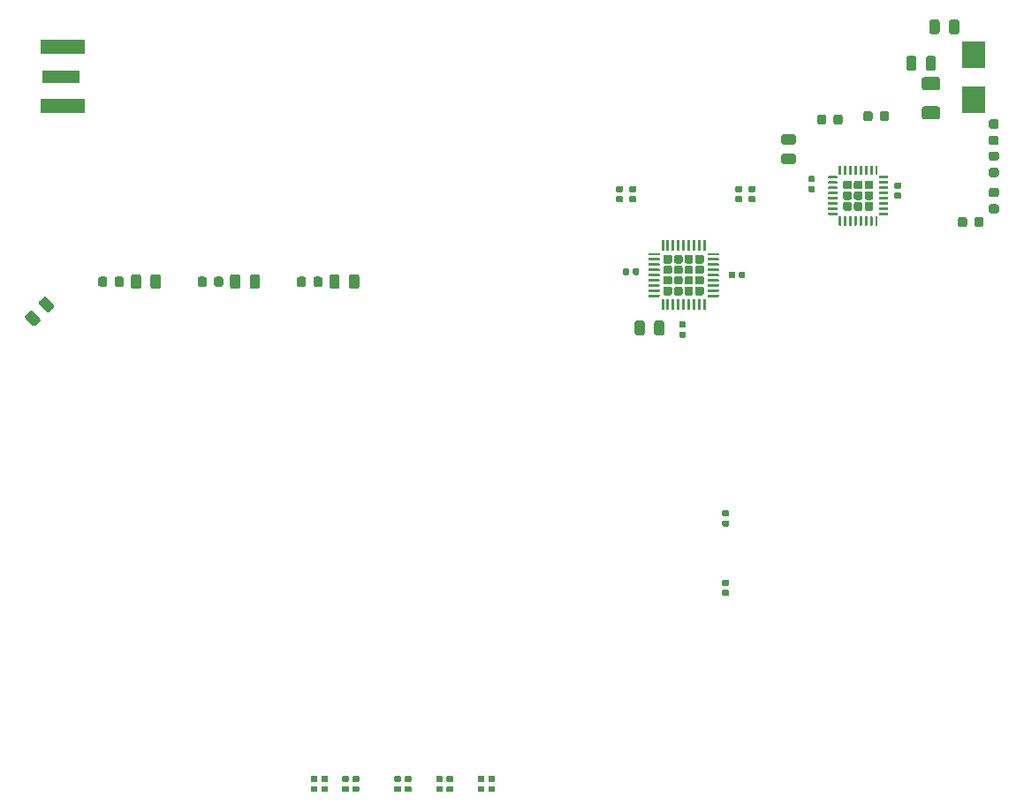
<source format=gbr>
%TF.GenerationSoftware,KiCad,Pcbnew,5.1.5*%
%TF.CreationDate,2020-03-19T15:27:56+01:00*%
%TF.ProjectId,PCIe-Adapter,50434965-2d41-4646-9170-7465722e6b69,rev?*%
%TF.SameCoordinates,Original*%
%TF.FileFunction,Paste,Bot*%
%TF.FilePolarity,Positive*%
%FSLAX46Y46*%
G04 Gerber Fmt 4.6, Leading zero omitted, Abs format (unit mm)*
G04 Created by KiCad (PCBNEW 5.1.5) date 2020-03-19 15:27:56*
%MOMM*%
%LPD*%
G04 APERTURE LIST*
%ADD10C,0.100000*%
%ADD11R,2.300000X2.500000*%
%ADD12R,4.200000X1.350000*%
%ADD13R,3.600000X1.270000*%
G04 APERTURE END LIST*
D10*
G36*
X181479458Y-79080710D02*
G01*
X181493776Y-79082834D01*
X181507817Y-79086351D01*
X181521446Y-79091228D01*
X181534531Y-79097417D01*
X181546947Y-79104858D01*
X181558573Y-79113481D01*
X181569298Y-79123202D01*
X181579019Y-79133927D01*
X181587642Y-79145553D01*
X181595083Y-79157969D01*
X181601272Y-79171054D01*
X181606149Y-79184683D01*
X181609666Y-79198724D01*
X181611790Y-79213042D01*
X181612500Y-79227500D01*
X181612500Y-79522500D01*
X181611790Y-79536958D01*
X181609666Y-79551276D01*
X181606149Y-79565317D01*
X181601272Y-79578946D01*
X181595083Y-79592031D01*
X181587642Y-79604447D01*
X181579019Y-79616073D01*
X181569298Y-79626798D01*
X181558573Y-79636519D01*
X181546947Y-79645142D01*
X181534531Y-79652583D01*
X181521446Y-79658772D01*
X181507817Y-79663649D01*
X181493776Y-79667166D01*
X181479458Y-79669290D01*
X181465000Y-79670000D01*
X181120000Y-79670000D01*
X181105542Y-79669290D01*
X181091224Y-79667166D01*
X181077183Y-79663649D01*
X181063554Y-79658772D01*
X181050469Y-79652583D01*
X181038053Y-79645142D01*
X181026427Y-79636519D01*
X181015702Y-79626798D01*
X181005981Y-79616073D01*
X180997358Y-79604447D01*
X180989917Y-79592031D01*
X180983728Y-79578946D01*
X180978851Y-79565317D01*
X180975334Y-79551276D01*
X180973210Y-79536958D01*
X180972500Y-79522500D01*
X180972500Y-79227500D01*
X180973210Y-79213042D01*
X180975334Y-79198724D01*
X180978851Y-79184683D01*
X180983728Y-79171054D01*
X180989917Y-79157969D01*
X180997358Y-79145553D01*
X181005981Y-79133927D01*
X181015702Y-79123202D01*
X181026427Y-79113481D01*
X181038053Y-79104858D01*
X181050469Y-79097417D01*
X181063554Y-79091228D01*
X181077183Y-79086351D01*
X181091224Y-79082834D01*
X181105542Y-79080710D01*
X181120000Y-79080000D01*
X181465000Y-79080000D01*
X181479458Y-79080710D01*
G37*
G36*
X181479458Y-78110710D02*
G01*
X181493776Y-78112834D01*
X181507817Y-78116351D01*
X181521446Y-78121228D01*
X181534531Y-78127417D01*
X181546947Y-78134858D01*
X181558573Y-78143481D01*
X181569298Y-78153202D01*
X181579019Y-78163927D01*
X181587642Y-78175553D01*
X181595083Y-78187969D01*
X181601272Y-78201054D01*
X181606149Y-78214683D01*
X181609666Y-78228724D01*
X181611790Y-78243042D01*
X181612500Y-78257500D01*
X181612500Y-78552500D01*
X181611790Y-78566958D01*
X181609666Y-78581276D01*
X181606149Y-78595317D01*
X181601272Y-78608946D01*
X181595083Y-78622031D01*
X181587642Y-78634447D01*
X181579019Y-78646073D01*
X181569298Y-78656798D01*
X181558573Y-78666519D01*
X181546947Y-78675142D01*
X181534531Y-78682583D01*
X181521446Y-78688772D01*
X181507817Y-78693649D01*
X181493776Y-78697166D01*
X181479458Y-78699290D01*
X181465000Y-78700000D01*
X181120000Y-78700000D01*
X181105542Y-78699290D01*
X181091224Y-78697166D01*
X181077183Y-78693649D01*
X181063554Y-78688772D01*
X181050469Y-78682583D01*
X181038053Y-78675142D01*
X181026427Y-78666519D01*
X181015702Y-78656798D01*
X181005981Y-78646073D01*
X180997358Y-78634447D01*
X180989917Y-78622031D01*
X180983728Y-78608946D01*
X180978851Y-78595317D01*
X180975334Y-78581276D01*
X180973210Y-78566958D01*
X180972500Y-78552500D01*
X180972500Y-78257500D01*
X180973210Y-78243042D01*
X180975334Y-78228724D01*
X180978851Y-78214683D01*
X180983728Y-78201054D01*
X180989917Y-78187969D01*
X180997358Y-78175553D01*
X181005981Y-78163927D01*
X181015702Y-78153202D01*
X181026427Y-78143481D01*
X181038053Y-78134858D01*
X181050469Y-78127417D01*
X181063554Y-78121228D01*
X181077183Y-78116351D01*
X181091224Y-78112834D01*
X181105542Y-78110710D01*
X181120000Y-78110000D01*
X181465000Y-78110000D01*
X181479458Y-78110710D01*
G37*
G36*
X186199458Y-73340710D02*
G01*
X186213776Y-73342834D01*
X186227817Y-73346351D01*
X186241446Y-73351228D01*
X186254531Y-73357417D01*
X186266947Y-73364858D01*
X186278573Y-73373481D01*
X186289298Y-73383202D01*
X186299019Y-73393927D01*
X186307642Y-73405553D01*
X186315083Y-73417969D01*
X186321272Y-73431054D01*
X186326149Y-73444683D01*
X186329666Y-73458724D01*
X186331790Y-73473042D01*
X186332500Y-73487500D01*
X186332500Y-73832500D01*
X186331790Y-73846958D01*
X186329666Y-73861276D01*
X186326149Y-73875317D01*
X186321272Y-73888946D01*
X186315083Y-73902031D01*
X186307642Y-73914447D01*
X186299019Y-73926073D01*
X186289298Y-73936798D01*
X186278573Y-73946519D01*
X186266947Y-73955142D01*
X186254531Y-73962583D01*
X186241446Y-73968772D01*
X186227817Y-73973649D01*
X186213776Y-73977166D01*
X186199458Y-73979290D01*
X186185000Y-73980000D01*
X185890000Y-73980000D01*
X185875542Y-73979290D01*
X185861224Y-73977166D01*
X185847183Y-73973649D01*
X185833554Y-73968772D01*
X185820469Y-73962583D01*
X185808053Y-73955142D01*
X185796427Y-73946519D01*
X185785702Y-73936798D01*
X185775981Y-73926073D01*
X185767358Y-73914447D01*
X185759917Y-73902031D01*
X185753728Y-73888946D01*
X185748851Y-73875317D01*
X185745334Y-73861276D01*
X185743210Y-73846958D01*
X185742500Y-73832500D01*
X185742500Y-73487500D01*
X185743210Y-73473042D01*
X185745334Y-73458724D01*
X185748851Y-73444683D01*
X185753728Y-73431054D01*
X185759917Y-73417969D01*
X185767358Y-73405553D01*
X185775981Y-73393927D01*
X185785702Y-73383202D01*
X185796427Y-73373481D01*
X185808053Y-73364858D01*
X185820469Y-73357417D01*
X185833554Y-73351228D01*
X185847183Y-73346351D01*
X185861224Y-73342834D01*
X185875542Y-73340710D01*
X185890000Y-73340000D01*
X186185000Y-73340000D01*
X186199458Y-73340710D01*
G37*
G36*
X187169458Y-73340710D02*
G01*
X187183776Y-73342834D01*
X187197817Y-73346351D01*
X187211446Y-73351228D01*
X187224531Y-73357417D01*
X187236947Y-73364858D01*
X187248573Y-73373481D01*
X187259298Y-73383202D01*
X187269019Y-73393927D01*
X187277642Y-73405553D01*
X187285083Y-73417969D01*
X187291272Y-73431054D01*
X187296149Y-73444683D01*
X187299666Y-73458724D01*
X187301790Y-73473042D01*
X187302500Y-73487500D01*
X187302500Y-73832500D01*
X187301790Y-73846958D01*
X187299666Y-73861276D01*
X187296149Y-73875317D01*
X187291272Y-73888946D01*
X187285083Y-73902031D01*
X187277642Y-73914447D01*
X187269019Y-73926073D01*
X187259298Y-73936798D01*
X187248573Y-73946519D01*
X187236947Y-73955142D01*
X187224531Y-73962583D01*
X187211446Y-73968772D01*
X187197817Y-73973649D01*
X187183776Y-73977166D01*
X187169458Y-73979290D01*
X187155000Y-73980000D01*
X186860000Y-73980000D01*
X186845542Y-73979290D01*
X186831224Y-73977166D01*
X186817183Y-73973649D01*
X186803554Y-73968772D01*
X186790469Y-73962583D01*
X186778053Y-73955142D01*
X186766427Y-73946519D01*
X186755702Y-73936798D01*
X186745981Y-73926073D01*
X186737358Y-73914447D01*
X186729917Y-73902031D01*
X186723728Y-73888946D01*
X186718851Y-73875317D01*
X186715334Y-73861276D01*
X186713210Y-73846958D01*
X186712500Y-73832500D01*
X186712500Y-73487500D01*
X186713210Y-73473042D01*
X186715334Y-73458724D01*
X186718851Y-73444683D01*
X186723728Y-73431054D01*
X186729917Y-73417969D01*
X186737358Y-73405553D01*
X186745981Y-73393927D01*
X186755702Y-73383202D01*
X186766427Y-73373481D01*
X186778053Y-73364858D01*
X186790469Y-73357417D01*
X186803554Y-73351228D01*
X186817183Y-73346351D01*
X186831224Y-73342834D01*
X186845542Y-73340710D01*
X186860000Y-73340000D01*
X187155000Y-73340000D01*
X187169458Y-73340710D01*
G37*
G36*
X176039458Y-73023210D02*
G01*
X176053776Y-73025334D01*
X176067817Y-73028851D01*
X176081446Y-73033728D01*
X176094531Y-73039917D01*
X176106947Y-73047358D01*
X176118573Y-73055981D01*
X176129298Y-73065702D01*
X176139019Y-73076427D01*
X176147642Y-73088053D01*
X176155083Y-73100469D01*
X176161272Y-73113554D01*
X176166149Y-73127183D01*
X176169666Y-73141224D01*
X176171790Y-73155542D01*
X176172500Y-73170000D01*
X176172500Y-73515000D01*
X176171790Y-73529458D01*
X176169666Y-73543776D01*
X176166149Y-73557817D01*
X176161272Y-73571446D01*
X176155083Y-73584531D01*
X176147642Y-73596947D01*
X176139019Y-73608573D01*
X176129298Y-73619298D01*
X176118573Y-73629019D01*
X176106947Y-73637642D01*
X176094531Y-73645083D01*
X176081446Y-73651272D01*
X176067817Y-73656149D01*
X176053776Y-73659666D01*
X176039458Y-73661790D01*
X176025000Y-73662500D01*
X175730000Y-73662500D01*
X175715542Y-73661790D01*
X175701224Y-73659666D01*
X175687183Y-73656149D01*
X175673554Y-73651272D01*
X175660469Y-73645083D01*
X175648053Y-73637642D01*
X175636427Y-73629019D01*
X175625702Y-73619298D01*
X175615981Y-73608573D01*
X175607358Y-73596947D01*
X175599917Y-73584531D01*
X175593728Y-73571446D01*
X175588851Y-73557817D01*
X175585334Y-73543776D01*
X175583210Y-73529458D01*
X175582500Y-73515000D01*
X175582500Y-73170000D01*
X175583210Y-73155542D01*
X175585334Y-73141224D01*
X175588851Y-73127183D01*
X175593728Y-73113554D01*
X175599917Y-73100469D01*
X175607358Y-73088053D01*
X175615981Y-73076427D01*
X175625702Y-73065702D01*
X175636427Y-73055981D01*
X175648053Y-73047358D01*
X175660469Y-73039917D01*
X175673554Y-73033728D01*
X175687183Y-73028851D01*
X175701224Y-73025334D01*
X175715542Y-73023210D01*
X175730000Y-73022500D01*
X176025000Y-73022500D01*
X176039458Y-73023210D01*
G37*
G36*
X177009458Y-73023210D02*
G01*
X177023776Y-73025334D01*
X177037817Y-73028851D01*
X177051446Y-73033728D01*
X177064531Y-73039917D01*
X177076947Y-73047358D01*
X177088573Y-73055981D01*
X177099298Y-73065702D01*
X177109019Y-73076427D01*
X177117642Y-73088053D01*
X177125083Y-73100469D01*
X177131272Y-73113554D01*
X177136149Y-73127183D01*
X177139666Y-73141224D01*
X177141790Y-73155542D01*
X177142500Y-73170000D01*
X177142500Y-73515000D01*
X177141790Y-73529458D01*
X177139666Y-73543776D01*
X177136149Y-73557817D01*
X177131272Y-73571446D01*
X177125083Y-73584531D01*
X177117642Y-73596947D01*
X177109019Y-73608573D01*
X177099298Y-73619298D01*
X177088573Y-73629019D01*
X177076947Y-73637642D01*
X177064531Y-73645083D01*
X177051446Y-73651272D01*
X177037817Y-73656149D01*
X177023776Y-73659666D01*
X177009458Y-73661790D01*
X176995000Y-73662500D01*
X176700000Y-73662500D01*
X176685542Y-73661790D01*
X176671224Y-73659666D01*
X176657183Y-73656149D01*
X176643554Y-73651272D01*
X176630469Y-73645083D01*
X176618053Y-73637642D01*
X176606427Y-73629019D01*
X176595702Y-73619298D01*
X176585981Y-73608573D01*
X176577358Y-73596947D01*
X176569917Y-73584531D01*
X176563728Y-73571446D01*
X176558851Y-73557817D01*
X176555334Y-73543776D01*
X176553210Y-73529458D01*
X176552500Y-73515000D01*
X176552500Y-73170000D01*
X176553210Y-73155542D01*
X176555334Y-73141224D01*
X176558851Y-73127183D01*
X176563728Y-73113554D01*
X176569917Y-73100469D01*
X176577358Y-73088053D01*
X176585981Y-73076427D01*
X176595702Y-73065702D01*
X176606427Y-73055981D01*
X176618053Y-73047358D01*
X176630469Y-73039917D01*
X176643554Y-73033728D01*
X176657183Y-73028851D01*
X176671224Y-73025334D01*
X176685542Y-73023210D01*
X176700000Y-73022500D01*
X176995000Y-73022500D01*
X177009458Y-73023210D01*
G37*
G36*
X177462642Y-78041174D02*
G01*
X177486303Y-78044684D01*
X177509507Y-78050496D01*
X177532029Y-78058554D01*
X177553653Y-78068782D01*
X177574170Y-78081079D01*
X177593383Y-78095329D01*
X177611107Y-78111393D01*
X177627171Y-78129117D01*
X177641421Y-78148330D01*
X177653718Y-78168847D01*
X177663946Y-78190471D01*
X177672004Y-78212993D01*
X177677816Y-78236197D01*
X177681326Y-78259858D01*
X177682500Y-78283750D01*
X177682500Y-79196250D01*
X177681326Y-79220142D01*
X177677816Y-79243803D01*
X177672004Y-79267007D01*
X177663946Y-79289529D01*
X177653718Y-79311153D01*
X177641421Y-79331670D01*
X177627171Y-79350883D01*
X177611107Y-79368607D01*
X177593383Y-79384671D01*
X177574170Y-79398921D01*
X177553653Y-79411218D01*
X177532029Y-79421446D01*
X177509507Y-79429504D01*
X177486303Y-79435316D01*
X177462642Y-79438826D01*
X177438750Y-79440000D01*
X176951250Y-79440000D01*
X176927358Y-79438826D01*
X176903697Y-79435316D01*
X176880493Y-79429504D01*
X176857971Y-79421446D01*
X176836347Y-79411218D01*
X176815830Y-79398921D01*
X176796617Y-79384671D01*
X176778893Y-79368607D01*
X176762829Y-79350883D01*
X176748579Y-79331670D01*
X176736282Y-79311153D01*
X176726054Y-79289529D01*
X176717996Y-79267007D01*
X176712184Y-79243803D01*
X176708674Y-79220142D01*
X176707500Y-79196250D01*
X176707500Y-78283750D01*
X176708674Y-78259858D01*
X176712184Y-78236197D01*
X176717996Y-78212993D01*
X176726054Y-78190471D01*
X176736282Y-78168847D01*
X176748579Y-78148330D01*
X176762829Y-78129117D01*
X176778893Y-78111393D01*
X176796617Y-78095329D01*
X176815830Y-78081079D01*
X176836347Y-78068782D01*
X176857971Y-78058554D01*
X176880493Y-78050496D01*
X176903697Y-78044684D01*
X176927358Y-78041174D01*
X176951250Y-78040000D01*
X177438750Y-78040000D01*
X177462642Y-78041174D01*
G37*
G36*
X179337642Y-78041174D02*
G01*
X179361303Y-78044684D01*
X179384507Y-78050496D01*
X179407029Y-78058554D01*
X179428653Y-78068782D01*
X179449170Y-78081079D01*
X179468383Y-78095329D01*
X179486107Y-78111393D01*
X179502171Y-78129117D01*
X179516421Y-78148330D01*
X179528718Y-78168847D01*
X179538946Y-78190471D01*
X179547004Y-78212993D01*
X179552816Y-78236197D01*
X179556326Y-78259858D01*
X179557500Y-78283750D01*
X179557500Y-79196250D01*
X179556326Y-79220142D01*
X179552816Y-79243803D01*
X179547004Y-79267007D01*
X179538946Y-79289529D01*
X179528718Y-79311153D01*
X179516421Y-79331670D01*
X179502171Y-79350883D01*
X179486107Y-79368607D01*
X179468383Y-79384671D01*
X179449170Y-79398921D01*
X179428653Y-79411218D01*
X179407029Y-79421446D01*
X179384507Y-79429504D01*
X179361303Y-79435316D01*
X179337642Y-79438826D01*
X179313750Y-79440000D01*
X178826250Y-79440000D01*
X178802358Y-79438826D01*
X178778697Y-79435316D01*
X178755493Y-79429504D01*
X178732971Y-79421446D01*
X178711347Y-79411218D01*
X178690830Y-79398921D01*
X178671617Y-79384671D01*
X178653893Y-79368607D01*
X178637829Y-79350883D01*
X178623579Y-79331670D01*
X178611282Y-79311153D01*
X178601054Y-79289529D01*
X178592996Y-79267007D01*
X178587184Y-79243803D01*
X178583674Y-79220142D01*
X178582500Y-79196250D01*
X178582500Y-78283750D01*
X178583674Y-78259858D01*
X178587184Y-78236197D01*
X178592996Y-78212993D01*
X178601054Y-78190471D01*
X178611282Y-78168847D01*
X178623579Y-78148330D01*
X178637829Y-78129117D01*
X178653893Y-78111393D01*
X178671617Y-78095329D01*
X178690830Y-78081079D01*
X178711347Y-78068782D01*
X178732971Y-78058554D01*
X178755493Y-78050496D01*
X178778697Y-78044684D01*
X178802358Y-78041174D01*
X178826250Y-78040000D01*
X179313750Y-78040000D01*
X179337642Y-78041174D01*
G37*
G36*
X149186958Y-122675710D02*
G01*
X149201276Y-122677834D01*
X149215317Y-122681351D01*
X149228946Y-122686228D01*
X149242031Y-122692417D01*
X149254447Y-122699858D01*
X149266073Y-122708481D01*
X149276798Y-122718202D01*
X149286519Y-122728927D01*
X149295142Y-122740553D01*
X149302583Y-122752969D01*
X149308772Y-122766054D01*
X149313649Y-122779683D01*
X149317166Y-122793724D01*
X149319290Y-122808042D01*
X149320000Y-122822500D01*
X149320000Y-123117500D01*
X149319290Y-123131958D01*
X149317166Y-123146276D01*
X149313649Y-123160317D01*
X149308772Y-123173946D01*
X149302583Y-123187031D01*
X149295142Y-123199447D01*
X149286519Y-123211073D01*
X149276798Y-123221798D01*
X149266073Y-123231519D01*
X149254447Y-123240142D01*
X149242031Y-123247583D01*
X149228946Y-123253772D01*
X149215317Y-123258649D01*
X149201276Y-123262166D01*
X149186958Y-123264290D01*
X149172500Y-123265000D01*
X148827500Y-123265000D01*
X148813042Y-123264290D01*
X148798724Y-123262166D01*
X148784683Y-123258649D01*
X148771054Y-123253772D01*
X148757969Y-123247583D01*
X148745553Y-123240142D01*
X148733927Y-123231519D01*
X148723202Y-123221798D01*
X148713481Y-123211073D01*
X148704858Y-123199447D01*
X148697417Y-123187031D01*
X148691228Y-123173946D01*
X148686351Y-123160317D01*
X148682834Y-123146276D01*
X148680710Y-123131958D01*
X148680000Y-123117500D01*
X148680000Y-122822500D01*
X148680710Y-122808042D01*
X148682834Y-122793724D01*
X148686351Y-122779683D01*
X148691228Y-122766054D01*
X148697417Y-122752969D01*
X148704858Y-122740553D01*
X148713481Y-122728927D01*
X148723202Y-122718202D01*
X148733927Y-122708481D01*
X148745553Y-122699858D01*
X148757969Y-122692417D01*
X148771054Y-122686228D01*
X148784683Y-122681351D01*
X148798724Y-122677834D01*
X148813042Y-122675710D01*
X148827500Y-122675000D01*
X149172500Y-122675000D01*
X149186958Y-122675710D01*
G37*
G36*
X149186958Y-121705710D02*
G01*
X149201276Y-121707834D01*
X149215317Y-121711351D01*
X149228946Y-121716228D01*
X149242031Y-121722417D01*
X149254447Y-121729858D01*
X149266073Y-121738481D01*
X149276798Y-121748202D01*
X149286519Y-121758927D01*
X149295142Y-121770553D01*
X149302583Y-121782969D01*
X149308772Y-121796054D01*
X149313649Y-121809683D01*
X149317166Y-121823724D01*
X149319290Y-121838042D01*
X149320000Y-121852500D01*
X149320000Y-122147500D01*
X149319290Y-122161958D01*
X149317166Y-122176276D01*
X149313649Y-122190317D01*
X149308772Y-122203946D01*
X149302583Y-122217031D01*
X149295142Y-122229447D01*
X149286519Y-122241073D01*
X149276798Y-122251798D01*
X149266073Y-122261519D01*
X149254447Y-122270142D01*
X149242031Y-122277583D01*
X149228946Y-122283772D01*
X149215317Y-122288649D01*
X149201276Y-122292166D01*
X149186958Y-122294290D01*
X149172500Y-122295000D01*
X148827500Y-122295000D01*
X148813042Y-122294290D01*
X148798724Y-122292166D01*
X148784683Y-122288649D01*
X148771054Y-122283772D01*
X148757969Y-122277583D01*
X148745553Y-122270142D01*
X148733927Y-122261519D01*
X148723202Y-122251798D01*
X148713481Y-122241073D01*
X148704858Y-122229447D01*
X148697417Y-122217031D01*
X148691228Y-122203946D01*
X148686351Y-122190317D01*
X148682834Y-122176276D01*
X148680710Y-122161958D01*
X148680000Y-122147500D01*
X148680000Y-121852500D01*
X148680710Y-121838042D01*
X148682834Y-121823724D01*
X148686351Y-121809683D01*
X148691228Y-121796054D01*
X148697417Y-121782969D01*
X148704858Y-121770553D01*
X148713481Y-121758927D01*
X148723202Y-121748202D01*
X148733927Y-121738481D01*
X148745553Y-121729858D01*
X148757969Y-121722417D01*
X148771054Y-121716228D01*
X148784683Y-121711351D01*
X148798724Y-121707834D01*
X148813042Y-121705710D01*
X148827500Y-121705000D01*
X149172500Y-121705000D01*
X149186958Y-121705710D01*
G37*
G36*
X150186958Y-121705710D02*
G01*
X150201276Y-121707834D01*
X150215317Y-121711351D01*
X150228946Y-121716228D01*
X150242031Y-121722417D01*
X150254447Y-121729858D01*
X150266073Y-121738481D01*
X150276798Y-121748202D01*
X150286519Y-121758927D01*
X150295142Y-121770553D01*
X150302583Y-121782969D01*
X150308772Y-121796054D01*
X150313649Y-121809683D01*
X150317166Y-121823724D01*
X150319290Y-121838042D01*
X150320000Y-121852500D01*
X150320000Y-122147500D01*
X150319290Y-122161958D01*
X150317166Y-122176276D01*
X150313649Y-122190317D01*
X150308772Y-122203946D01*
X150302583Y-122217031D01*
X150295142Y-122229447D01*
X150286519Y-122241073D01*
X150276798Y-122251798D01*
X150266073Y-122261519D01*
X150254447Y-122270142D01*
X150242031Y-122277583D01*
X150228946Y-122283772D01*
X150215317Y-122288649D01*
X150201276Y-122292166D01*
X150186958Y-122294290D01*
X150172500Y-122295000D01*
X149827500Y-122295000D01*
X149813042Y-122294290D01*
X149798724Y-122292166D01*
X149784683Y-122288649D01*
X149771054Y-122283772D01*
X149757969Y-122277583D01*
X149745553Y-122270142D01*
X149733927Y-122261519D01*
X149723202Y-122251798D01*
X149713481Y-122241073D01*
X149704858Y-122229447D01*
X149697417Y-122217031D01*
X149691228Y-122203946D01*
X149686351Y-122190317D01*
X149682834Y-122176276D01*
X149680710Y-122161958D01*
X149680000Y-122147500D01*
X149680000Y-121852500D01*
X149680710Y-121838042D01*
X149682834Y-121823724D01*
X149686351Y-121809683D01*
X149691228Y-121796054D01*
X149697417Y-121782969D01*
X149704858Y-121770553D01*
X149713481Y-121758927D01*
X149723202Y-121748202D01*
X149733927Y-121738481D01*
X149745553Y-121729858D01*
X149757969Y-121722417D01*
X149771054Y-121716228D01*
X149784683Y-121711351D01*
X149798724Y-121707834D01*
X149813042Y-121705710D01*
X149827500Y-121705000D01*
X150172500Y-121705000D01*
X150186958Y-121705710D01*
G37*
G36*
X150186958Y-122675710D02*
G01*
X150201276Y-122677834D01*
X150215317Y-122681351D01*
X150228946Y-122686228D01*
X150242031Y-122692417D01*
X150254447Y-122699858D01*
X150266073Y-122708481D01*
X150276798Y-122718202D01*
X150286519Y-122728927D01*
X150295142Y-122740553D01*
X150302583Y-122752969D01*
X150308772Y-122766054D01*
X150313649Y-122779683D01*
X150317166Y-122793724D01*
X150319290Y-122808042D01*
X150320000Y-122822500D01*
X150320000Y-123117500D01*
X150319290Y-123131958D01*
X150317166Y-123146276D01*
X150313649Y-123160317D01*
X150308772Y-123173946D01*
X150302583Y-123187031D01*
X150295142Y-123199447D01*
X150286519Y-123211073D01*
X150276798Y-123221798D01*
X150266073Y-123231519D01*
X150254447Y-123240142D01*
X150242031Y-123247583D01*
X150228946Y-123253772D01*
X150215317Y-123258649D01*
X150201276Y-123262166D01*
X150186958Y-123264290D01*
X150172500Y-123265000D01*
X149827500Y-123265000D01*
X149813042Y-123264290D01*
X149798724Y-123262166D01*
X149784683Y-123258649D01*
X149771054Y-123253772D01*
X149757969Y-123247583D01*
X149745553Y-123240142D01*
X149733927Y-123231519D01*
X149723202Y-123221798D01*
X149713481Y-123211073D01*
X149704858Y-123199447D01*
X149697417Y-123187031D01*
X149691228Y-123173946D01*
X149686351Y-123160317D01*
X149682834Y-123146276D01*
X149680710Y-123131958D01*
X149680000Y-123117500D01*
X149680000Y-122822500D01*
X149680710Y-122808042D01*
X149682834Y-122793724D01*
X149686351Y-122779683D01*
X149691228Y-122766054D01*
X149697417Y-122752969D01*
X149704858Y-122740553D01*
X149713481Y-122728927D01*
X149723202Y-122718202D01*
X149733927Y-122708481D01*
X149745553Y-122699858D01*
X149757969Y-122692417D01*
X149771054Y-122686228D01*
X149784683Y-122681351D01*
X149798724Y-122677834D01*
X149813042Y-122675710D01*
X149827500Y-122675000D01*
X150172500Y-122675000D01*
X150186958Y-122675710D01*
G37*
G36*
X120219045Y-75752036D02*
G01*
X120242706Y-75755546D01*
X120265910Y-75761358D01*
X120288432Y-75769416D01*
X120310056Y-75779644D01*
X120330573Y-75791941D01*
X120349786Y-75806191D01*
X120367510Y-75822255D01*
X121012745Y-76467490D01*
X121028809Y-76485214D01*
X121043059Y-76504427D01*
X121055356Y-76524944D01*
X121065584Y-76546568D01*
X121073642Y-76569090D01*
X121079454Y-76592294D01*
X121082964Y-76615955D01*
X121084138Y-76639847D01*
X121082964Y-76663739D01*
X121079454Y-76687400D01*
X121073642Y-76710604D01*
X121065584Y-76733126D01*
X121055356Y-76754750D01*
X121043059Y-76775267D01*
X121028809Y-76794480D01*
X121012745Y-76812204D01*
X120668030Y-77156919D01*
X120650306Y-77172983D01*
X120631093Y-77187233D01*
X120610576Y-77199530D01*
X120588952Y-77209758D01*
X120566430Y-77217816D01*
X120543226Y-77223628D01*
X120519565Y-77227138D01*
X120495673Y-77228312D01*
X120471781Y-77227138D01*
X120448120Y-77223628D01*
X120424916Y-77217816D01*
X120402394Y-77209758D01*
X120380770Y-77199530D01*
X120360253Y-77187233D01*
X120341040Y-77172983D01*
X120323316Y-77156919D01*
X119678081Y-76511684D01*
X119662017Y-76493960D01*
X119647767Y-76474747D01*
X119635470Y-76454230D01*
X119625242Y-76432606D01*
X119617184Y-76410084D01*
X119611372Y-76386880D01*
X119607862Y-76363219D01*
X119606688Y-76339327D01*
X119607862Y-76315435D01*
X119611372Y-76291774D01*
X119617184Y-76268570D01*
X119625242Y-76246048D01*
X119635470Y-76224424D01*
X119647767Y-76203907D01*
X119662017Y-76184694D01*
X119678081Y-76166970D01*
X120022796Y-75822255D01*
X120040520Y-75806191D01*
X120059733Y-75791941D01*
X120080250Y-75779644D01*
X120101874Y-75769416D01*
X120124396Y-75761358D01*
X120147600Y-75755546D01*
X120171261Y-75752036D01*
X120195153Y-75750862D01*
X120219045Y-75752036D01*
G37*
G36*
X118893219Y-77077862D02*
G01*
X118916880Y-77081372D01*
X118940084Y-77087184D01*
X118962606Y-77095242D01*
X118984230Y-77105470D01*
X119004747Y-77117767D01*
X119023960Y-77132017D01*
X119041684Y-77148081D01*
X119686919Y-77793316D01*
X119702983Y-77811040D01*
X119717233Y-77830253D01*
X119729530Y-77850770D01*
X119739758Y-77872394D01*
X119747816Y-77894916D01*
X119753628Y-77918120D01*
X119757138Y-77941781D01*
X119758312Y-77965673D01*
X119757138Y-77989565D01*
X119753628Y-78013226D01*
X119747816Y-78036430D01*
X119739758Y-78058952D01*
X119729530Y-78080576D01*
X119717233Y-78101093D01*
X119702983Y-78120306D01*
X119686919Y-78138030D01*
X119342204Y-78482745D01*
X119324480Y-78498809D01*
X119305267Y-78513059D01*
X119284750Y-78525356D01*
X119263126Y-78535584D01*
X119240604Y-78543642D01*
X119217400Y-78549454D01*
X119193739Y-78552964D01*
X119169847Y-78554138D01*
X119145955Y-78552964D01*
X119122294Y-78549454D01*
X119099090Y-78543642D01*
X119076568Y-78535584D01*
X119054944Y-78525356D01*
X119034427Y-78513059D01*
X119015214Y-78498809D01*
X118997490Y-78482745D01*
X118352255Y-77837510D01*
X118336191Y-77819786D01*
X118321941Y-77800573D01*
X118309644Y-77780056D01*
X118299416Y-77758432D01*
X118291358Y-77735910D01*
X118285546Y-77712706D01*
X118282036Y-77689045D01*
X118280862Y-77665153D01*
X118282036Y-77641261D01*
X118285546Y-77617600D01*
X118291358Y-77594396D01*
X118299416Y-77571874D01*
X118309644Y-77550250D01*
X118321941Y-77529733D01*
X118336191Y-77510520D01*
X118352255Y-77492796D01*
X118696970Y-77148081D01*
X118714694Y-77132017D01*
X118733907Y-77117767D01*
X118754424Y-77105470D01*
X118776048Y-77095242D01*
X118798570Y-77087184D01*
X118821774Y-77081372D01*
X118845435Y-77077862D01*
X118869327Y-77076688D01*
X118893219Y-77077862D01*
G37*
G36*
X191932642Y-60156174D02*
G01*
X191956303Y-60159684D01*
X191979507Y-60165496D01*
X192002029Y-60173554D01*
X192023653Y-60183782D01*
X192044170Y-60196079D01*
X192063383Y-60210329D01*
X192081107Y-60226393D01*
X192097171Y-60244117D01*
X192111421Y-60263330D01*
X192123718Y-60283847D01*
X192133946Y-60305471D01*
X192142004Y-60327993D01*
X192147816Y-60351197D01*
X192151326Y-60374858D01*
X192152500Y-60398750D01*
X192152500Y-60886250D01*
X192151326Y-60910142D01*
X192147816Y-60933803D01*
X192142004Y-60957007D01*
X192133946Y-60979529D01*
X192123718Y-61001153D01*
X192111421Y-61021670D01*
X192097171Y-61040883D01*
X192081107Y-61058607D01*
X192063383Y-61074671D01*
X192044170Y-61088921D01*
X192023653Y-61101218D01*
X192002029Y-61111446D01*
X191979507Y-61119504D01*
X191956303Y-61125316D01*
X191932642Y-61128826D01*
X191908750Y-61130000D01*
X190996250Y-61130000D01*
X190972358Y-61128826D01*
X190948697Y-61125316D01*
X190925493Y-61119504D01*
X190902971Y-61111446D01*
X190881347Y-61101218D01*
X190860830Y-61088921D01*
X190841617Y-61074671D01*
X190823893Y-61058607D01*
X190807829Y-61040883D01*
X190793579Y-61021670D01*
X190781282Y-61001153D01*
X190771054Y-60979529D01*
X190762996Y-60957007D01*
X190757184Y-60933803D01*
X190753674Y-60910142D01*
X190752500Y-60886250D01*
X190752500Y-60398750D01*
X190753674Y-60374858D01*
X190757184Y-60351197D01*
X190762996Y-60327993D01*
X190771054Y-60305471D01*
X190781282Y-60283847D01*
X190793579Y-60263330D01*
X190807829Y-60244117D01*
X190823893Y-60226393D01*
X190841617Y-60210329D01*
X190860830Y-60196079D01*
X190881347Y-60183782D01*
X190902971Y-60173554D01*
X190925493Y-60165496D01*
X190948697Y-60159684D01*
X190972358Y-60156174D01*
X190996250Y-60155000D01*
X191908750Y-60155000D01*
X191932642Y-60156174D01*
G37*
G36*
X191932642Y-62031174D02*
G01*
X191956303Y-62034684D01*
X191979507Y-62040496D01*
X192002029Y-62048554D01*
X192023653Y-62058782D01*
X192044170Y-62071079D01*
X192063383Y-62085329D01*
X192081107Y-62101393D01*
X192097171Y-62119117D01*
X192111421Y-62138330D01*
X192123718Y-62158847D01*
X192133946Y-62180471D01*
X192142004Y-62202993D01*
X192147816Y-62226197D01*
X192151326Y-62249858D01*
X192152500Y-62273750D01*
X192152500Y-62761250D01*
X192151326Y-62785142D01*
X192147816Y-62808803D01*
X192142004Y-62832007D01*
X192133946Y-62854529D01*
X192123718Y-62876153D01*
X192111421Y-62896670D01*
X192097171Y-62915883D01*
X192081107Y-62933607D01*
X192063383Y-62949671D01*
X192044170Y-62963921D01*
X192023653Y-62976218D01*
X192002029Y-62986446D01*
X191979507Y-62994504D01*
X191956303Y-63000316D01*
X191932642Y-63003826D01*
X191908750Y-63005000D01*
X190996250Y-63005000D01*
X190972358Y-63003826D01*
X190948697Y-63000316D01*
X190925493Y-62994504D01*
X190902971Y-62986446D01*
X190881347Y-62976218D01*
X190860830Y-62963921D01*
X190841617Y-62949671D01*
X190823893Y-62933607D01*
X190807829Y-62915883D01*
X190793579Y-62896670D01*
X190781282Y-62876153D01*
X190771054Y-62854529D01*
X190762996Y-62832007D01*
X190757184Y-62808803D01*
X190753674Y-62785142D01*
X190752500Y-62761250D01*
X190752500Y-62273750D01*
X190753674Y-62249858D01*
X190757184Y-62226197D01*
X190762996Y-62202993D01*
X190771054Y-62180471D01*
X190781282Y-62158847D01*
X190793579Y-62138330D01*
X190807829Y-62119117D01*
X190823893Y-62101393D01*
X190841617Y-62085329D01*
X190860830Y-62071079D01*
X190881347Y-62058782D01*
X190902971Y-62048554D01*
X190925493Y-62040496D01*
X190948697Y-62034684D01*
X190972358Y-62031174D01*
X190996250Y-62030000D01*
X191908750Y-62030000D01*
X191932642Y-62031174D01*
G37*
G36*
X147186958Y-121705710D02*
G01*
X147201276Y-121707834D01*
X147215317Y-121711351D01*
X147228946Y-121716228D01*
X147242031Y-121722417D01*
X147254447Y-121729858D01*
X147266073Y-121738481D01*
X147276798Y-121748202D01*
X147286519Y-121758927D01*
X147295142Y-121770553D01*
X147302583Y-121782969D01*
X147308772Y-121796054D01*
X147313649Y-121809683D01*
X147317166Y-121823724D01*
X147319290Y-121838042D01*
X147320000Y-121852500D01*
X147320000Y-122147500D01*
X147319290Y-122161958D01*
X147317166Y-122176276D01*
X147313649Y-122190317D01*
X147308772Y-122203946D01*
X147302583Y-122217031D01*
X147295142Y-122229447D01*
X147286519Y-122241073D01*
X147276798Y-122251798D01*
X147266073Y-122261519D01*
X147254447Y-122270142D01*
X147242031Y-122277583D01*
X147228946Y-122283772D01*
X147215317Y-122288649D01*
X147201276Y-122292166D01*
X147186958Y-122294290D01*
X147172500Y-122295000D01*
X146827500Y-122295000D01*
X146813042Y-122294290D01*
X146798724Y-122292166D01*
X146784683Y-122288649D01*
X146771054Y-122283772D01*
X146757969Y-122277583D01*
X146745553Y-122270142D01*
X146733927Y-122261519D01*
X146723202Y-122251798D01*
X146713481Y-122241073D01*
X146704858Y-122229447D01*
X146697417Y-122217031D01*
X146691228Y-122203946D01*
X146686351Y-122190317D01*
X146682834Y-122176276D01*
X146680710Y-122161958D01*
X146680000Y-122147500D01*
X146680000Y-121852500D01*
X146680710Y-121838042D01*
X146682834Y-121823724D01*
X146686351Y-121809683D01*
X146691228Y-121796054D01*
X146697417Y-121782969D01*
X146704858Y-121770553D01*
X146713481Y-121758927D01*
X146723202Y-121748202D01*
X146733927Y-121738481D01*
X146745553Y-121729858D01*
X146757969Y-121722417D01*
X146771054Y-121716228D01*
X146784683Y-121711351D01*
X146798724Y-121707834D01*
X146813042Y-121705710D01*
X146827500Y-121705000D01*
X147172500Y-121705000D01*
X147186958Y-121705710D01*
G37*
G36*
X147186958Y-122675710D02*
G01*
X147201276Y-122677834D01*
X147215317Y-122681351D01*
X147228946Y-122686228D01*
X147242031Y-122692417D01*
X147254447Y-122699858D01*
X147266073Y-122708481D01*
X147276798Y-122718202D01*
X147286519Y-122728927D01*
X147295142Y-122740553D01*
X147302583Y-122752969D01*
X147308772Y-122766054D01*
X147313649Y-122779683D01*
X147317166Y-122793724D01*
X147319290Y-122808042D01*
X147320000Y-122822500D01*
X147320000Y-123117500D01*
X147319290Y-123131958D01*
X147317166Y-123146276D01*
X147313649Y-123160317D01*
X147308772Y-123173946D01*
X147302583Y-123187031D01*
X147295142Y-123199447D01*
X147286519Y-123211073D01*
X147276798Y-123221798D01*
X147266073Y-123231519D01*
X147254447Y-123240142D01*
X147242031Y-123247583D01*
X147228946Y-123253772D01*
X147215317Y-123258649D01*
X147201276Y-123262166D01*
X147186958Y-123264290D01*
X147172500Y-123265000D01*
X146827500Y-123265000D01*
X146813042Y-123264290D01*
X146798724Y-123262166D01*
X146784683Y-123258649D01*
X146771054Y-123253772D01*
X146757969Y-123247583D01*
X146745553Y-123240142D01*
X146733927Y-123231519D01*
X146723202Y-123221798D01*
X146713481Y-123211073D01*
X146704858Y-123199447D01*
X146697417Y-123187031D01*
X146691228Y-123173946D01*
X146686351Y-123160317D01*
X146682834Y-123146276D01*
X146680710Y-123131958D01*
X146680000Y-123117500D01*
X146680000Y-122822500D01*
X146680710Y-122808042D01*
X146682834Y-122793724D01*
X146686351Y-122779683D01*
X146691228Y-122766054D01*
X146697417Y-122752969D01*
X146704858Y-122740553D01*
X146713481Y-122728927D01*
X146723202Y-122718202D01*
X146733927Y-122708481D01*
X146745553Y-122699858D01*
X146757969Y-122692417D01*
X146771054Y-122686228D01*
X146784683Y-122681351D01*
X146798724Y-122677834D01*
X146813042Y-122675710D01*
X146827500Y-122675000D01*
X147172500Y-122675000D01*
X147186958Y-122675710D01*
G37*
G36*
X146186958Y-121705710D02*
G01*
X146201276Y-121707834D01*
X146215317Y-121711351D01*
X146228946Y-121716228D01*
X146242031Y-121722417D01*
X146254447Y-121729858D01*
X146266073Y-121738481D01*
X146276798Y-121748202D01*
X146286519Y-121758927D01*
X146295142Y-121770553D01*
X146302583Y-121782969D01*
X146308772Y-121796054D01*
X146313649Y-121809683D01*
X146317166Y-121823724D01*
X146319290Y-121838042D01*
X146320000Y-121852500D01*
X146320000Y-122147500D01*
X146319290Y-122161958D01*
X146317166Y-122176276D01*
X146313649Y-122190317D01*
X146308772Y-122203946D01*
X146302583Y-122217031D01*
X146295142Y-122229447D01*
X146286519Y-122241073D01*
X146276798Y-122251798D01*
X146266073Y-122261519D01*
X146254447Y-122270142D01*
X146242031Y-122277583D01*
X146228946Y-122283772D01*
X146215317Y-122288649D01*
X146201276Y-122292166D01*
X146186958Y-122294290D01*
X146172500Y-122295000D01*
X145827500Y-122295000D01*
X145813042Y-122294290D01*
X145798724Y-122292166D01*
X145784683Y-122288649D01*
X145771054Y-122283772D01*
X145757969Y-122277583D01*
X145745553Y-122270142D01*
X145733927Y-122261519D01*
X145723202Y-122251798D01*
X145713481Y-122241073D01*
X145704858Y-122229447D01*
X145697417Y-122217031D01*
X145691228Y-122203946D01*
X145686351Y-122190317D01*
X145682834Y-122176276D01*
X145680710Y-122161958D01*
X145680000Y-122147500D01*
X145680000Y-121852500D01*
X145680710Y-121838042D01*
X145682834Y-121823724D01*
X145686351Y-121809683D01*
X145691228Y-121796054D01*
X145697417Y-121782969D01*
X145704858Y-121770553D01*
X145713481Y-121758927D01*
X145723202Y-121748202D01*
X145733927Y-121738481D01*
X145745553Y-121729858D01*
X145757969Y-121722417D01*
X145771054Y-121716228D01*
X145784683Y-121711351D01*
X145798724Y-121707834D01*
X145813042Y-121705710D01*
X145827500Y-121705000D01*
X146172500Y-121705000D01*
X146186958Y-121705710D01*
G37*
G36*
X146186958Y-122675710D02*
G01*
X146201276Y-122677834D01*
X146215317Y-122681351D01*
X146228946Y-122686228D01*
X146242031Y-122692417D01*
X146254447Y-122699858D01*
X146266073Y-122708481D01*
X146276798Y-122718202D01*
X146286519Y-122728927D01*
X146295142Y-122740553D01*
X146302583Y-122752969D01*
X146308772Y-122766054D01*
X146313649Y-122779683D01*
X146317166Y-122793724D01*
X146319290Y-122808042D01*
X146320000Y-122822500D01*
X146320000Y-123117500D01*
X146319290Y-123131958D01*
X146317166Y-123146276D01*
X146313649Y-123160317D01*
X146308772Y-123173946D01*
X146302583Y-123187031D01*
X146295142Y-123199447D01*
X146286519Y-123211073D01*
X146276798Y-123221798D01*
X146266073Y-123231519D01*
X146254447Y-123240142D01*
X146242031Y-123247583D01*
X146228946Y-123253772D01*
X146215317Y-123258649D01*
X146201276Y-123262166D01*
X146186958Y-123264290D01*
X146172500Y-123265000D01*
X145827500Y-123265000D01*
X145813042Y-123264290D01*
X145798724Y-123262166D01*
X145784683Y-123258649D01*
X145771054Y-123253772D01*
X145757969Y-123247583D01*
X145745553Y-123240142D01*
X145733927Y-123231519D01*
X145723202Y-123221798D01*
X145713481Y-123211073D01*
X145704858Y-123199447D01*
X145697417Y-123187031D01*
X145691228Y-123173946D01*
X145686351Y-123160317D01*
X145682834Y-123146276D01*
X145680710Y-123131958D01*
X145680000Y-123117500D01*
X145680000Y-122822500D01*
X145680710Y-122808042D01*
X145682834Y-122793724D01*
X145686351Y-122779683D01*
X145691228Y-122766054D01*
X145697417Y-122752969D01*
X145704858Y-122740553D01*
X145713481Y-122728927D01*
X145723202Y-122718202D01*
X145733927Y-122708481D01*
X145745553Y-122699858D01*
X145757969Y-122692417D01*
X145771054Y-122686228D01*
X145784683Y-122681351D01*
X145798724Y-122677834D01*
X145813042Y-122675710D01*
X145827500Y-122675000D01*
X146172500Y-122675000D01*
X146186958Y-122675710D01*
G37*
G36*
X205720142Y-49148674D02*
G01*
X205743803Y-49152184D01*
X205767007Y-49157996D01*
X205789529Y-49166054D01*
X205811153Y-49176282D01*
X205831670Y-49188579D01*
X205850883Y-49202829D01*
X205868607Y-49218893D01*
X205884671Y-49236617D01*
X205898921Y-49255830D01*
X205911218Y-49276347D01*
X205921446Y-49297971D01*
X205929504Y-49320493D01*
X205935316Y-49343697D01*
X205938826Y-49367358D01*
X205940000Y-49391250D01*
X205940000Y-50303750D01*
X205938826Y-50327642D01*
X205935316Y-50351303D01*
X205929504Y-50374507D01*
X205921446Y-50397029D01*
X205911218Y-50418653D01*
X205898921Y-50439170D01*
X205884671Y-50458383D01*
X205868607Y-50476107D01*
X205850883Y-50492171D01*
X205831670Y-50506421D01*
X205811153Y-50518718D01*
X205789529Y-50528946D01*
X205767007Y-50537004D01*
X205743803Y-50542816D01*
X205720142Y-50546326D01*
X205696250Y-50547500D01*
X205208750Y-50547500D01*
X205184858Y-50546326D01*
X205161197Y-50542816D01*
X205137993Y-50537004D01*
X205115471Y-50528946D01*
X205093847Y-50518718D01*
X205073330Y-50506421D01*
X205054117Y-50492171D01*
X205036393Y-50476107D01*
X205020329Y-50458383D01*
X205006079Y-50439170D01*
X204993782Y-50418653D01*
X204983554Y-50397029D01*
X204975496Y-50374507D01*
X204969684Y-50351303D01*
X204966174Y-50327642D01*
X204965000Y-50303750D01*
X204965000Y-49391250D01*
X204966174Y-49367358D01*
X204969684Y-49343697D01*
X204975496Y-49320493D01*
X204983554Y-49297971D01*
X204993782Y-49276347D01*
X205006079Y-49255830D01*
X205020329Y-49236617D01*
X205036393Y-49218893D01*
X205054117Y-49202829D01*
X205073330Y-49188579D01*
X205093847Y-49176282D01*
X205115471Y-49166054D01*
X205137993Y-49157996D01*
X205161197Y-49152184D01*
X205184858Y-49148674D01*
X205208750Y-49147500D01*
X205696250Y-49147500D01*
X205720142Y-49148674D01*
G37*
G36*
X207595142Y-49148674D02*
G01*
X207618803Y-49152184D01*
X207642007Y-49157996D01*
X207664529Y-49166054D01*
X207686153Y-49176282D01*
X207706670Y-49188579D01*
X207725883Y-49202829D01*
X207743607Y-49218893D01*
X207759671Y-49236617D01*
X207773921Y-49255830D01*
X207786218Y-49276347D01*
X207796446Y-49297971D01*
X207804504Y-49320493D01*
X207810316Y-49343697D01*
X207813826Y-49367358D01*
X207815000Y-49391250D01*
X207815000Y-50303750D01*
X207813826Y-50327642D01*
X207810316Y-50351303D01*
X207804504Y-50374507D01*
X207796446Y-50397029D01*
X207786218Y-50418653D01*
X207773921Y-50439170D01*
X207759671Y-50458383D01*
X207743607Y-50476107D01*
X207725883Y-50492171D01*
X207706670Y-50506421D01*
X207686153Y-50518718D01*
X207664529Y-50528946D01*
X207642007Y-50537004D01*
X207618803Y-50542816D01*
X207595142Y-50546326D01*
X207571250Y-50547500D01*
X207083750Y-50547500D01*
X207059858Y-50546326D01*
X207036197Y-50542816D01*
X207012993Y-50537004D01*
X206990471Y-50528946D01*
X206968847Y-50518718D01*
X206948330Y-50506421D01*
X206929117Y-50492171D01*
X206911393Y-50476107D01*
X206895329Y-50458383D01*
X206881079Y-50439170D01*
X206868782Y-50418653D01*
X206858554Y-50397029D01*
X206850496Y-50374507D01*
X206844684Y-50351303D01*
X206841174Y-50327642D01*
X206840000Y-50303750D01*
X206840000Y-49391250D01*
X206841174Y-49367358D01*
X206844684Y-49343697D01*
X206850496Y-49320493D01*
X206858554Y-49297971D01*
X206868782Y-49276347D01*
X206881079Y-49255830D01*
X206895329Y-49236617D01*
X206911393Y-49218893D01*
X206929117Y-49202829D01*
X206948330Y-49188579D01*
X206968847Y-49176282D01*
X206990471Y-49166054D01*
X207012993Y-49157996D01*
X207036197Y-49152184D01*
X207059858Y-49148674D01*
X207083750Y-49147500D01*
X207571250Y-49147500D01*
X207595142Y-49148674D01*
G37*
G36*
X202116958Y-64775710D02*
G01*
X202131276Y-64777834D01*
X202145317Y-64781351D01*
X202158946Y-64786228D01*
X202172031Y-64792417D01*
X202184447Y-64799858D01*
X202196073Y-64808481D01*
X202206798Y-64818202D01*
X202216519Y-64828927D01*
X202225142Y-64840553D01*
X202232583Y-64852969D01*
X202238772Y-64866054D01*
X202243649Y-64879683D01*
X202247166Y-64893724D01*
X202249290Y-64908042D01*
X202250000Y-64922500D01*
X202250000Y-65217500D01*
X202249290Y-65231958D01*
X202247166Y-65246276D01*
X202243649Y-65260317D01*
X202238772Y-65273946D01*
X202232583Y-65287031D01*
X202225142Y-65299447D01*
X202216519Y-65311073D01*
X202206798Y-65321798D01*
X202196073Y-65331519D01*
X202184447Y-65340142D01*
X202172031Y-65347583D01*
X202158946Y-65353772D01*
X202145317Y-65358649D01*
X202131276Y-65362166D01*
X202116958Y-65364290D01*
X202102500Y-65365000D01*
X201757500Y-65365000D01*
X201743042Y-65364290D01*
X201728724Y-65362166D01*
X201714683Y-65358649D01*
X201701054Y-65353772D01*
X201687969Y-65347583D01*
X201675553Y-65340142D01*
X201663927Y-65331519D01*
X201653202Y-65321798D01*
X201643481Y-65311073D01*
X201634858Y-65299447D01*
X201627417Y-65287031D01*
X201621228Y-65273946D01*
X201616351Y-65260317D01*
X201612834Y-65246276D01*
X201610710Y-65231958D01*
X201610000Y-65217500D01*
X201610000Y-64922500D01*
X201610710Y-64908042D01*
X201612834Y-64893724D01*
X201616351Y-64879683D01*
X201621228Y-64866054D01*
X201627417Y-64852969D01*
X201634858Y-64840553D01*
X201643481Y-64828927D01*
X201653202Y-64818202D01*
X201663927Y-64808481D01*
X201675553Y-64799858D01*
X201687969Y-64792417D01*
X201701054Y-64786228D01*
X201714683Y-64781351D01*
X201728724Y-64777834D01*
X201743042Y-64775710D01*
X201757500Y-64775000D01*
X202102500Y-64775000D01*
X202116958Y-64775710D01*
G37*
G36*
X202116958Y-65745710D02*
G01*
X202131276Y-65747834D01*
X202145317Y-65751351D01*
X202158946Y-65756228D01*
X202172031Y-65762417D01*
X202184447Y-65769858D01*
X202196073Y-65778481D01*
X202206798Y-65788202D01*
X202216519Y-65798927D01*
X202225142Y-65810553D01*
X202232583Y-65822969D01*
X202238772Y-65836054D01*
X202243649Y-65849683D01*
X202247166Y-65863724D01*
X202249290Y-65878042D01*
X202250000Y-65892500D01*
X202250000Y-66187500D01*
X202249290Y-66201958D01*
X202247166Y-66216276D01*
X202243649Y-66230317D01*
X202238772Y-66243946D01*
X202232583Y-66257031D01*
X202225142Y-66269447D01*
X202216519Y-66281073D01*
X202206798Y-66291798D01*
X202196073Y-66301519D01*
X202184447Y-66310142D01*
X202172031Y-66317583D01*
X202158946Y-66323772D01*
X202145317Y-66328649D01*
X202131276Y-66332166D01*
X202116958Y-66334290D01*
X202102500Y-66335000D01*
X201757500Y-66335000D01*
X201743042Y-66334290D01*
X201728724Y-66332166D01*
X201714683Y-66328649D01*
X201701054Y-66323772D01*
X201687969Y-66317583D01*
X201675553Y-66310142D01*
X201663927Y-66301519D01*
X201653202Y-66291798D01*
X201643481Y-66281073D01*
X201634858Y-66269447D01*
X201627417Y-66257031D01*
X201621228Y-66243946D01*
X201616351Y-66230317D01*
X201612834Y-66216276D01*
X201610710Y-66201958D01*
X201610000Y-66187500D01*
X201610000Y-65892500D01*
X201610710Y-65878042D01*
X201612834Y-65863724D01*
X201616351Y-65849683D01*
X201621228Y-65836054D01*
X201627417Y-65822969D01*
X201634858Y-65810553D01*
X201643481Y-65798927D01*
X201653202Y-65788202D01*
X201663927Y-65778481D01*
X201675553Y-65769858D01*
X201687969Y-65762417D01*
X201701054Y-65756228D01*
X201714683Y-65751351D01*
X201728724Y-65747834D01*
X201743042Y-65745710D01*
X201757500Y-65745000D01*
X202102500Y-65745000D01*
X202116958Y-65745710D01*
G37*
G36*
X193861958Y-64158210D02*
G01*
X193876276Y-64160334D01*
X193890317Y-64163851D01*
X193903946Y-64168728D01*
X193917031Y-64174917D01*
X193929447Y-64182358D01*
X193941073Y-64190981D01*
X193951798Y-64200702D01*
X193961519Y-64211427D01*
X193970142Y-64223053D01*
X193977583Y-64235469D01*
X193983772Y-64248554D01*
X193988649Y-64262183D01*
X193992166Y-64276224D01*
X193994290Y-64290542D01*
X193995000Y-64305000D01*
X193995000Y-64600000D01*
X193994290Y-64614458D01*
X193992166Y-64628776D01*
X193988649Y-64642817D01*
X193983772Y-64656446D01*
X193977583Y-64669531D01*
X193970142Y-64681947D01*
X193961519Y-64693573D01*
X193951798Y-64704298D01*
X193941073Y-64714019D01*
X193929447Y-64722642D01*
X193917031Y-64730083D01*
X193903946Y-64736272D01*
X193890317Y-64741149D01*
X193876276Y-64744666D01*
X193861958Y-64746790D01*
X193847500Y-64747500D01*
X193502500Y-64747500D01*
X193488042Y-64746790D01*
X193473724Y-64744666D01*
X193459683Y-64741149D01*
X193446054Y-64736272D01*
X193432969Y-64730083D01*
X193420553Y-64722642D01*
X193408927Y-64714019D01*
X193398202Y-64704298D01*
X193388481Y-64693573D01*
X193379858Y-64681947D01*
X193372417Y-64669531D01*
X193366228Y-64656446D01*
X193361351Y-64642817D01*
X193357834Y-64628776D01*
X193355710Y-64614458D01*
X193355000Y-64600000D01*
X193355000Y-64305000D01*
X193355710Y-64290542D01*
X193357834Y-64276224D01*
X193361351Y-64262183D01*
X193366228Y-64248554D01*
X193372417Y-64235469D01*
X193379858Y-64223053D01*
X193388481Y-64211427D01*
X193398202Y-64200702D01*
X193408927Y-64190981D01*
X193420553Y-64182358D01*
X193432969Y-64174917D01*
X193446054Y-64168728D01*
X193459683Y-64163851D01*
X193473724Y-64160334D01*
X193488042Y-64158210D01*
X193502500Y-64157500D01*
X193847500Y-64157500D01*
X193861958Y-64158210D01*
G37*
G36*
X193861958Y-65128210D02*
G01*
X193876276Y-65130334D01*
X193890317Y-65133851D01*
X193903946Y-65138728D01*
X193917031Y-65144917D01*
X193929447Y-65152358D01*
X193941073Y-65160981D01*
X193951798Y-65170702D01*
X193961519Y-65181427D01*
X193970142Y-65193053D01*
X193977583Y-65205469D01*
X193983772Y-65218554D01*
X193988649Y-65232183D01*
X193992166Y-65246224D01*
X193994290Y-65260542D01*
X193995000Y-65275000D01*
X193995000Y-65570000D01*
X193994290Y-65584458D01*
X193992166Y-65598776D01*
X193988649Y-65612817D01*
X193983772Y-65626446D01*
X193977583Y-65639531D01*
X193970142Y-65651947D01*
X193961519Y-65663573D01*
X193951798Y-65674298D01*
X193941073Y-65684019D01*
X193929447Y-65692642D01*
X193917031Y-65700083D01*
X193903946Y-65706272D01*
X193890317Y-65711149D01*
X193876276Y-65714666D01*
X193861958Y-65716790D01*
X193847500Y-65717500D01*
X193502500Y-65717500D01*
X193488042Y-65716790D01*
X193473724Y-65714666D01*
X193459683Y-65711149D01*
X193446054Y-65706272D01*
X193432969Y-65700083D01*
X193420553Y-65692642D01*
X193408927Y-65684019D01*
X193398202Y-65674298D01*
X193388481Y-65663573D01*
X193379858Y-65651947D01*
X193372417Y-65639531D01*
X193366228Y-65626446D01*
X193361351Y-65612817D01*
X193357834Y-65598776D01*
X193355710Y-65584458D01*
X193355000Y-65570000D01*
X193355000Y-65275000D01*
X193355710Y-65260542D01*
X193357834Y-65246224D01*
X193361351Y-65232183D01*
X193366228Y-65218554D01*
X193372417Y-65205469D01*
X193379858Y-65193053D01*
X193388481Y-65181427D01*
X193398202Y-65170702D01*
X193408927Y-65160981D01*
X193420553Y-65152358D01*
X193432969Y-65144917D01*
X193446054Y-65138728D01*
X193459683Y-65133851D01*
X193473724Y-65130334D01*
X193488042Y-65128210D01*
X193502500Y-65127500D01*
X193847500Y-65127500D01*
X193861958Y-65128210D01*
G37*
G36*
X185606958Y-103845710D02*
G01*
X185621276Y-103847834D01*
X185635317Y-103851351D01*
X185648946Y-103856228D01*
X185662031Y-103862417D01*
X185674447Y-103869858D01*
X185686073Y-103878481D01*
X185696798Y-103888202D01*
X185706519Y-103898927D01*
X185715142Y-103910553D01*
X185722583Y-103922969D01*
X185728772Y-103936054D01*
X185733649Y-103949683D01*
X185737166Y-103963724D01*
X185739290Y-103978042D01*
X185740000Y-103992500D01*
X185740000Y-104287500D01*
X185739290Y-104301958D01*
X185737166Y-104316276D01*
X185733649Y-104330317D01*
X185728772Y-104343946D01*
X185722583Y-104357031D01*
X185715142Y-104369447D01*
X185706519Y-104381073D01*
X185696798Y-104391798D01*
X185686073Y-104401519D01*
X185674447Y-104410142D01*
X185662031Y-104417583D01*
X185648946Y-104423772D01*
X185635317Y-104428649D01*
X185621276Y-104432166D01*
X185606958Y-104434290D01*
X185592500Y-104435000D01*
X185247500Y-104435000D01*
X185233042Y-104434290D01*
X185218724Y-104432166D01*
X185204683Y-104428649D01*
X185191054Y-104423772D01*
X185177969Y-104417583D01*
X185165553Y-104410142D01*
X185153927Y-104401519D01*
X185143202Y-104391798D01*
X185133481Y-104381073D01*
X185124858Y-104369447D01*
X185117417Y-104357031D01*
X185111228Y-104343946D01*
X185106351Y-104330317D01*
X185102834Y-104316276D01*
X185100710Y-104301958D01*
X185100000Y-104287500D01*
X185100000Y-103992500D01*
X185100710Y-103978042D01*
X185102834Y-103963724D01*
X185106351Y-103949683D01*
X185111228Y-103936054D01*
X185117417Y-103922969D01*
X185124858Y-103910553D01*
X185133481Y-103898927D01*
X185143202Y-103888202D01*
X185153927Y-103878481D01*
X185165553Y-103869858D01*
X185177969Y-103862417D01*
X185191054Y-103856228D01*
X185204683Y-103851351D01*
X185218724Y-103847834D01*
X185233042Y-103845710D01*
X185247500Y-103845000D01*
X185592500Y-103845000D01*
X185606958Y-103845710D01*
G37*
G36*
X185606958Y-102875710D02*
G01*
X185621276Y-102877834D01*
X185635317Y-102881351D01*
X185648946Y-102886228D01*
X185662031Y-102892417D01*
X185674447Y-102899858D01*
X185686073Y-102908481D01*
X185696798Y-102918202D01*
X185706519Y-102928927D01*
X185715142Y-102940553D01*
X185722583Y-102952969D01*
X185728772Y-102966054D01*
X185733649Y-102979683D01*
X185737166Y-102993724D01*
X185739290Y-103008042D01*
X185740000Y-103022500D01*
X185740000Y-103317500D01*
X185739290Y-103331958D01*
X185737166Y-103346276D01*
X185733649Y-103360317D01*
X185728772Y-103373946D01*
X185722583Y-103387031D01*
X185715142Y-103399447D01*
X185706519Y-103411073D01*
X185696798Y-103421798D01*
X185686073Y-103431519D01*
X185674447Y-103440142D01*
X185662031Y-103447583D01*
X185648946Y-103453772D01*
X185635317Y-103458649D01*
X185621276Y-103462166D01*
X185606958Y-103464290D01*
X185592500Y-103465000D01*
X185247500Y-103465000D01*
X185233042Y-103464290D01*
X185218724Y-103462166D01*
X185204683Y-103458649D01*
X185191054Y-103453772D01*
X185177969Y-103447583D01*
X185165553Y-103440142D01*
X185153927Y-103431519D01*
X185143202Y-103421798D01*
X185133481Y-103411073D01*
X185124858Y-103399447D01*
X185117417Y-103387031D01*
X185111228Y-103373946D01*
X185106351Y-103360317D01*
X185102834Y-103346276D01*
X185100710Y-103331958D01*
X185100000Y-103317500D01*
X185100000Y-103022500D01*
X185100710Y-103008042D01*
X185102834Y-102993724D01*
X185106351Y-102979683D01*
X185111228Y-102966054D01*
X185117417Y-102952969D01*
X185124858Y-102940553D01*
X185133481Y-102928927D01*
X185143202Y-102918202D01*
X185153927Y-102908481D01*
X185165553Y-102899858D01*
X185177969Y-102892417D01*
X185191054Y-102886228D01*
X185204683Y-102881351D01*
X185218724Y-102877834D01*
X185233042Y-102875710D01*
X185247500Y-102875000D01*
X185592500Y-102875000D01*
X185606958Y-102875710D01*
G37*
G36*
X185606958Y-97195710D02*
G01*
X185621276Y-97197834D01*
X185635317Y-97201351D01*
X185648946Y-97206228D01*
X185662031Y-97212417D01*
X185674447Y-97219858D01*
X185686073Y-97228481D01*
X185696798Y-97238202D01*
X185706519Y-97248927D01*
X185715142Y-97260553D01*
X185722583Y-97272969D01*
X185728772Y-97286054D01*
X185733649Y-97299683D01*
X185737166Y-97313724D01*
X185739290Y-97328042D01*
X185740000Y-97342500D01*
X185740000Y-97637500D01*
X185739290Y-97651958D01*
X185737166Y-97666276D01*
X185733649Y-97680317D01*
X185728772Y-97693946D01*
X185722583Y-97707031D01*
X185715142Y-97719447D01*
X185706519Y-97731073D01*
X185696798Y-97741798D01*
X185686073Y-97751519D01*
X185674447Y-97760142D01*
X185662031Y-97767583D01*
X185648946Y-97773772D01*
X185635317Y-97778649D01*
X185621276Y-97782166D01*
X185606958Y-97784290D01*
X185592500Y-97785000D01*
X185247500Y-97785000D01*
X185233042Y-97784290D01*
X185218724Y-97782166D01*
X185204683Y-97778649D01*
X185191054Y-97773772D01*
X185177969Y-97767583D01*
X185165553Y-97760142D01*
X185153927Y-97751519D01*
X185143202Y-97741798D01*
X185133481Y-97731073D01*
X185124858Y-97719447D01*
X185117417Y-97707031D01*
X185111228Y-97693946D01*
X185106351Y-97680317D01*
X185102834Y-97666276D01*
X185100710Y-97651958D01*
X185100000Y-97637500D01*
X185100000Y-97342500D01*
X185100710Y-97328042D01*
X185102834Y-97313724D01*
X185106351Y-97299683D01*
X185111228Y-97286054D01*
X185117417Y-97272969D01*
X185124858Y-97260553D01*
X185133481Y-97248927D01*
X185143202Y-97238202D01*
X185153927Y-97228481D01*
X185165553Y-97219858D01*
X185177969Y-97212417D01*
X185191054Y-97206228D01*
X185204683Y-97201351D01*
X185218724Y-97197834D01*
X185233042Y-97195710D01*
X185247500Y-97195000D01*
X185592500Y-97195000D01*
X185606958Y-97195710D01*
G37*
G36*
X185606958Y-96225710D02*
G01*
X185621276Y-96227834D01*
X185635317Y-96231351D01*
X185648946Y-96236228D01*
X185662031Y-96242417D01*
X185674447Y-96249858D01*
X185686073Y-96258481D01*
X185696798Y-96268202D01*
X185706519Y-96278927D01*
X185715142Y-96290553D01*
X185722583Y-96302969D01*
X185728772Y-96316054D01*
X185733649Y-96329683D01*
X185737166Y-96343724D01*
X185739290Y-96358042D01*
X185740000Y-96372500D01*
X185740000Y-96667500D01*
X185739290Y-96681958D01*
X185737166Y-96696276D01*
X185733649Y-96710317D01*
X185728772Y-96723946D01*
X185722583Y-96737031D01*
X185715142Y-96749447D01*
X185706519Y-96761073D01*
X185696798Y-96771798D01*
X185686073Y-96781519D01*
X185674447Y-96790142D01*
X185662031Y-96797583D01*
X185648946Y-96803772D01*
X185635317Y-96808649D01*
X185621276Y-96812166D01*
X185606958Y-96814290D01*
X185592500Y-96815000D01*
X185247500Y-96815000D01*
X185233042Y-96814290D01*
X185218724Y-96812166D01*
X185204683Y-96808649D01*
X185191054Y-96803772D01*
X185177969Y-96797583D01*
X185165553Y-96790142D01*
X185153927Y-96781519D01*
X185143202Y-96771798D01*
X185133481Y-96761073D01*
X185124858Y-96749447D01*
X185117417Y-96737031D01*
X185111228Y-96723946D01*
X185106351Y-96710317D01*
X185102834Y-96696276D01*
X185100710Y-96681958D01*
X185100000Y-96667500D01*
X185100000Y-96372500D01*
X185100710Y-96358042D01*
X185102834Y-96343724D01*
X185106351Y-96329683D01*
X185111228Y-96316054D01*
X185117417Y-96302969D01*
X185124858Y-96290553D01*
X185133481Y-96278927D01*
X185143202Y-96268202D01*
X185153927Y-96258481D01*
X185165553Y-96249858D01*
X185177969Y-96242417D01*
X185191054Y-96236228D01*
X185204683Y-96231351D01*
X185218724Y-96227834D01*
X185233042Y-96225710D01*
X185247500Y-96225000D01*
X185592500Y-96225000D01*
X185606958Y-96225710D01*
G37*
G36*
X175446958Y-65110710D02*
G01*
X175461276Y-65112834D01*
X175475317Y-65116351D01*
X175488946Y-65121228D01*
X175502031Y-65127417D01*
X175514447Y-65134858D01*
X175526073Y-65143481D01*
X175536798Y-65153202D01*
X175546519Y-65163927D01*
X175555142Y-65175553D01*
X175562583Y-65187969D01*
X175568772Y-65201054D01*
X175573649Y-65214683D01*
X175577166Y-65228724D01*
X175579290Y-65243042D01*
X175580000Y-65257500D01*
X175580000Y-65552500D01*
X175579290Y-65566958D01*
X175577166Y-65581276D01*
X175573649Y-65595317D01*
X175568772Y-65608946D01*
X175562583Y-65622031D01*
X175555142Y-65634447D01*
X175546519Y-65646073D01*
X175536798Y-65656798D01*
X175526073Y-65666519D01*
X175514447Y-65675142D01*
X175502031Y-65682583D01*
X175488946Y-65688772D01*
X175475317Y-65693649D01*
X175461276Y-65697166D01*
X175446958Y-65699290D01*
X175432500Y-65700000D01*
X175087500Y-65700000D01*
X175073042Y-65699290D01*
X175058724Y-65697166D01*
X175044683Y-65693649D01*
X175031054Y-65688772D01*
X175017969Y-65682583D01*
X175005553Y-65675142D01*
X174993927Y-65666519D01*
X174983202Y-65656798D01*
X174973481Y-65646073D01*
X174964858Y-65634447D01*
X174957417Y-65622031D01*
X174951228Y-65608946D01*
X174946351Y-65595317D01*
X174942834Y-65581276D01*
X174940710Y-65566958D01*
X174940000Y-65552500D01*
X174940000Y-65257500D01*
X174940710Y-65243042D01*
X174942834Y-65228724D01*
X174946351Y-65214683D01*
X174951228Y-65201054D01*
X174957417Y-65187969D01*
X174964858Y-65175553D01*
X174973481Y-65163927D01*
X174983202Y-65153202D01*
X174993927Y-65143481D01*
X175005553Y-65134858D01*
X175017969Y-65127417D01*
X175031054Y-65121228D01*
X175044683Y-65116351D01*
X175058724Y-65112834D01*
X175073042Y-65110710D01*
X175087500Y-65110000D01*
X175432500Y-65110000D01*
X175446958Y-65110710D01*
G37*
G36*
X175446958Y-66080710D02*
G01*
X175461276Y-66082834D01*
X175475317Y-66086351D01*
X175488946Y-66091228D01*
X175502031Y-66097417D01*
X175514447Y-66104858D01*
X175526073Y-66113481D01*
X175536798Y-66123202D01*
X175546519Y-66133927D01*
X175555142Y-66145553D01*
X175562583Y-66157969D01*
X175568772Y-66171054D01*
X175573649Y-66184683D01*
X175577166Y-66198724D01*
X175579290Y-66213042D01*
X175580000Y-66227500D01*
X175580000Y-66522500D01*
X175579290Y-66536958D01*
X175577166Y-66551276D01*
X175573649Y-66565317D01*
X175568772Y-66578946D01*
X175562583Y-66592031D01*
X175555142Y-66604447D01*
X175546519Y-66616073D01*
X175536798Y-66626798D01*
X175526073Y-66636519D01*
X175514447Y-66645142D01*
X175502031Y-66652583D01*
X175488946Y-66658772D01*
X175475317Y-66663649D01*
X175461276Y-66667166D01*
X175446958Y-66669290D01*
X175432500Y-66670000D01*
X175087500Y-66670000D01*
X175073042Y-66669290D01*
X175058724Y-66667166D01*
X175044683Y-66663649D01*
X175031054Y-66658772D01*
X175017969Y-66652583D01*
X175005553Y-66645142D01*
X174993927Y-66636519D01*
X174983202Y-66626798D01*
X174973481Y-66616073D01*
X174964858Y-66604447D01*
X174957417Y-66592031D01*
X174951228Y-66578946D01*
X174946351Y-66565317D01*
X174942834Y-66551276D01*
X174940710Y-66536958D01*
X174940000Y-66522500D01*
X174940000Y-66227500D01*
X174940710Y-66213042D01*
X174942834Y-66198724D01*
X174946351Y-66184683D01*
X174951228Y-66171054D01*
X174957417Y-66157969D01*
X174964858Y-66145553D01*
X174973481Y-66133927D01*
X174983202Y-66123202D01*
X174993927Y-66113481D01*
X175005553Y-66104858D01*
X175017969Y-66097417D01*
X175031054Y-66091228D01*
X175044683Y-66086351D01*
X175058724Y-66082834D01*
X175073042Y-66080710D01*
X175087500Y-66080000D01*
X175432500Y-66080000D01*
X175446958Y-66080710D01*
G37*
G36*
X176716958Y-66080710D02*
G01*
X176731276Y-66082834D01*
X176745317Y-66086351D01*
X176758946Y-66091228D01*
X176772031Y-66097417D01*
X176784447Y-66104858D01*
X176796073Y-66113481D01*
X176806798Y-66123202D01*
X176816519Y-66133927D01*
X176825142Y-66145553D01*
X176832583Y-66157969D01*
X176838772Y-66171054D01*
X176843649Y-66184683D01*
X176847166Y-66198724D01*
X176849290Y-66213042D01*
X176850000Y-66227500D01*
X176850000Y-66522500D01*
X176849290Y-66536958D01*
X176847166Y-66551276D01*
X176843649Y-66565317D01*
X176838772Y-66578946D01*
X176832583Y-66592031D01*
X176825142Y-66604447D01*
X176816519Y-66616073D01*
X176806798Y-66626798D01*
X176796073Y-66636519D01*
X176784447Y-66645142D01*
X176772031Y-66652583D01*
X176758946Y-66658772D01*
X176745317Y-66663649D01*
X176731276Y-66667166D01*
X176716958Y-66669290D01*
X176702500Y-66670000D01*
X176357500Y-66670000D01*
X176343042Y-66669290D01*
X176328724Y-66667166D01*
X176314683Y-66663649D01*
X176301054Y-66658772D01*
X176287969Y-66652583D01*
X176275553Y-66645142D01*
X176263927Y-66636519D01*
X176253202Y-66626798D01*
X176243481Y-66616073D01*
X176234858Y-66604447D01*
X176227417Y-66592031D01*
X176221228Y-66578946D01*
X176216351Y-66565317D01*
X176212834Y-66551276D01*
X176210710Y-66536958D01*
X176210000Y-66522500D01*
X176210000Y-66227500D01*
X176210710Y-66213042D01*
X176212834Y-66198724D01*
X176216351Y-66184683D01*
X176221228Y-66171054D01*
X176227417Y-66157969D01*
X176234858Y-66145553D01*
X176243481Y-66133927D01*
X176253202Y-66123202D01*
X176263927Y-66113481D01*
X176275553Y-66104858D01*
X176287969Y-66097417D01*
X176301054Y-66091228D01*
X176314683Y-66086351D01*
X176328724Y-66082834D01*
X176343042Y-66080710D01*
X176357500Y-66080000D01*
X176702500Y-66080000D01*
X176716958Y-66080710D01*
G37*
G36*
X176716958Y-65110710D02*
G01*
X176731276Y-65112834D01*
X176745317Y-65116351D01*
X176758946Y-65121228D01*
X176772031Y-65127417D01*
X176784447Y-65134858D01*
X176796073Y-65143481D01*
X176806798Y-65153202D01*
X176816519Y-65163927D01*
X176825142Y-65175553D01*
X176832583Y-65187969D01*
X176838772Y-65201054D01*
X176843649Y-65214683D01*
X176847166Y-65228724D01*
X176849290Y-65243042D01*
X176850000Y-65257500D01*
X176850000Y-65552500D01*
X176849290Y-65566958D01*
X176847166Y-65581276D01*
X176843649Y-65595317D01*
X176838772Y-65608946D01*
X176832583Y-65622031D01*
X176825142Y-65634447D01*
X176816519Y-65646073D01*
X176806798Y-65656798D01*
X176796073Y-65666519D01*
X176784447Y-65675142D01*
X176772031Y-65682583D01*
X176758946Y-65688772D01*
X176745317Y-65693649D01*
X176731276Y-65697166D01*
X176716958Y-65699290D01*
X176702500Y-65700000D01*
X176357500Y-65700000D01*
X176343042Y-65699290D01*
X176328724Y-65697166D01*
X176314683Y-65693649D01*
X176301054Y-65688772D01*
X176287969Y-65682583D01*
X176275553Y-65675142D01*
X176263927Y-65666519D01*
X176253202Y-65656798D01*
X176243481Y-65646073D01*
X176234858Y-65634447D01*
X176227417Y-65622031D01*
X176221228Y-65608946D01*
X176216351Y-65595317D01*
X176212834Y-65581276D01*
X176210710Y-65566958D01*
X176210000Y-65552500D01*
X176210000Y-65257500D01*
X176210710Y-65243042D01*
X176212834Y-65228724D01*
X176216351Y-65214683D01*
X176221228Y-65201054D01*
X176227417Y-65187969D01*
X176234858Y-65175553D01*
X176243481Y-65163927D01*
X176253202Y-65153202D01*
X176263927Y-65143481D01*
X176275553Y-65134858D01*
X176287969Y-65127417D01*
X176301054Y-65121228D01*
X176314683Y-65116351D01*
X176328724Y-65112834D01*
X176343042Y-65110710D01*
X176357500Y-65110000D01*
X176702500Y-65110000D01*
X176716958Y-65110710D01*
G37*
G36*
X188146958Y-66080710D02*
G01*
X188161276Y-66082834D01*
X188175317Y-66086351D01*
X188188946Y-66091228D01*
X188202031Y-66097417D01*
X188214447Y-66104858D01*
X188226073Y-66113481D01*
X188236798Y-66123202D01*
X188246519Y-66133927D01*
X188255142Y-66145553D01*
X188262583Y-66157969D01*
X188268772Y-66171054D01*
X188273649Y-66184683D01*
X188277166Y-66198724D01*
X188279290Y-66213042D01*
X188280000Y-66227500D01*
X188280000Y-66522500D01*
X188279290Y-66536958D01*
X188277166Y-66551276D01*
X188273649Y-66565317D01*
X188268772Y-66578946D01*
X188262583Y-66592031D01*
X188255142Y-66604447D01*
X188246519Y-66616073D01*
X188236798Y-66626798D01*
X188226073Y-66636519D01*
X188214447Y-66645142D01*
X188202031Y-66652583D01*
X188188946Y-66658772D01*
X188175317Y-66663649D01*
X188161276Y-66667166D01*
X188146958Y-66669290D01*
X188132500Y-66670000D01*
X187787500Y-66670000D01*
X187773042Y-66669290D01*
X187758724Y-66667166D01*
X187744683Y-66663649D01*
X187731054Y-66658772D01*
X187717969Y-66652583D01*
X187705553Y-66645142D01*
X187693927Y-66636519D01*
X187683202Y-66626798D01*
X187673481Y-66616073D01*
X187664858Y-66604447D01*
X187657417Y-66592031D01*
X187651228Y-66578946D01*
X187646351Y-66565317D01*
X187642834Y-66551276D01*
X187640710Y-66536958D01*
X187640000Y-66522500D01*
X187640000Y-66227500D01*
X187640710Y-66213042D01*
X187642834Y-66198724D01*
X187646351Y-66184683D01*
X187651228Y-66171054D01*
X187657417Y-66157969D01*
X187664858Y-66145553D01*
X187673481Y-66133927D01*
X187683202Y-66123202D01*
X187693927Y-66113481D01*
X187705553Y-66104858D01*
X187717969Y-66097417D01*
X187731054Y-66091228D01*
X187744683Y-66086351D01*
X187758724Y-66082834D01*
X187773042Y-66080710D01*
X187787500Y-66080000D01*
X188132500Y-66080000D01*
X188146958Y-66080710D01*
G37*
G36*
X188146958Y-65110710D02*
G01*
X188161276Y-65112834D01*
X188175317Y-65116351D01*
X188188946Y-65121228D01*
X188202031Y-65127417D01*
X188214447Y-65134858D01*
X188226073Y-65143481D01*
X188236798Y-65153202D01*
X188246519Y-65163927D01*
X188255142Y-65175553D01*
X188262583Y-65187969D01*
X188268772Y-65201054D01*
X188273649Y-65214683D01*
X188277166Y-65228724D01*
X188279290Y-65243042D01*
X188280000Y-65257500D01*
X188280000Y-65552500D01*
X188279290Y-65566958D01*
X188277166Y-65581276D01*
X188273649Y-65595317D01*
X188268772Y-65608946D01*
X188262583Y-65622031D01*
X188255142Y-65634447D01*
X188246519Y-65646073D01*
X188236798Y-65656798D01*
X188226073Y-65666519D01*
X188214447Y-65675142D01*
X188202031Y-65682583D01*
X188188946Y-65688772D01*
X188175317Y-65693649D01*
X188161276Y-65697166D01*
X188146958Y-65699290D01*
X188132500Y-65700000D01*
X187787500Y-65700000D01*
X187773042Y-65699290D01*
X187758724Y-65697166D01*
X187744683Y-65693649D01*
X187731054Y-65688772D01*
X187717969Y-65682583D01*
X187705553Y-65675142D01*
X187693927Y-65666519D01*
X187683202Y-65656798D01*
X187673481Y-65646073D01*
X187664858Y-65634447D01*
X187657417Y-65622031D01*
X187651228Y-65608946D01*
X187646351Y-65595317D01*
X187642834Y-65581276D01*
X187640710Y-65566958D01*
X187640000Y-65552500D01*
X187640000Y-65257500D01*
X187640710Y-65243042D01*
X187642834Y-65228724D01*
X187646351Y-65214683D01*
X187651228Y-65201054D01*
X187657417Y-65187969D01*
X187664858Y-65175553D01*
X187673481Y-65163927D01*
X187683202Y-65153202D01*
X187693927Y-65143481D01*
X187705553Y-65134858D01*
X187717969Y-65127417D01*
X187731054Y-65121228D01*
X187744683Y-65116351D01*
X187758724Y-65112834D01*
X187773042Y-65110710D01*
X187787500Y-65110000D01*
X188132500Y-65110000D01*
X188146958Y-65110710D01*
G37*
G36*
X186876958Y-66080710D02*
G01*
X186891276Y-66082834D01*
X186905317Y-66086351D01*
X186918946Y-66091228D01*
X186932031Y-66097417D01*
X186944447Y-66104858D01*
X186956073Y-66113481D01*
X186966798Y-66123202D01*
X186976519Y-66133927D01*
X186985142Y-66145553D01*
X186992583Y-66157969D01*
X186998772Y-66171054D01*
X187003649Y-66184683D01*
X187007166Y-66198724D01*
X187009290Y-66213042D01*
X187010000Y-66227500D01*
X187010000Y-66522500D01*
X187009290Y-66536958D01*
X187007166Y-66551276D01*
X187003649Y-66565317D01*
X186998772Y-66578946D01*
X186992583Y-66592031D01*
X186985142Y-66604447D01*
X186976519Y-66616073D01*
X186966798Y-66626798D01*
X186956073Y-66636519D01*
X186944447Y-66645142D01*
X186932031Y-66652583D01*
X186918946Y-66658772D01*
X186905317Y-66663649D01*
X186891276Y-66667166D01*
X186876958Y-66669290D01*
X186862500Y-66670000D01*
X186517500Y-66670000D01*
X186503042Y-66669290D01*
X186488724Y-66667166D01*
X186474683Y-66663649D01*
X186461054Y-66658772D01*
X186447969Y-66652583D01*
X186435553Y-66645142D01*
X186423927Y-66636519D01*
X186413202Y-66626798D01*
X186403481Y-66616073D01*
X186394858Y-66604447D01*
X186387417Y-66592031D01*
X186381228Y-66578946D01*
X186376351Y-66565317D01*
X186372834Y-66551276D01*
X186370710Y-66536958D01*
X186370000Y-66522500D01*
X186370000Y-66227500D01*
X186370710Y-66213042D01*
X186372834Y-66198724D01*
X186376351Y-66184683D01*
X186381228Y-66171054D01*
X186387417Y-66157969D01*
X186394858Y-66145553D01*
X186403481Y-66133927D01*
X186413202Y-66123202D01*
X186423927Y-66113481D01*
X186435553Y-66104858D01*
X186447969Y-66097417D01*
X186461054Y-66091228D01*
X186474683Y-66086351D01*
X186488724Y-66082834D01*
X186503042Y-66080710D01*
X186517500Y-66080000D01*
X186862500Y-66080000D01*
X186876958Y-66080710D01*
G37*
G36*
X186876958Y-65110710D02*
G01*
X186891276Y-65112834D01*
X186905317Y-65116351D01*
X186918946Y-65121228D01*
X186932031Y-65127417D01*
X186944447Y-65134858D01*
X186956073Y-65143481D01*
X186966798Y-65153202D01*
X186976519Y-65163927D01*
X186985142Y-65175553D01*
X186992583Y-65187969D01*
X186998772Y-65201054D01*
X187003649Y-65214683D01*
X187007166Y-65228724D01*
X187009290Y-65243042D01*
X187010000Y-65257500D01*
X187010000Y-65552500D01*
X187009290Y-65566958D01*
X187007166Y-65581276D01*
X187003649Y-65595317D01*
X186998772Y-65608946D01*
X186992583Y-65622031D01*
X186985142Y-65634447D01*
X186976519Y-65646073D01*
X186966798Y-65656798D01*
X186956073Y-65666519D01*
X186944447Y-65675142D01*
X186932031Y-65682583D01*
X186918946Y-65688772D01*
X186905317Y-65693649D01*
X186891276Y-65697166D01*
X186876958Y-65699290D01*
X186862500Y-65700000D01*
X186517500Y-65700000D01*
X186503042Y-65699290D01*
X186488724Y-65697166D01*
X186474683Y-65693649D01*
X186461054Y-65688772D01*
X186447969Y-65682583D01*
X186435553Y-65675142D01*
X186423927Y-65666519D01*
X186413202Y-65656798D01*
X186403481Y-65646073D01*
X186394858Y-65634447D01*
X186387417Y-65622031D01*
X186381228Y-65608946D01*
X186376351Y-65595317D01*
X186372834Y-65581276D01*
X186370710Y-65566958D01*
X186370000Y-65552500D01*
X186370000Y-65257500D01*
X186370710Y-65243042D01*
X186372834Y-65228724D01*
X186376351Y-65214683D01*
X186381228Y-65201054D01*
X186387417Y-65187969D01*
X186394858Y-65175553D01*
X186403481Y-65163927D01*
X186413202Y-65153202D01*
X186423927Y-65143481D01*
X186435553Y-65134858D01*
X186447969Y-65127417D01*
X186461054Y-65121228D01*
X186474683Y-65116351D01*
X186488724Y-65112834D01*
X186503042Y-65110710D01*
X186517500Y-65110000D01*
X186862500Y-65110000D01*
X186876958Y-65110710D01*
G37*
G36*
X140572642Y-73596174D02*
G01*
X140596303Y-73599684D01*
X140619507Y-73605496D01*
X140642029Y-73613554D01*
X140663653Y-73623782D01*
X140684170Y-73636079D01*
X140703383Y-73650329D01*
X140721107Y-73666393D01*
X140737171Y-73684117D01*
X140751421Y-73703330D01*
X140763718Y-73723847D01*
X140773946Y-73745471D01*
X140782004Y-73767993D01*
X140787816Y-73791197D01*
X140791326Y-73814858D01*
X140792500Y-73838750D01*
X140792500Y-74751250D01*
X140791326Y-74775142D01*
X140787816Y-74798803D01*
X140782004Y-74822007D01*
X140773946Y-74844529D01*
X140763718Y-74866153D01*
X140751421Y-74886670D01*
X140737171Y-74905883D01*
X140721107Y-74923607D01*
X140703383Y-74939671D01*
X140684170Y-74953921D01*
X140663653Y-74966218D01*
X140642029Y-74976446D01*
X140619507Y-74984504D01*
X140596303Y-74990316D01*
X140572642Y-74993826D01*
X140548750Y-74995000D01*
X140061250Y-74995000D01*
X140037358Y-74993826D01*
X140013697Y-74990316D01*
X139990493Y-74984504D01*
X139967971Y-74976446D01*
X139946347Y-74966218D01*
X139925830Y-74953921D01*
X139906617Y-74939671D01*
X139888893Y-74923607D01*
X139872829Y-74905883D01*
X139858579Y-74886670D01*
X139846282Y-74866153D01*
X139836054Y-74844529D01*
X139827996Y-74822007D01*
X139822184Y-74798803D01*
X139818674Y-74775142D01*
X139817500Y-74751250D01*
X139817500Y-73838750D01*
X139818674Y-73814858D01*
X139822184Y-73791197D01*
X139827996Y-73767993D01*
X139836054Y-73745471D01*
X139846282Y-73723847D01*
X139858579Y-73703330D01*
X139872829Y-73684117D01*
X139888893Y-73666393D01*
X139906617Y-73650329D01*
X139925830Y-73636079D01*
X139946347Y-73623782D01*
X139967971Y-73613554D01*
X139990493Y-73605496D01*
X140013697Y-73599684D01*
X140037358Y-73596174D01*
X140061250Y-73595000D01*
X140548750Y-73595000D01*
X140572642Y-73596174D01*
G37*
G36*
X138697642Y-73596174D02*
G01*
X138721303Y-73599684D01*
X138744507Y-73605496D01*
X138767029Y-73613554D01*
X138788653Y-73623782D01*
X138809170Y-73636079D01*
X138828383Y-73650329D01*
X138846107Y-73666393D01*
X138862171Y-73684117D01*
X138876421Y-73703330D01*
X138888718Y-73723847D01*
X138898946Y-73745471D01*
X138907004Y-73767993D01*
X138912816Y-73791197D01*
X138916326Y-73814858D01*
X138917500Y-73838750D01*
X138917500Y-74751250D01*
X138916326Y-74775142D01*
X138912816Y-74798803D01*
X138907004Y-74822007D01*
X138898946Y-74844529D01*
X138888718Y-74866153D01*
X138876421Y-74886670D01*
X138862171Y-74905883D01*
X138846107Y-74923607D01*
X138828383Y-74939671D01*
X138809170Y-74953921D01*
X138788653Y-74966218D01*
X138767029Y-74976446D01*
X138744507Y-74984504D01*
X138721303Y-74990316D01*
X138697642Y-74993826D01*
X138673750Y-74995000D01*
X138186250Y-74995000D01*
X138162358Y-74993826D01*
X138138697Y-74990316D01*
X138115493Y-74984504D01*
X138092971Y-74976446D01*
X138071347Y-74966218D01*
X138050830Y-74953921D01*
X138031617Y-74939671D01*
X138013893Y-74923607D01*
X137997829Y-74905883D01*
X137983579Y-74886670D01*
X137971282Y-74866153D01*
X137961054Y-74844529D01*
X137952996Y-74822007D01*
X137947184Y-74798803D01*
X137943674Y-74775142D01*
X137942500Y-74751250D01*
X137942500Y-73838750D01*
X137943674Y-73814858D01*
X137947184Y-73791197D01*
X137952996Y-73767993D01*
X137961054Y-73745471D01*
X137971282Y-73723847D01*
X137983579Y-73703330D01*
X137997829Y-73684117D01*
X138013893Y-73666393D01*
X138031617Y-73650329D01*
X138050830Y-73636079D01*
X138071347Y-73623782D01*
X138092971Y-73613554D01*
X138115493Y-73605496D01*
X138138697Y-73599684D01*
X138162358Y-73596174D01*
X138186250Y-73595000D01*
X138673750Y-73595000D01*
X138697642Y-73596174D01*
G37*
G36*
X148222642Y-73596174D02*
G01*
X148246303Y-73599684D01*
X148269507Y-73605496D01*
X148292029Y-73613554D01*
X148313653Y-73623782D01*
X148334170Y-73636079D01*
X148353383Y-73650329D01*
X148371107Y-73666393D01*
X148387171Y-73684117D01*
X148401421Y-73703330D01*
X148413718Y-73723847D01*
X148423946Y-73745471D01*
X148432004Y-73767993D01*
X148437816Y-73791197D01*
X148441326Y-73814858D01*
X148442500Y-73838750D01*
X148442500Y-74751250D01*
X148441326Y-74775142D01*
X148437816Y-74798803D01*
X148432004Y-74822007D01*
X148423946Y-74844529D01*
X148413718Y-74866153D01*
X148401421Y-74886670D01*
X148387171Y-74905883D01*
X148371107Y-74923607D01*
X148353383Y-74939671D01*
X148334170Y-74953921D01*
X148313653Y-74966218D01*
X148292029Y-74976446D01*
X148269507Y-74984504D01*
X148246303Y-74990316D01*
X148222642Y-74993826D01*
X148198750Y-74995000D01*
X147711250Y-74995000D01*
X147687358Y-74993826D01*
X147663697Y-74990316D01*
X147640493Y-74984504D01*
X147617971Y-74976446D01*
X147596347Y-74966218D01*
X147575830Y-74953921D01*
X147556617Y-74939671D01*
X147538893Y-74923607D01*
X147522829Y-74905883D01*
X147508579Y-74886670D01*
X147496282Y-74866153D01*
X147486054Y-74844529D01*
X147477996Y-74822007D01*
X147472184Y-74798803D01*
X147468674Y-74775142D01*
X147467500Y-74751250D01*
X147467500Y-73838750D01*
X147468674Y-73814858D01*
X147472184Y-73791197D01*
X147477996Y-73767993D01*
X147486054Y-73745471D01*
X147496282Y-73723847D01*
X147508579Y-73703330D01*
X147522829Y-73684117D01*
X147538893Y-73666393D01*
X147556617Y-73650329D01*
X147575830Y-73636079D01*
X147596347Y-73623782D01*
X147617971Y-73613554D01*
X147640493Y-73605496D01*
X147663697Y-73599684D01*
X147687358Y-73596174D01*
X147711250Y-73595000D01*
X148198750Y-73595000D01*
X148222642Y-73596174D01*
G37*
G36*
X150097642Y-73596174D02*
G01*
X150121303Y-73599684D01*
X150144507Y-73605496D01*
X150167029Y-73613554D01*
X150188653Y-73623782D01*
X150209170Y-73636079D01*
X150228383Y-73650329D01*
X150246107Y-73666393D01*
X150262171Y-73684117D01*
X150276421Y-73703330D01*
X150288718Y-73723847D01*
X150298946Y-73745471D01*
X150307004Y-73767993D01*
X150312816Y-73791197D01*
X150316326Y-73814858D01*
X150317500Y-73838750D01*
X150317500Y-74751250D01*
X150316326Y-74775142D01*
X150312816Y-74798803D01*
X150307004Y-74822007D01*
X150298946Y-74844529D01*
X150288718Y-74866153D01*
X150276421Y-74886670D01*
X150262171Y-74905883D01*
X150246107Y-74923607D01*
X150228383Y-74939671D01*
X150209170Y-74953921D01*
X150188653Y-74966218D01*
X150167029Y-74976446D01*
X150144507Y-74984504D01*
X150121303Y-74990316D01*
X150097642Y-74993826D01*
X150073750Y-74995000D01*
X149586250Y-74995000D01*
X149562358Y-74993826D01*
X149538697Y-74990316D01*
X149515493Y-74984504D01*
X149492971Y-74976446D01*
X149471347Y-74966218D01*
X149450830Y-74953921D01*
X149431617Y-74939671D01*
X149413893Y-74923607D01*
X149397829Y-74905883D01*
X149383579Y-74886670D01*
X149371282Y-74866153D01*
X149361054Y-74844529D01*
X149352996Y-74822007D01*
X149347184Y-74798803D01*
X149343674Y-74775142D01*
X149342500Y-74751250D01*
X149342500Y-73838750D01*
X149343674Y-73814858D01*
X149347184Y-73791197D01*
X149352996Y-73767993D01*
X149361054Y-73745471D01*
X149371282Y-73723847D01*
X149383579Y-73703330D01*
X149397829Y-73684117D01*
X149413893Y-73666393D01*
X149431617Y-73650329D01*
X149450830Y-73636079D01*
X149471347Y-73623782D01*
X149492971Y-73613554D01*
X149515493Y-73605496D01*
X149538697Y-73599684D01*
X149562358Y-73596174D01*
X149586250Y-73595000D01*
X150073750Y-73595000D01*
X150097642Y-73596174D01*
G37*
G36*
X131077642Y-73596174D02*
G01*
X131101303Y-73599684D01*
X131124507Y-73605496D01*
X131147029Y-73613554D01*
X131168653Y-73623782D01*
X131189170Y-73636079D01*
X131208383Y-73650329D01*
X131226107Y-73666393D01*
X131242171Y-73684117D01*
X131256421Y-73703330D01*
X131268718Y-73723847D01*
X131278946Y-73745471D01*
X131287004Y-73767993D01*
X131292816Y-73791197D01*
X131296326Y-73814858D01*
X131297500Y-73838750D01*
X131297500Y-74751250D01*
X131296326Y-74775142D01*
X131292816Y-74798803D01*
X131287004Y-74822007D01*
X131278946Y-74844529D01*
X131268718Y-74866153D01*
X131256421Y-74886670D01*
X131242171Y-74905883D01*
X131226107Y-74923607D01*
X131208383Y-74939671D01*
X131189170Y-74953921D01*
X131168653Y-74966218D01*
X131147029Y-74976446D01*
X131124507Y-74984504D01*
X131101303Y-74990316D01*
X131077642Y-74993826D01*
X131053750Y-74995000D01*
X130566250Y-74995000D01*
X130542358Y-74993826D01*
X130518697Y-74990316D01*
X130495493Y-74984504D01*
X130472971Y-74976446D01*
X130451347Y-74966218D01*
X130430830Y-74953921D01*
X130411617Y-74939671D01*
X130393893Y-74923607D01*
X130377829Y-74905883D01*
X130363579Y-74886670D01*
X130351282Y-74866153D01*
X130341054Y-74844529D01*
X130332996Y-74822007D01*
X130327184Y-74798803D01*
X130323674Y-74775142D01*
X130322500Y-74751250D01*
X130322500Y-73838750D01*
X130323674Y-73814858D01*
X130327184Y-73791197D01*
X130332996Y-73767993D01*
X130341054Y-73745471D01*
X130351282Y-73723847D01*
X130363579Y-73703330D01*
X130377829Y-73684117D01*
X130393893Y-73666393D01*
X130411617Y-73650329D01*
X130430830Y-73636079D01*
X130451347Y-73623782D01*
X130472971Y-73613554D01*
X130495493Y-73605496D01*
X130518697Y-73599684D01*
X130542358Y-73596174D01*
X130566250Y-73595000D01*
X131053750Y-73595000D01*
X131077642Y-73596174D01*
G37*
G36*
X129202642Y-73596174D02*
G01*
X129226303Y-73599684D01*
X129249507Y-73605496D01*
X129272029Y-73613554D01*
X129293653Y-73623782D01*
X129314170Y-73636079D01*
X129333383Y-73650329D01*
X129351107Y-73666393D01*
X129367171Y-73684117D01*
X129381421Y-73703330D01*
X129393718Y-73723847D01*
X129403946Y-73745471D01*
X129412004Y-73767993D01*
X129417816Y-73791197D01*
X129421326Y-73814858D01*
X129422500Y-73838750D01*
X129422500Y-74751250D01*
X129421326Y-74775142D01*
X129417816Y-74798803D01*
X129412004Y-74822007D01*
X129403946Y-74844529D01*
X129393718Y-74866153D01*
X129381421Y-74886670D01*
X129367171Y-74905883D01*
X129351107Y-74923607D01*
X129333383Y-74939671D01*
X129314170Y-74953921D01*
X129293653Y-74966218D01*
X129272029Y-74976446D01*
X129249507Y-74984504D01*
X129226303Y-74990316D01*
X129202642Y-74993826D01*
X129178750Y-74995000D01*
X128691250Y-74995000D01*
X128667358Y-74993826D01*
X128643697Y-74990316D01*
X128620493Y-74984504D01*
X128597971Y-74976446D01*
X128576347Y-74966218D01*
X128555830Y-74953921D01*
X128536617Y-74939671D01*
X128518893Y-74923607D01*
X128502829Y-74905883D01*
X128488579Y-74886670D01*
X128476282Y-74866153D01*
X128466054Y-74844529D01*
X128457996Y-74822007D01*
X128452184Y-74798803D01*
X128448674Y-74775142D01*
X128447500Y-74751250D01*
X128447500Y-73838750D01*
X128448674Y-73814858D01*
X128452184Y-73791197D01*
X128457996Y-73767993D01*
X128466054Y-73745471D01*
X128476282Y-73723847D01*
X128488579Y-73703330D01*
X128502829Y-73684117D01*
X128518893Y-73666393D01*
X128536617Y-73650329D01*
X128555830Y-73636079D01*
X128576347Y-73623782D01*
X128597971Y-73613554D01*
X128620493Y-73605496D01*
X128643697Y-73599684D01*
X128667358Y-73596174D01*
X128691250Y-73595000D01*
X129178750Y-73595000D01*
X129202642Y-73596174D01*
G37*
G36*
X205372642Y-52641174D02*
G01*
X205396303Y-52644684D01*
X205419507Y-52650496D01*
X205442029Y-52658554D01*
X205463653Y-52668782D01*
X205484170Y-52681079D01*
X205503383Y-52695329D01*
X205521107Y-52711393D01*
X205537171Y-52729117D01*
X205551421Y-52748330D01*
X205563718Y-52768847D01*
X205573946Y-52790471D01*
X205582004Y-52812993D01*
X205587816Y-52836197D01*
X205591326Y-52859858D01*
X205592500Y-52883750D01*
X205592500Y-53796250D01*
X205591326Y-53820142D01*
X205587816Y-53843803D01*
X205582004Y-53867007D01*
X205573946Y-53889529D01*
X205563718Y-53911153D01*
X205551421Y-53931670D01*
X205537171Y-53950883D01*
X205521107Y-53968607D01*
X205503383Y-53984671D01*
X205484170Y-53998921D01*
X205463653Y-54011218D01*
X205442029Y-54021446D01*
X205419507Y-54029504D01*
X205396303Y-54035316D01*
X205372642Y-54038826D01*
X205348750Y-54040000D01*
X204861250Y-54040000D01*
X204837358Y-54038826D01*
X204813697Y-54035316D01*
X204790493Y-54029504D01*
X204767971Y-54021446D01*
X204746347Y-54011218D01*
X204725830Y-53998921D01*
X204706617Y-53984671D01*
X204688893Y-53968607D01*
X204672829Y-53950883D01*
X204658579Y-53931670D01*
X204646282Y-53911153D01*
X204636054Y-53889529D01*
X204627996Y-53867007D01*
X204622184Y-53843803D01*
X204618674Y-53820142D01*
X204617500Y-53796250D01*
X204617500Y-52883750D01*
X204618674Y-52859858D01*
X204622184Y-52836197D01*
X204627996Y-52812993D01*
X204636054Y-52790471D01*
X204646282Y-52768847D01*
X204658579Y-52748330D01*
X204672829Y-52729117D01*
X204688893Y-52711393D01*
X204706617Y-52695329D01*
X204725830Y-52681079D01*
X204746347Y-52668782D01*
X204767971Y-52658554D01*
X204790493Y-52650496D01*
X204813697Y-52644684D01*
X204837358Y-52641174D01*
X204861250Y-52640000D01*
X205348750Y-52640000D01*
X205372642Y-52641174D01*
G37*
G36*
X203497642Y-52641174D02*
G01*
X203521303Y-52644684D01*
X203544507Y-52650496D01*
X203567029Y-52658554D01*
X203588653Y-52668782D01*
X203609170Y-52681079D01*
X203628383Y-52695329D01*
X203646107Y-52711393D01*
X203662171Y-52729117D01*
X203676421Y-52748330D01*
X203688718Y-52768847D01*
X203698946Y-52790471D01*
X203707004Y-52812993D01*
X203712816Y-52836197D01*
X203716326Y-52859858D01*
X203717500Y-52883750D01*
X203717500Y-53796250D01*
X203716326Y-53820142D01*
X203712816Y-53843803D01*
X203707004Y-53867007D01*
X203698946Y-53889529D01*
X203688718Y-53911153D01*
X203676421Y-53931670D01*
X203662171Y-53950883D01*
X203646107Y-53968607D01*
X203628383Y-53984671D01*
X203609170Y-53998921D01*
X203588653Y-54011218D01*
X203567029Y-54021446D01*
X203544507Y-54029504D01*
X203521303Y-54035316D01*
X203497642Y-54038826D01*
X203473750Y-54040000D01*
X202986250Y-54040000D01*
X202962358Y-54038826D01*
X202938697Y-54035316D01*
X202915493Y-54029504D01*
X202892971Y-54021446D01*
X202871347Y-54011218D01*
X202850830Y-53998921D01*
X202831617Y-53984671D01*
X202813893Y-53968607D01*
X202797829Y-53950883D01*
X202783579Y-53931670D01*
X202771282Y-53911153D01*
X202761054Y-53889529D01*
X202752996Y-53867007D01*
X202747184Y-53843803D01*
X202743674Y-53820142D01*
X202742500Y-53796250D01*
X202742500Y-52883750D01*
X202743674Y-52859858D01*
X202747184Y-52836197D01*
X202752996Y-52812993D01*
X202761054Y-52790471D01*
X202771282Y-52768847D01*
X202783579Y-52748330D01*
X202797829Y-52729117D01*
X202813893Y-52711393D01*
X202831617Y-52695329D01*
X202850830Y-52681079D01*
X202871347Y-52668782D01*
X202892971Y-52658554D01*
X202915493Y-52650496D01*
X202938697Y-52644684D01*
X202962358Y-52641174D01*
X202986250Y-52640000D01*
X203473750Y-52640000D01*
X203497642Y-52641174D01*
G37*
G36*
X200887691Y-57946053D02*
G01*
X200908926Y-57949203D01*
X200929750Y-57954419D01*
X200949962Y-57961651D01*
X200969368Y-57970830D01*
X200987781Y-57981866D01*
X201005024Y-57994654D01*
X201020930Y-58009070D01*
X201035346Y-58024976D01*
X201048134Y-58042219D01*
X201059170Y-58060632D01*
X201068349Y-58080038D01*
X201075581Y-58100250D01*
X201080797Y-58121074D01*
X201083947Y-58142309D01*
X201085000Y-58163750D01*
X201085000Y-58676250D01*
X201083947Y-58697691D01*
X201080797Y-58718926D01*
X201075581Y-58739750D01*
X201068349Y-58759962D01*
X201059170Y-58779368D01*
X201048134Y-58797781D01*
X201035346Y-58815024D01*
X201020930Y-58830930D01*
X201005024Y-58845346D01*
X200987781Y-58858134D01*
X200969368Y-58869170D01*
X200949962Y-58878349D01*
X200929750Y-58885581D01*
X200908926Y-58890797D01*
X200887691Y-58893947D01*
X200866250Y-58895000D01*
X200428750Y-58895000D01*
X200407309Y-58893947D01*
X200386074Y-58890797D01*
X200365250Y-58885581D01*
X200345038Y-58878349D01*
X200325632Y-58869170D01*
X200307219Y-58858134D01*
X200289976Y-58845346D01*
X200274070Y-58830930D01*
X200259654Y-58815024D01*
X200246866Y-58797781D01*
X200235830Y-58779368D01*
X200226651Y-58759962D01*
X200219419Y-58739750D01*
X200214203Y-58718926D01*
X200211053Y-58697691D01*
X200210000Y-58676250D01*
X200210000Y-58163750D01*
X200211053Y-58142309D01*
X200214203Y-58121074D01*
X200219419Y-58100250D01*
X200226651Y-58080038D01*
X200235830Y-58060632D01*
X200246866Y-58042219D01*
X200259654Y-58024976D01*
X200274070Y-58009070D01*
X200289976Y-57994654D01*
X200307219Y-57981866D01*
X200325632Y-57970830D01*
X200345038Y-57961651D01*
X200365250Y-57954419D01*
X200386074Y-57949203D01*
X200407309Y-57946053D01*
X200428750Y-57945000D01*
X200866250Y-57945000D01*
X200887691Y-57946053D01*
G37*
G36*
X199312691Y-57946053D02*
G01*
X199333926Y-57949203D01*
X199354750Y-57954419D01*
X199374962Y-57961651D01*
X199394368Y-57970830D01*
X199412781Y-57981866D01*
X199430024Y-57994654D01*
X199445930Y-58009070D01*
X199460346Y-58024976D01*
X199473134Y-58042219D01*
X199484170Y-58060632D01*
X199493349Y-58080038D01*
X199500581Y-58100250D01*
X199505797Y-58121074D01*
X199508947Y-58142309D01*
X199510000Y-58163750D01*
X199510000Y-58676250D01*
X199508947Y-58697691D01*
X199505797Y-58718926D01*
X199500581Y-58739750D01*
X199493349Y-58759962D01*
X199484170Y-58779368D01*
X199473134Y-58797781D01*
X199460346Y-58815024D01*
X199445930Y-58830930D01*
X199430024Y-58845346D01*
X199412781Y-58858134D01*
X199394368Y-58869170D01*
X199374962Y-58878349D01*
X199354750Y-58885581D01*
X199333926Y-58890797D01*
X199312691Y-58893947D01*
X199291250Y-58895000D01*
X198853750Y-58895000D01*
X198832309Y-58893947D01*
X198811074Y-58890797D01*
X198790250Y-58885581D01*
X198770038Y-58878349D01*
X198750632Y-58869170D01*
X198732219Y-58858134D01*
X198714976Y-58845346D01*
X198699070Y-58830930D01*
X198684654Y-58815024D01*
X198671866Y-58797781D01*
X198660830Y-58779368D01*
X198651651Y-58759962D01*
X198644419Y-58739750D01*
X198639203Y-58718926D01*
X198636053Y-58697691D01*
X198635000Y-58676250D01*
X198635000Y-58163750D01*
X198636053Y-58142309D01*
X198639203Y-58121074D01*
X198644419Y-58100250D01*
X198651651Y-58080038D01*
X198660830Y-58060632D01*
X198671866Y-58042219D01*
X198684654Y-58024976D01*
X198699070Y-58009070D01*
X198714976Y-57994654D01*
X198732219Y-57981866D01*
X198750632Y-57970830D01*
X198770038Y-57961651D01*
X198790250Y-57954419D01*
X198811074Y-57949203D01*
X198832309Y-57946053D01*
X198853750Y-57945000D01*
X199291250Y-57945000D01*
X199312691Y-57946053D01*
G37*
G36*
X194867691Y-58263553D02*
G01*
X194888926Y-58266703D01*
X194909750Y-58271919D01*
X194929962Y-58279151D01*
X194949368Y-58288330D01*
X194967781Y-58299366D01*
X194985024Y-58312154D01*
X195000930Y-58326570D01*
X195015346Y-58342476D01*
X195028134Y-58359719D01*
X195039170Y-58378132D01*
X195048349Y-58397538D01*
X195055581Y-58417750D01*
X195060797Y-58438574D01*
X195063947Y-58459809D01*
X195065000Y-58481250D01*
X195065000Y-58993750D01*
X195063947Y-59015191D01*
X195060797Y-59036426D01*
X195055581Y-59057250D01*
X195048349Y-59077462D01*
X195039170Y-59096868D01*
X195028134Y-59115281D01*
X195015346Y-59132524D01*
X195000930Y-59148430D01*
X194985024Y-59162846D01*
X194967781Y-59175634D01*
X194949368Y-59186670D01*
X194929962Y-59195849D01*
X194909750Y-59203081D01*
X194888926Y-59208297D01*
X194867691Y-59211447D01*
X194846250Y-59212500D01*
X194408750Y-59212500D01*
X194387309Y-59211447D01*
X194366074Y-59208297D01*
X194345250Y-59203081D01*
X194325038Y-59195849D01*
X194305632Y-59186670D01*
X194287219Y-59175634D01*
X194269976Y-59162846D01*
X194254070Y-59148430D01*
X194239654Y-59132524D01*
X194226866Y-59115281D01*
X194215830Y-59096868D01*
X194206651Y-59077462D01*
X194199419Y-59057250D01*
X194194203Y-59036426D01*
X194191053Y-59015191D01*
X194190000Y-58993750D01*
X194190000Y-58481250D01*
X194191053Y-58459809D01*
X194194203Y-58438574D01*
X194199419Y-58417750D01*
X194206651Y-58397538D01*
X194215830Y-58378132D01*
X194226866Y-58359719D01*
X194239654Y-58342476D01*
X194254070Y-58326570D01*
X194269976Y-58312154D01*
X194287219Y-58299366D01*
X194305632Y-58288330D01*
X194325038Y-58279151D01*
X194345250Y-58271919D01*
X194366074Y-58266703D01*
X194387309Y-58263553D01*
X194408750Y-58262500D01*
X194846250Y-58262500D01*
X194867691Y-58263553D01*
G37*
G36*
X196442691Y-58263553D02*
G01*
X196463926Y-58266703D01*
X196484750Y-58271919D01*
X196504962Y-58279151D01*
X196524368Y-58288330D01*
X196542781Y-58299366D01*
X196560024Y-58312154D01*
X196575930Y-58326570D01*
X196590346Y-58342476D01*
X196603134Y-58359719D01*
X196614170Y-58378132D01*
X196623349Y-58397538D01*
X196630581Y-58417750D01*
X196635797Y-58438574D01*
X196638947Y-58459809D01*
X196640000Y-58481250D01*
X196640000Y-58993750D01*
X196638947Y-59015191D01*
X196635797Y-59036426D01*
X196630581Y-59057250D01*
X196623349Y-59077462D01*
X196614170Y-59096868D01*
X196603134Y-59115281D01*
X196590346Y-59132524D01*
X196575930Y-59148430D01*
X196560024Y-59162846D01*
X196542781Y-59175634D01*
X196524368Y-59186670D01*
X196504962Y-59195849D01*
X196484750Y-59203081D01*
X196463926Y-59208297D01*
X196442691Y-59211447D01*
X196421250Y-59212500D01*
X195983750Y-59212500D01*
X195962309Y-59211447D01*
X195941074Y-59208297D01*
X195920250Y-59203081D01*
X195900038Y-59195849D01*
X195880632Y-59186670D01*
X195862219Y-59175634D01*
X195844976Y-59162846D01*
X195829070Y-59148430D01*
X195814654Y-59132524D01*
X195801866Y-59115281D01*
X195790830Y-59096868D01*
X195781651Y-59077462D01*
X195774419Y-59057250D01*
X195769203Y-59036426D01*
X195766053Y-59015191D01*
X195765000Y-58993750D01*
X195765000Y-58481250D01*
X195766053Y-58459809D01*
X195769203Y-58438574D01*
X195774419Y-58417750D01*
X195781651Y-58397538D01*
X195790830Y-58378132D01*
X195801866Y-58359719D01*
X195814654Y-58342476D01*
X195829070Y-58326570D01*
X195844976Y-58312154D01*
X195862219Y-58299366D01*
X195880632Y-58288330D01*
X195900038Y-58279151D01*
X195920250Y-58271919D01*
X195941074Y-58266703D01*
X195962309Y-58263553D01*
X195983750Y-58262500D01*
X196421250Y-58262500D01*
X196442691Y-58263553D01*
G37*
G36*
X211407691Y-60308553D02*
G01*
X211428926Y-60311703D01*
X211449750Y-60316919D01*
X211469962Y-60324151D01*
X211489368Y-60333330D01*
X211507781Y-60344366D01*
X211525024Y-60357154D01*
X211540930Y-60371570D01*
X211555346Y-60387476D01*
X211568134Y-60404719D01*
X211579170Y-60423132D01*
X211588349Y-60442538D01*
X211595581Y-60462750D01*
X211600797Y-60483574D01*
X211603947Y-60504809D01*
X211605000Y-60526250D01*
X211605000Y-60963750D01*
X211603947Y-60985191D01*
X211600797Y-61006426D01*
X211595581Y-61027250D01*
X211588349Y-61047462D01*
X211579170Y-61066868D01*
X211568134Y-61085281D01*
X211555346Y-61102524D01*
X211540930Y-61118430D01*
X211525024Y-61132846D01*
X211507781Y-61145634D01*
X211489368Y-61156670D01*
X211469962Y-61165849D01*
X211449750Y-61173081D01*
X211428926Y-61178297D01*
X211407691Y-61181447D01*
X211386250Y-61182500D01*
X210873750Y-61182500D01*
X210852309Y-61181447D01*
X210831074Y-61178297D01*
X210810250Y-61173081D01*
X210790038Y-61165849D01*
X210770632Y-61156670D01*
X210752219Y-61145634D01*
X210734976Y-61132846D01*
X210719070Y-61118430D01*
X210704654Y-61102524D01*
X210691866Y-61085281D01*
X210680830Y-61066868D01*
X210671651Y-61047462D01*
X210664419Y-61027250D01*
X210659203Y-61006426D01*
X210656053Y-60985191D01*
X210655000Y-60963750D01*
X210655000Y-60526250D01*
X210656053Y-60504809D01*
X210659203Y-60483574D01*
X210664419Y-60462750D01*
X210671651Y-60442538D01*
X210680830Y-60423132D01*
X210691866Y-60404719D01*
X210704654Y-60387476D01*
X210719070Y-60371570D01*
X210734976Y-60357154D01*
X210752219Y-60344366D01*
X210770632Y-60333330D01*
X210790038Y-60324151D01*
X210810250Y-60316919D01*
X210831074Y-60311703D01*
X210852309Y-60308553D01*
X210873750Y-60307500D01*
X211386250Y-60307500D01*
X211407691Y-60308553D01*
G37*
G36*
X211407691Y-58733553D02*
G01*
X211428926Y-58736703D01*
X211449750Y-58741919D01*
X211469962Y-58749151D01*
X211489368Y-58758330D01*
X211507781Y-58769366D01*
X211525024Y-58782154D01*
X211540930Y-58796570D01*
X211555346Y-58812476D01*
X211568134Y-58829719D01*
X211579170Y-58848132D01*
X211588349Y-58867538D01*
X211595581Y-58887750D01*
X211600797Y-58908574D01*
X211603947Y-58929809D01*
X211605000Y-58951250D01*
X211605000Y-59388750D01*
X211603947Y-59410191D01*
X211600797Y-59431426D01*
X211595581Y-59452250D01*
X211588349Y-59472462D01*
X211579170Y-59491868D01*
X211568134Y-59510281D01*
X211555346Y-59527524D01*
X211540930Y-59543430D01*
X211525024Y-59557846D01*
X211507781Y-59570634D01*
X211489368Y-59581670D01*
X211469962Y-59590849D01*
X211449750Y-59598081D01*
X211428926Y-59603297D01*
X211407691Y-59606447D01*
X211386250Y-59607500D01*
X210873750Y-59607500D01*
X210852309Y-59606447D01*
X210831074Y-59603297D01*
X210810250Y-59598081D01*
X210790038Y-59590849D01*
X210770632Y-59581670D01*
X210752219Y-59570634D01*
X210734976Y-59557846D01*
X210719070Y-59543430D01*
X210704654Y-59527524D01*
X210691866Y-59510281D01*
X210680830Y-59491868D01*
X210671651Y-59472462D01*
X210664419Y-59452250D01*
X210659203Y-59431426D01*
X210656053Y-59410191D01*
X210655000Y-59388750D01*
X210655000Y-58951250D01*
X210656053Y-58929809D01*
X210659203Y-58908574D01*
X210664419Y-58887750D01*
X210671651Y-58867538D01*
X210680830Y-58848132D01*
X210691866Y-58829719D01*
X210704654Y-58812476D01*
X210719070Y-58796570D01*
X210734976Y-58782154D01*
X210752219Y-58769366D01*
X210770632Y-58758330D01*
X210790038Y-58749151D01*
X210810250Y-58741919D01*
X210831074Y-58736703D01*
X210852309Y-58733553D01*
X210873750Y-58732500D01*
X211386250Y-58732500D01*
X211407691Y-58733553D01*
G37*
G36*
X211415191Y-61806053D02*
G01*
X211436426Y-61809203D01*
X211457250Y-61814419D01*
X211477462Y-61821651D01*
X211496868Y-61830830D01*
X211515281Y-61841866D01*
X211532524Y-61854654D01*
X211548430Y-61869070D01*
X211562846Y-61884976D01*
X211575634Y-61902219D01*
X211586670Y-61920632D01*
X211595849Y-61940038D01*
X211603081Y-61960250D01*
X211608297Y-61981074D01*
X211611447Y-62002309D01*
X211612500Y-62023750D01*
X211612500Y-62461250D01*
X211611447Y-62482691D01*
X211608297Y-62503926D01*
X211603081Y-62524750D01*
X211595849Y-62544962D01*
X211586670Y-62564368D01*
X211575634Y-62582781D01*
X211562846Y-62600024D01*
X211548430Y-62615930D01*
X211532524Y-62630346D01*
X211515281Y-62643134D01*
X211496868Y-62654170D01*
X211477462Y-62663349D01*
X211457250Y-62670581D01*
X211436426Y-62675797D01*
X211415191Y-62678947D01*
X211393750Y-62680000D01*
X210881250Y-62680000D01*
X210859809Y-62678947D01*
X210838574Y-62675797D01*
X210817750Y-62670581D01*
X210797538Y-62663349D01*
X210778132Y-62654170D01*
X210759719Y-62643134D01*
X210742476Y-62630346D01*
X210726570Y-62615930D01*
X210712154Y-62600024D01*
X210699366Y-62582781D01*
X210688330Y-62564368D01*
X210679151Y-62544962D01*
X210671919Y-62524750D01*
X210666703Y-62503926D01*
X210663553Y-62482691D01*
X210662500Y-62461250D01*
X210662500Y-62023750D01*
X210663553Y-62002309D01*
X210666703Y-61981074D01*
X210671919Y-61960250D01*
X210679151Y-61940038D01*
X210688330Y-61920632D01*
X210699366Y-61902219D01*
X210712154Y-61884976D01*
X210726570Y-61869070D01*
X210742476Y-61854654D01*
X210759719Y-61841866D01*
X210778132Y-61830830D01*
X210797538Y-61821651D01*
X210817750Y-61814419D01*
X210838574Y-61809203D01*
X210859809Y-61806053D01*
X210881250Y-61805000D01*
X211393750Y-61805000D01*
X211415191Y-61806053D01*
G37*
G36*
X211415191Y-63381053D02*
G01*
X211436426Y-63384203D01*
X211457250Y-63389419D01*
X211477462Y-63396651D01*
X211496868Y-63405830D01*
X211515281Y-63416866D01*
X211532524Y-63429654D01*
X211548430Y-63444070D01*
X211562846Y-63459976D01*
X211575634Y-63477219D01*
X211586670Y-63495632D01*
X211595849Y-63515038D01*
X211603081Y-63535250D01*
X211608297Y-63556074D01*
X211611447Y-63577309D01*
X211612500Y-63598750D01*
X211612500Y-64036250D01*
X211611447Y-64057691D01*
X211608297Y-64078926D01*
X211603081Y-64099750D01*
X211595849Y-64119962D01*
X211586670Y-64139368D01*
X211575634Y-64157781D01*
X211562846Y-64175024D01*
X211548430Y-64190930D01*
X211532524Y-64205346D01*
X211515281Y-64218134D01*
X211496868Y-64229170D01*
X211477462Y-64238349D01*
X211457250Y-64245581D01*
X211436426Y-64250797D01*
X211415191Y-64253947D01*
X211393750Y-64255000D01*
X210881250Y-64255000D01*
X210859809Y-64253947D01*
X210838574Y-64250797D01*
X210817750Y-64245581D01*
X210797538Y-64238349D01*
X210778132Y-64229170D01*
X210759719Y-64218134D01*
X210742476Y-64205346D01*
X210726570Y-64190930D01*
X210712154Y-64175024D01*
X210699366Y-64157781D01*
X210688330Y-64139368D01*
X210679151Y-64119962D01*
X210671919Y-64099750D01*
X210666703Y-64078926D01*
X210663553Y-64057691D01*
X210662500Y-64036250D01*
X210662500Y-63598750D01*
X210663553Y-63577309D01*
X210666703Y-63556074D01*
X210671919Y-63535250D01*
X210679151Y-63515038D01*
X210688330Y-63495632D01*
X210699366Y-63477219D01*
X210712154Y-63459976D01*
X210726570Y-63444070D01*
X210742476Y-63429654D01*
X210759719Y-63416866D01*
X210778132Y-63405830D01*
X210797538Y-63396651D01*
X210817750Y-63389419D01*
X210838574Y-63384203D01*
X210859809Y-63381053D01*
X210881250Y-63380000D01*
X211393750Y-63380000D01*
X211415191Y-63381053D01*
G37*
G36*
X135507691Y-73821053D02*
G01*
X135528926Y-73824203D01*
X135549750Y-73829419D01*
X135569962Y-73836651D01*
X135589368Y-73845830D01*
X135607781Y-73856866D01*
X135625024Y-73869654D01*
X135640930Y-73884070D01*
X135655346Y-73899976D01*
X135668134Y-73917219D01*
X135679170Y-73935632D01*
X135688349Y-73955038D01*
X135695581Y-73975250D01*
X135700797Y-73996074D01*
X135703947Y-74017309D01*
X135705000Y-74038750D01*
X135705000Y-74551250D01*
X135703947Y-74572691D01*
X135700797Y-74593926D01*
X135695581Y-74614750D01*
X135688349Y-74634962D01*
X135679170Y-74654368D01*
X135668134Y-74672781D01*
X135655346Y-74690024D01*
X135640930Y-74705930D01*
X135625024Y-74720346D01*
X135607781Y-74733134D01*
X135589368Y-74744170D01*
X135569962Y-74753349D01*
X135549750Y-74760581D01*
X135528926Y-74765797D01*
X135507691Y-74768947D01*
X135486250Y-74770000D01*
X135048750Y-74770000D01*
X135027309Y-74768947D01*
X135006074Y-74765797D01*
X134985250Y-74760581D01*
X134965038Y-74753349D01*
X134945632Y-74744170D01*
X134927219Y-74733134D01*
X134909976Y-74720346D01*
X134894070Y-74705930D01*
X134879654Y-74690024D01*
X134866866Y-74672781D01*
X134855830Y-74654368D01*
X134846651Y-74634962D01*
X134839419Y-74614750D01*
X134834203Y-74593926D01*
X134831053Y-74572691D01*
X134830000Y-74551250D01*
X134830000Y-74038750D01*
X134831053Y-74017309D01*
X134834203Y-73996074D01*
X134839419Y-73975250D01*
X134846651Y-73955038D01*
X134855830Y-73935632D01*
X134866866Y-73917219D01*
X134879654Y-73899976D01*
X134894070Y-73884070D01*
X134909976Y-73869654D01*
X134927219Y-73856866D01*
X134945632Y-73845830D01*
X134965038Y-73836651D01*
X134985250Y-73829419D01*
X135006074Y-73824203D01*
X135027309Y-73821053D01*
X135048750Y-73820000D01*
X135486250Y-73820000D01*
X135507691Y-73821053D01*
G37*
G36*
X137082691Y-73821053D02*
G01*
X137103926Y-73824203D01*
X137124750Y-73829419D01*
X137144962Y-73836651D01*
X137164368Y-73845830D01*
X137182781Y-73856866D01*
X137200024Y-73869654D01*
X137215930Y-73884070D01*
X137230346Y-73899976D01*
X137243134Y-73917219D01*
X137254170Y-73935632D01*
X137263349Y-73955038D01*
X137270581Y-73975250D01*
X137275797Y-73996074D01*
X137278947Y-74017309D01*
X137280000Y-74038750D01*
X137280000Y-74551250D01*
X137278947Y-74572691D01*
X137275797Y-74593926D01*
X137270581Y-74614750D01*
X137263349Y-74634962D01*
X137254170Y-74654368D01*
X137243134Y-74672781D01*
X137230346Y-74690024D01*
X137215930Y-74705930D01*
X137200024Y-74720346D01*
X137182781Y-74733134D01*
X137164368Y-74744170D01*
X137144962Y-74753349D01*
X137124750Y-74760581D01*
X137103926Y-74765797D01*
X137082691Y-74768947D01*
X137061250Y-74770000D01*
X136623750Y-74770000D01*
X136602309Y-74768947D01*
X136581074Y-74765797D01*
X136560250Y-74760581D01*
X136540038Y-74753349D01*
X136520632Y-74744170D01*
X136502219Y-74733134D01*
X136484976Y-74720346D01*
X136469070Y-74705930D01*
X136454654Y-74690024D01*
X136441866Y-74672781D01*
X136430830Y-74654368D01*
X136421651Y-74634962D01*
X136414419Y-74614750D01*
X136409203Y-74593926D01*
X136406053Y-74572691D01*
X136405000Y-74551250D01*
X136405000Y-74038750D01*
X136406053Y-74017309D01*
X136409203Y-73996074D01*
X136414419Y-73975250D01*
X136421651Y-73955038D01*
X136430830Y-73935632D01*
X136441866Y-73917219D01*
X136454654Y-73899976D01*
X136469070Y-73884070D01*
X136484976Y-73869654D01*
X136502219Y-73856866D01*
X136520632Y-73845830D01*
X136540038Y-73836651D01*
X136560250Y-73829419D01*
X136581074Y-73824203D01*
X136602309Y-73821053D01*
X136623750Y-73820000D01*
X137061250Y-73820000D01*
X137082691Y-73821053D01*
G37*
G36*
X208367691Y-68106053D02*
G01*
X208388926Y-68109203D01*
X208409750Y-68114419D01*
X208429962Y-68121651D01*
X208449368Y-68130830D01*
X208467781Y-68141866D01*
X208485024Y-68154654D01*
X208500930Y-68169070D01*
X208515346Y-68184976D01*
X208528134Y-68202219D01*
X208539170Y-68220632D01*
X208548349Y-68240038D01*
X208555581Y-68260250D01*
X208560797Y-68281074D01*
X208563947Y-68302309D01*
X208565000Y-68323750D01*
X208565000Y-68836250D01*
X208563947Y-68857691D01*
X208560797Y-68878926D01*
X208555581Y-68899750D01*
X208548349Y-68919962D01*
X208539170Y-68939368D01*
X208528134Y-68957781D01*
X208515346Y-68975024D01*
X208500930Y-68990930D01*
X208485024Y-69005346D01*
X208467781Y-69018134D01*
X208449368Y-69029170D01*
X208429962Y-69038349D01*
X208409750Y-69045581D01*
X208388926Y-69050797D01*
X208367691Y-69053947D01*
X208346250Y-69055000D01*
X207908750Y-69055000D01*
X207887309Y-69053947D01*
X207866074Y-69050797D01*
X207845250Y-69045581D01*
X207825038Y-69038349D01*
X207805632Y-69029170D01*
X207787219Y-69018134D01*
X207769976Y-69005346D01*
X207754070Y-68990930D01*
X207739654Y-68975024D01*
X207726866Y-68957781D01*
X207715830Y-68939368D01*
X207706651Y-68919962D01*
X207699419Y-68899750D01*
X207694203Y-68878926D01*
X207691053Y-68857691D01*
X207690000Y-68836250D01*
X207690000Y-68323750D01*
X207691053Y-68302309D01*
X207694203Y-68281074D01*
X207699419Y-68260250D01*
X207706651Y-68240038D01*
X207715830Y-68220632D01*
X207726866Y-68202219D01*
X207739654Y-68184976D01*
X207754070Y-68169070D01*
X207769976Y-68154654D01*
X207787219Y-68141866D01*
X207805632Y-68130830D01*
X207825038Y-68121651D01*
X207845250Y-68114419D01*
X207866074Y-68109203D01*
X207887309Y-68106053D01*
X207908750Y-68105000D01*
X208346250Y-68105000D01*
X208367691Y-68106053D01*
G37*
G36*
X209942691Y-68106053D02*
G01*
X209963926Y-68109203D01*
X209984750Y-68114419D01*
X210004962Y-68121651D01*
X210024368Y-68130830D01*
X210042781Y-68141866D01*
X210060024Y-68154654D01*
X210075930Y-68169070D01*
X210090346Y-68184976D01*
X210103134Y-68202219D01*
X210114170Y-68220632D01*
X210123349Y-68240038D01*
X210130581Y-68260250D01*
X210135797Y-68281074D01*
X210138947Y-68302309D01*
X210140000Y-68323750D01*
X210140000Y-68836250D01*
X210138947Y-68857691D01*
X210135797Y-68878926D01*
X210130581Y-68899750D01*
X210123349Y-68919962D01*
X210114170Y-68939368D01*
X210103134Y-68957781D01*
X210090346Y-68975024D01*
X210075930Y-68990930D01*
X210060024Y-69005346D01*
X210042781Y-69018134D01*
X210024368Y-69029170D01*
X210004962Y-69038349D01*
X209984750Y-69045581D01*
X209963926Y-69050797D01*
X209942691Y-69053947D01*
X209921250Y-69055000D01*
X209483750Y-69055000D01*
X209462309Y-69053947D01*
X209441074Y-69050797D01*
X209420250Y-69045581D01*
X209400038Y-69038349D01*
X209380632Y-69029170D01*
X209362219Y-69018134D01*
X209344976Y-69005346D01*
X209329070Y-68990930D01*
X209314654Y-68975024D01*
X209301866Y-68957781D01*
X209290830Y-68939368D01*
X209281651Y-68919962D01*
X209274419Y-68899750D01*
X209269203Y-68878926D01*
X209266053Y-68857691D01*
X209265000Y-68836250D01*
X209265000Y-68323750D01*
X209266053Y-68302309D01*
X209269203Y-68281074D01*
X209274419Y-68260250D01*
X209281651Y-68240038D01*
X209290830Y-68220632D01*
X209301866Y-68202219D01*
X209314654Y-68184976D01*
X209329070Y-68169070D01*
X209344976Y-68154654D01*
X209362219Y-68141866D01*
X209380632Y-68130830D01*
X209400038Y-68121651D01*
X209420250Y-68114419D01*
X209441074Y-68109203D01*
X209462309Y-68106053D01*
X209483750Y-68105000D01*
X209921250Y-68105000D01*
X209942691Y-68106053D01*
G37*
G36*
X211415191Y-66873553D02*
G01*
X211436426Y-66876703D01*
X211457250Y-66881919D01*
X211477462Y-66889151D01*
X211496868Y-66898330D01*
X211515281Y-66909366D01*
X211532524Y-66922154D01*
X211548430Y-66936570D01*
X211562846Y-66952476D01*
X211575634Y-66969719D01*
X211586670Y-66988132D01*
X211595849Y-67007538D01*
X211603081Y-67027750D01*
X211608297Y-67048574D01*
X211611447Y-67069809D01*
X211612500Y-67091250D01*
X211612500Y-67528750D01*
X211611447Y-67550191D01*
X211608297Y-67571426D01*
X211603081Y-67592250D01*
X211595849Y-67612462D01*
X211586670Y-67631868D01*
X211575634Y-67650281D01*
X211562846Y-67667524D01*
X211548430Y-67683430D01*
X211532524Y-67697846D01*
X211515281Y-67710634D01*
X211496868Y-67721670D01*
X211477462Y-67730849D01*
X211457250Y-67738081D01*
X211436426Y-67743297D01*
X211415191Y-67746447D01*
X211393750Y-67747500D01*
X210881250Y-67747500D01*
X210859809Y-67746447D01*
X210838574Y-67743297D01*
X210817750Y-67738081D01*
X210797538Y-67730849D01*
X210778132Y-67721670D01*
X210759719Y-67710634D01*
X210742476Y-67697846D01*
X210726570Y-67683430D01*
X210712154Y-67667524D01*
X210699366Y-67650281D01*
X210688330Y-67631868D01*
X210679151Y-67612462D01*
X210671919Y-67592250D01*
X210666703Y-67571426D01*
X210663553Y-67550191D01*
X210662500Y-67528750D01*
X210662500Y-67091250D01*
X210663553Y-67069809D01*
X210666703Y-67048574D01*
X210671919Y-67027750D01*
X210679151Y-67007538D01*
X210688330Y-66988132D01*
X210699366Y-66969719D01*
X210712154Y-66952476D01*
X210726570Y-66936570D01*
X210742476Y-66922154D01*
X210759719Y-66909366D01*
X210778132Y-66898330D01*
X210797538Y-66889151D01*
X210817750Y-66881919D01*
X210838574Y-66876703D01*
X210859809Y-66873553D01*
X210881250Y-66872500D01*
X211393750Y-66872500D01*
X211415191Y-66873553D01*
G37*
G36*
X211415191Y-65298553D02*
G01*
X211436426Y-65301703D01*
X211457250Y-65306919D01*
X211477462Y-65314151D01*
X211496868Y-65323330D01*
X211515281Y-65334366D01*
X211532524Y-65347154D01*
X211548430Y-65361570D01*
X211562846Y-65377476D01*
X211575634Y-65394719D01*
X211586670Y-65413132D01*
X211595849Y-65432538D01*
X211603081Y-65452750D01*
X211608297Y-65473574D01*
X211611447Y-65494809D01*
X211612500Y-65516250D01*
X211612500Y-65953750D01*
X211611447Y-65975191D01*
X211608297Y-65996426D01*
X211603081Y-66017250D01*
X211595849Y-66037462D01*
X211586670Y-66056868D01*
X211575634Y-66075281D01*
X211562846Y-66092524D01*
X211548430Y-66108430D01*
X211532524Y-66122846D01*
X211515281Y-66135634D01*
X211496868Y-66146670D01*
X211477462Y-66155849D01*
X211457250Y-66163081D01*
X211436426Y-66168297D01*
X211415191Y-66171447D01*
X211393750Y-66172500D01*
X210881250Y-66172500D01*
X210859809Y-66171447D01*
X210838574Y-66168297D01*
X210817750Y-66163081D01*
X210797538Y-66155849D01*
X210778132Y-66146670D01*
X210759719Y-66135634D01*
X210742476Y-66122846D01*
X210726570Y-66108430D01*
X210712154Y-66092524D01*
X210699366Y-66075281D01*
X210688330Y-66056868D01*
X210679151Y-66037462D01*
X210671919Y-66017250D01*
X210666703Y-65996426D01*
X210663553Y-65975191D01*
X210662500Y-65953750D01*
X210662500Y-65516250D01*
X210663553Y-65494809D01*
X210666703Y-65473574D01*
X210671919Y-65452750D01*
X210679151Y-65432538D01*
X210688330Y-65413132D01*
X210699366Y-65394719D01*
X210712154Y-65377476D01*
X210726570Y-65361570D01*
X210742476Y-65347154D01*
X210759719Y-65334366D01*
X210778132Y-65323330D01*
X210797538Y-65314151D01*
X210817750Y-65306919D01*
X210838574Y-65301703D01*
X210859809Y-65298553D01*
X210881250Y-65297500D01*
X211393750Y-65297500D01*
X211415191Y-65298553D01*
G37*
G36*
X145020191Y-73821053D02*
G01*
X145041426Y-73824203D01*
X145062250Y-73829419D01*
X145082462Y-73836651D01*
X145101868Y-73845830D01*
X145120281Y-73856866D01*
X145137524Y-73869654D01*
X145153430Y-73884070D01*
X145167846Y-73899976D01*
X145180634Y-73917219D01*
X145191670Y-73935632D01*
X145200849Y-73955038D01*
X145208081Y-73975250D01*
X145213297Y-73996074D01*
X145216447Y-74017309D01*
X145217500Y-74038750D01*
X145217500Y-74551250D01*
X145216447Y-74572691D01*
X145213297Y-74593926D01*
X145208081Y-74614750D01*
X145200849Y-74634962D01*
X145191670Y-74654368D01*
X145180634Y-74672781D01*
X145167846Y-74690024D01*
X145153430Y-74705930D01*
X145137524Y-74720346D01*
X145120281Y-74733134D01*
X145101868Y-74744170D01*
X145082462Y-74753349D01*
X145062250Y-74760581D01*
X145041426Y-74765797D01*
X145020191Y-74768947D01*
X144998750Y-74770000D01*
X144561250Y-74770000D01*
X144539809Y-74768947D01*
X144518574Y-74765797D01*
X144497750Y-74760581D01*
X144477538Y-74753349D01*
X144458132Y-74744170D01*
X144439719Y-74733134D01*
X144422476Y-74720346D01*
X144406570Y-74705930D01*
X144392154Y-74690024D01*
X144379366Y-74672781D01*
X144368330Y-74654368D01*
X144359151Y-74634962D01*
X144351919Y-74614750D01*
X144346703Y-74593926D01*
X144343553Y-74572691D01*
X144342500Y-74551250D01*
X144342500Y-74038750D01*
X144343553Y-74017309D01*
X144346703Y-73996074D01*
X144351919Y-73975250D01*
X144359151Y-73955038D01*
X144368330Y-73935632D01*
X144379366Y-73917219D01*
X144392154Y-73899976D01*
X144406570Y-73884070D01*
X144422476Y-73869654D01*
X144439719Y-73856866D01*
X144458132Y-73845830D01*
X144477538Y-73836651D01*
X144497750Y-73829419D01*
X144518574Y-73824203D01*
X144539809Y-73821053D01*
X144561250Y-73820000D01*
X144998750Y-73820000D01*
X145020191Y-73821053D01*
G37*
G36*
X146595191Y-73821053D02*
G01*
X146616426Y-73824203D01*
X146637250Y-73829419D01*
X146657462Y-73836651D01*
X146676868Y-73845830D01*
X146695281Y-73856866D01*
X146712524Y-73869654D01*
X146728430Y-73884070D01*
X146742846Y-73899976D01*
X146755634Y-73917219D01*
X146766670Y-73935632D01*
X146775849Y-73955038D01*
X146783081Y-73975250D01*
X146788297Y-73996074D01*
X146791447Y-74017309D01*
X146792500Y-74038750D01*
X146792500Y-74551250D01*
X146791447Y-74572691D01*
X146788297Y-74593926D01*
X146783081Y-74614750D01*
X146775849Y-74634962D01*
X146766670Y-74654368D01*
X146755634Y-74672781D01*
X146742846Y-74690024D01*
X146728430Y-74705930D01*
X146712524Y-74720346D01*
X146695281Y-74733134D01*
X146676868Y-74744170D01*
X146657462Y-74753349D01*
X146637250Y-74760581D01*
X146616426Y-74765797D01*
X146595191Y-74768947D01*
X146573750Y-74770000D01*
X146136250Y-74770000D01*
X146114809Y-74768947D01*
X146093574Y-74765797D01*
X146072750Y-74760581D01*
X146052538Y-74753349D01*
X146033132Y-74744170D01*
X146014719Y-74733134D01*
X145997476Y-74720346D01*
X145981570Y-74705930D01*
X145967154Y-74690024D01*
X145954366Y-74672781D01*
X145943330Y-74654368D01*
X145934151Y-74634962D01*
X145926919Y-74614750D01*
X145921703Y-74593926D01*
X145918553Y-74572691D01*
X145917500Y-74551250D01*
X145917500Y-74038750D01*
X145918553Y-74017309D01*
X145921703Y-73996074D01*
X145926919Y-73975250D01*
X145934151Y-73955038D01*
X145943330Y-73935632D01*
X145954366Y-73917219D01*
X145967154Y-73899976D01*
X145981570Y-73884070D01*
X145997476Y-73869654D01*
X146014719Y-73856866D01*
X146033132Y-73845830D01*
X146052538Y-73836651D01*
X146072750Y-73829419D01*
X146093574Y-73824203D01*
X146114809Y-73821053D01*
X146136250Y-73820000D01*
X146573750Y-73820000D01*
X146595191Y-73821053D01*
G37*
G36*
X127557691Y-73821053D02*
G01*
X127578926Y-73824203D01*
X127599750Y-73829419D01*
X127619962Y-73836651D01*
X127639368Y-73845830D01*
X127657781Y-73856866D01*
X127675024Y-73869654D01*
X127690930Y-73884070D01*
X127705346Y-73899976D01*
X127718134Y-73917219D01*
X127729170Y-73935632D01*
X127738349Y-73955038D01*
X127745581Y-73975250D01*
X127750797Y-73996074D01*
X127753947Y-74017309D01*
X127755000Y-74038750D01*
X127755000Y-74551250D01*
X127753947Y-74572691D01*
X127750797Y-74593926D01*
X127745581Y-74614750D01*
X127738349Y-74634962D01*
X127729170Y-74654368D01*
X127718134Y-74672781D01*
X127705346Y-74690024D01*
X127690930Y-74705930D01*
X127675024Y-74720346D01*
X127657781Y-74733134D01*
X127639368Y-74744170D01*
X127619962Y-74753349D01*
X127599750Y-74760581D01*
X127578926Y-74765797D01*
X127557691Y-74768947D01*
X127536250Y-74770000D01*
X127098750Y-74770000D01*
X127077309Y-74768947D01*
X127056074Y-74765797D01*
X127035250Y-74760581D01*
X127015038Y-74753349D01*
X126995632Y-74744170D01*
X126977219Y-74733134D01*
X126959976Y-74720346D01*
X126944070Y-74705930D01*
X126929654Y-74690024D01*
X126916866Y-74672781D01*
X126905830Y-74654368D01*
X126896651Y-74634962D01*
X126889419Y-74614750D01*
X126884203Y-74593926D01*
X126881053Y-74572691D01*
X126880000Y-74551250D01*
X126880000Y-74038750D01*
X126881053Y-74017309D01*
X126884203Y-73996074D01*
X126889419Y-73975250D01*
X126896651Y-73955038D01*
X126905830Y-73935632D01*
X126916866Y-73917219D01*
X126929654Y-73899976D01*
X126944070Y-73884070D01*
X126959976Y-73869654D01*
X126977219Y-73856866D01*
X126995632Y-73845830D01*
X127015038Y-73836651D01*
X127035250Y-73829419D01*
X127056074Y-73824203D01*
X127077309Y-73821053D01*
X127098750Y-73820000D01*
X127536250Y-73820000D01*
X127557691Y-73821053D01*
G37*
G36*
X125982691Y-73821053D02*
G01*
X126003926Y-73824203D01*
X126024750Y-73829419D01*
X126044962Y-73836651D01*
X126064368Y-73845830D01*
X126082781Y-73856866D01*
X126100024Y-73869654D01*
X126115930Y-73884070D01*
X126130346Y-73899976D01*
X126143134Y-73917219D01*
X126154170Y-73935632D01*
X126163349Y-73955038D01*
X126170581Y-73975250D01*
X126175797Y-73996074D01*
X126178947Y-74017309D01*
X126180000Y-74038750D01*
X126180000Y-74551250D01*
X126178947Y-74572691D01*
X126175797Y-74593926D01*
X126170581Y-74614750D01*
X126163349Y-74634962D01*
X126154170Y-74654368D01*
X126143134Y-74672781D01*
X126130346Y-74690024D01*
X126115930Y-74705930D01*
X126100024Y-74720346D01*
X126082781Y-74733134D01*
X126064368Y-74744170D01*
X126044962Y-74753349D01*
X126024750Y-74760581D01*
X126003926Y-74765797D01*
X125982691Y-74768947D01*
X125961250Y-74770000D01*
X125523750Y-74770000D01*
X125502309Y-74768947D01*
X125481074Y-74765797D01*
X125460250Y-74760581D01*
X125440038Y-74753349D01*
X125420632Y-74744170D01*
X125402219Y-74733134D01*
X125384976Y-74720346D01*
X125369070Y-74705930D01*
X125354654Y-74690024D01*
X125341866Y-74672781D01*
X125330830Y-74654368D01*
X125321651Y-74634962D01*
X125314419Y-74614750D01*
X125309203Y-74593926D01*
X125306053Y-74572691D01*
X125305000Y-74551250D01*
X125305000Y-74038750D01*
X125306053Y-74017309D01*
X125309203Y-73996074D01*
X125314419Y-73975250D01*
X125321651Y-73955038D01*
X125330830Y-73935632D01*
X125341866Y-73917219D01*
X125354654Y-73899976D01*
X125369070Y-73884070D01*
X125384976Y-73869654D01*
X125402219Y-73856866D01*
X125420632Y-73845830D01*
X125440038Y-73836651D01*
X125460250Y-73829419D01*
X125481074Y-73824203D01*
X125502309Y-73821053D01*
X125523750Y-73820000D01*
X125961250Y-73820000D01*
X125982691Y-73821053D01*
G37*
G36*
X182121313Y-73757858D02*
G01*
X182140879Y-73760760D01*
X182160066Y-73765566D01*
X182178689Y-73772230D01*
X182196570Y-73780686D01*
X182213536Y-73790855D01*
X182229423Y-73802638D01*
X182244079Y-73815921D01*
X182257362Y-73830577D01*
X182269145Y-73846464D01*
X182279314Y-73863430D01*
X182287770Y-73881311D01*
X182294434Y-73899934D01*
X182299240Y-73919121D01*
X182302142Y-73938687D01*
X182303113Y-73958443D01*
X182303113Y-74361557D01*
X182302142Y-74381313D01*
X182299240Y-74400879D01*
X182294434Y-74420066D01*
X182287770Y-74438689D01*
X182279314Y-74456570D01*
X182269145Y-74473536D01*
X182257362Y-74489423D01*
X182244079Y-74504079D01*
X182229423Y-74517362D01*
X182213536Y-74529145D01*
X182196570Y-74539314D01*
X182178689Y-74547770D01*
X182160066Y-74554434D01*
X182140879Y-74559240D01*
X182121313Y-74562142D01*
X182101557Y-74563113D01*
X181698443Y-74563113D01*
X181678687Y-74562142D01*
X181659121Y-74559240D01*
X181639934Y-74554434D01*
X181621311Y-74547770D01*
X181603430Y-74539314D01*
X181586464Y-74529145D01*
X181570577Y-74517362D01*
X181555921Y-74504079D01*
X181542638Y-74489423D01*
X181530855Y-74473536D01*
X181520686Y-74456570D01*
X181512230Y-74438689D01*
X181505566Y-74420066D01*
X181500760Y-74400879D01*
X181497858Y-74381313D01*
X181496887Y-74361557D01*
X181496887Y-73958443D01*
X181497858Y-73938687D01*
X181500760Y-73919121D01*
X181505566Y-73899934D01*
X181512230Y-73881311D01*
X181520686Y-73863430D01*
X181530855Y-73846464D01*
X181542638Y-73830577D01*
X181555921Y-73815921D01*
X181570577Y-73802638D01*
X181586464Y-73790855D01*
X181603430Y-73780686D01*
X181621311Y-73772230D01*
X181639934Y-73765566D01*
X181659121Y-73760760D01*
X181678687Y-73757858D01*
X181698443Y-73756887D01*
X182101557Y-73756887D01*
X182121313Y-73757858D01*
G37*
G36*
X181121313Y-73757858D02*
G01*
X181140879Y-73760760D01*
X181160066Y-73765566D01*
X181178689Y-73772230D01*
X181196570Y-73780686D01*
X181213536Y-73790855D01*
X181229423Y-73802638D01*
X181244079Y-73815921D01*
X181257362Y-73830577D01*
X181269145Y-73846464D01*
X181279314Y-73863430D01*
X181287770Y-73881311D01*
X181294434Y-73899934D01*
X181299240Y-73919121D01*
X181302142Y-73938687D01*
X181303113Y-73958443D01*
X181303113Y-74361557D01*
X181302142Y-74381313D01*
X181299240Y-74400879D01*
X181294434Y-74420066D01*
X181287770Y-74438689D01*
X181279314Y-74456570D01*
X181269145Y-74473536D01*
X181257362Y-74489423D01*
X181244079Y-74504079D01*
X181229423Y-74517362D01*
X181213536Y-74529145D01*
X181196570Y-74539314D01*
X181178689Y-74547770D01*
X181160066Y-74554434D01*
X181140879Y-74559240D01*
X181121313Y-74562142D01*
X181101557Y-74563113D01*
X180698443Y-74563113D01*
X180678687Y-74562142D01*
X180659121Y-74559240D01*
X180639934Y-74554434D01*
X180621311Y-74547770D01*
X180603430Y-74539314D01*
X180586464Y-74529145D01*
X180570577Y-74517362D01*
X180555921Y-74504079D01*
X180542638Y-74489423D01*
X180530855Y-74473536D01*
X180520686Y-74456570D01*
X180512230Y-74438689D01*
X180505566Y-74420066D01*
X180500760Y-74400879D01*
X180497858Y-74381313D01*
X180496887Y-74361557D01*
X180496887Y-73958443D01*
X180497858Y-73938687D01*
X180500760Y-73919121D01*
X180505566Y-73899934D01*
X180512230Y-73881311D01*
X180520686Y-73863430D01*
X180530855Y-73846464D01*
X180542638Y-73830577D01*
X180555921Y-73815921D01*
X180570577Y-73802638D01*
X180586464Y-73790855D01*
X180603430Y-73780686D01*
X180621311Y-73772230D01*
X180639934Y-73765566D01*
X180659121Y-73760760D01*
X180678687Y-73757858D01*
X180698443Y-73756887D01*
X181101557Y-73756887D01*
X181121313Y-73757858D01*
G37*
G36*
X182121313Y-72757858D02*
G01*
X182140879Y-72760760D01*
X182160066Y-72765566D01*
X182178689Y-72772230D01*
X182196570Y-72780686D01*
X182213536Y-72790855D01*
X182229423Y-72802638D01*
X182244079Y-72815921D01*
X182257362Y-72830577D01*
X182269145Y-72846464D01*
X182279314Y-72863430D01*
X182287770Y-72881311D01*
X182294434Y-72899934D01*
X182299240Y-72919121D01*
X182302142Y-72938687D01*
X182303113Y-72958443D01*
X182303113Y-73361557D01*
X182302142Y-73381313D01*
X182299240Y-73400879D01*
X182294434Y-73420066D01*
X182287770Y-73438689D01*
X182279314Y-73456570D01*
X182269145Y-73473536D01*
X182257362Y-73489423D01*
X182244079Y-73504079D01*
X182229423Y-73517362D01*
X182213536Y-73529145D01*
X182196570Y-73539314D01*
X182178689Y-73547770D01*
X182160066Y-73554434D01*
X182140879Y-73559240D01*
X182121313Y-73562142D01*
X182101557Y-73563113D01*
X181698443Y-73563113D01*
X181678687Y-73562142D01*
X181659121Y-73559240D01*
X181639934Y-73554434D01*
X181621311Y-73547770D01*
X181603430Y-73539314D01*
X181586464Y-73529145D01*
X181570577Y-73517362D01*
X181555921Y-73504079D01*
X181542638Y-73489423D01*
X181530855Y-73473536D01*
X181520686Y-73456570D01*
X181512230Y-73438689D01*
X181505566Y-73420066D01*
X181500760Y-73400879D01*
X181497858Y-73381313D01*
X181496887Y-73361557D01*
X181496887Y-72958443D01*
X181497858Y-72938687D01*
X181500760Y-72919121D01*
X181505566Y-72899934D01*
X181512230Y-72881311D01*
X181520686Y-72863430D01*
X181530855Y-72846464D01*
X181542638Y-72830577D01*
X181555921Y-72815921D01*
X181570577Y-72802638D01*
X181586464Y-72790855D01*
X181603430Y-72780686D01*
X181621311Y-72772230D01*
X181639934Y-72765566D01*
X181659121Y-72760760D01*
X181678687Y-72757858D01*
X181698443Y-72756887D01*
X182101557Y-72756887D01*
X182121313Y-72757858D01*
G37*
G36*
X181121313Y-72757858D02*
G01*
X181140879Y-72760760D01*
X181160066Y-72765566D01*
X181178689Y-72772230D01*
X181196570Y-72780686D01*
X181213536Y-72790855D01*
X181229423Y-72802638D01*
X181244079Y-72815921D01*
X181257362Y-72830577D01*
X181269145Y-72846464D01*
X181279314Y-72863430D01*
X181287770Y-72881311D01*
X181294434Y-72899934D01*
X181299240Y-72919121D01*
X181302142Y-72938687D01*
X181303113Y-72958443D01*
X181303113Y-73361557D01*
X181302142Y-73381313D01*
X181299240Y-73400879D01*
X181294434Y-73420066D01*
X181287770Y-73438689D01*
X181279314Y-73456570D01*
X181269145Y-73473536D01*
X181257362Y-73489423D01*
X181244079Y-73504079D01*
X181229423Y-73517362D01*
X181213536Y-73529145D01*
X181196570Y-73539314D01*
X181178689Y-73547770D01*
X181160066Y-73554434D01*
X181140879Y-73559240D01*
X181121313Y-73562142D01*
X181101557Y-73563113D01*
X180698443Y-73563113D01*
X180678687Y-73562142D01*
X180659121Y-73559240D01*
X180639934Y-73554434D01*
X180621311Y-73547770D01*
X180603430Y-73539314D01*
X180586464Y-73529145D01*
X180570577Y-73517362D01*
X180555921Y-73504079D01*
X180542638Y-73489423D01*
X180530855Y-73473536D01*
X180520686Y-73456570D01*
X180512230Y-73438689D01*
X180505566Y-73420066D01*
X180500760Y-73400879D01*
X180497858Y-73381313D01*
X180496887Y-73361557D01*
X180496887Y-72958443D01*
X180497858Y-72938687D01*
X180500760Y-72919121D01*
X180505566Y-72899934D01*
X180512230Y-72881311D01*
X180520686Y-72863430D01*
X180530855Y-72846464D01*
X180542638Y-72830577D01*
X180555921Y-72815921D01*
X180570577Y-72802638D01*
X180586464Y-72790855D01*
X180603430Y-72780686D01*
X180621311Y-72772230D01*
X180639934Y-72765566D01*
X180659121Y-72760760D01*
X180678687Y-72757858D01*
X180698443Y-72756887D01*
X181101557Y-72756887D01*
X181121313Y-72757858D01*
G37*
G36*
X182121313Y-74762703D02*
G01*
X182140879Y-74765605D01*
X182160066Y-74770411D01*
X182178689Y-74777075D01*
X182196570Y-74785531D01*
X182213536Y-74795700D01*
X182229423Y-74807483D01*
X182244079Y-74820766D01*
X182257362Y-74835422D01*
X182269145Y-74851309D01*
X182279314Y-74868275D01*
X182287770Y-74886156D01*
X182294434Y-74904779D01*
X182299240Y-74923966D01*
X182302142Y-74943532D01*
X182303113Y-74963288D01*
X182303113Y-75406712D01*
X182302142Y-75426468D01*
X182299240Y-75446034D01*
X182294434Y-75465221D01*
X182287770Y-75483844D01*
X182279314Y-75501725D01*
X182269145Y-75518691D01*
X182257362Y-75534578D01*
X182244079Y-75549234D01*
X182229423Y-75562517D01*
X182213536Y-75574300D01*
X182196570Y-75584469D01*
X182178689Y-75592925D01*
X182160066Y-75599589D01*
X182140879Y-75604395D01*
X182121313Y-75607297D01*
X182101557Y-75608268D01*
X181698443Y-75608268D01*
X181678687Y-75607297D01*
X181659121Y-75604395D01*
X181639934Y-75599589D01*
X181621311Y-75592925D01*
X181603430Y-75584469D01*
X181586464Y-75574300D01*
X181570577Y-75562517D01*
X181555921Y-75549234D01*
X181542638Y-75534578D01*
X181530855Y-75518691D01*
X181520686Y-75501725D01*
X181512230Y-75483844D01*
X181505566Y-75465221D01*
X181500760Y-75446034D01*
X181497858Y-75426468D01*
X181496887Y-75406712D01*
X181496887Y-74963288D01*
X181497858Y-74943532D01*
X181500760Y-74923966D01*
X181505566Y-74904779D01*
X181512230Y-74886156D01*
X181520686Y-74868275D01*
X181530855Y-74851309D01*
X181542638Y-74835422D01*
X181555921Y-74820766D01*
X181570577Y-74807483D01*
X181586464Y-74795700D01*
X181603430Y-74785531D01*
X181621311Y-74777075D01*
X181639934Y-74770411D01*
X181659121Y-74765605D01*
X181678687Y-74762703D01*
X181698443Y-74761732D01*
X182101557Y-74761732D01*
X182121313Y-74762703D01*
G37*
G36*
X181121313Y-74762703D02*
G01*
X181140879Y-74765605D01*
X181160066Y-74770411D01*
X181178689Y-74777075D01*
X181196570Y-74785531D01*
X181213536Y-74795700D01*
X181229423Y-74807483D01*
X181244079Y-74820766D01*
X181257362Y-74835422D01*
X181269145Y-74851309D01*
X181279314Y-74868275D01*
X181287770Y-74886156D01*
X181294434Y-74904779D01*
X181299240Y-74923966D01*
X181302142Y-74943532D01*
X181303113Y-74963288D01*
X181303113Y-75406712D01*
X181302142Y-75426468D01*
X181299240Y-75446034D01*
X181294434Y-75465221D01*
X181287770Y-75483844D01*
X181279314Y-75501725D01*
X181269145Y-75518691D01*
X181257362Y-75534578D01*
X181244079Y-75549234D01*
X181229423Y-75562517D01*
X181213536Y-75574300D01*
X181196570Y-75584469D01*
X181178689Y-75592925D01*
X181160066Y-75599589D01*
X181140879Y-75604395D01*
X181121313Y-75607297D01*
X181101557Y-75608268D01*
X180698443Y-75608268D01*
X180678687Y-75607297D01*
X180659121Y-75604395D01*
X180639934Y-75599589D01*
X180621311Y-75592925D01*
X180603430Y-75584469D01*
X180586464Y-75574300D01*
X180570577Y-75562517D01*
X180555921Y-75549234D01*
X180542638Y-75534578D01*
X180530855Y-75518691D01*
X180520686Y-75501725D01*
X180512230Y-75483844D01*
X180505566Y-75465221D01*
X180500760Y-75446034D01*
X180497858Y-75426468D01*
X180496887Y-75406712D01*
X180496887Y-74963288D01*
X180497858Y-74943532D01*
X180500760Y-74923966D01*
X180505566Y-74904779D01*
X180512230Y-74886156D01*
X180520686Y-74868275D01*
X180530855Y-74851309D01*
X180542638Y-74835422D01*
X180555921Y-74820766D01*
X180570577Y-74807483D01*
X180586464Y-74795700D01*
X180603430Y-74785531D01*
X180621311Y-74777075D01*
X180639934Y-74770411D01*
X180659121Y-74765605D01*
X180678687Y-74762703D01*
X180698443Y-74761732D01*
X181101557Y-74761732D01*
X181121313Y-74762703D01*
G37*
G36*
X182121313Y-71712703D02*
G01*
X182140879Y-71715605D01*
X182160066Y-71720411D01*
X182178689Y-71727075D01*
X182196570Y-71735531D01*
X182213536Y-71745700D01*
X182229423Y-71757483D01*
X182244079Y-71770766D01*
X182257362Y-71785422D01*
X182269145Y-71801309D01*
X182279314Y-71818275D01*
X182287770Y-71836156D01*
X182294434Y-71854779D01*
X182299240Y-71873966D01*
X182302142Y-71893532D01*
X182303113Y-71913288D01*
X182303113Y-72356712D01*
X182302142Y-72376468D01*
X182299240Y-72396034D01*
X182294434Y-72415221D01*
X182287770Y-72433844D01*
X182279314Y-72451725D01*
X182269145Y-72468691D01*
X182257362Y-72484578D01*
X182244079Y-72499234D01*
X182229423Y-72512517D01*
X182213536Y-72524300D01*
X182196570Y-72534469D01*
X182178689Y-72542925D01*
X182160066Y-72549589D01*
X182140879Y-72554395D01*
X182121313Y-72557297D01*
X182101557Y-72558268D01*
X181698443Y-72558268D01*
X181678687Y-72557297D01*
X181659121Y-72554395D01*
X181639934Y-72549589D01*
X181621311Y-72542925D01*
X181603430Y-72534469D01*
X181586464Y-72524300D01*
X181570577Y-72512517D01*
X181555921Y-72499234D01*
X181542638Y-72484578D01*
X181530855Y-72468691D01*
X181520686Y-72451725D01*
X181512230Y-72433844D01*
X181505566Y-72415221D01*
X181500760Y-72396034D01*
X181497858Y-72376468D01*
X181496887Y-72356712D01*
X181496887Y-71913288D01*
X181497858Y-71893532D01*
X181500760Y-71873966D01*
X181505566Y-71854779D01*
X181512230Y-71836156D01*
X181520686Y-71818275D01*
X181530855Y-71801309D01*
X181542638Y-71785422D01*
X181555921Y-71770766D01*
X181570577Y-71757483D01*
X181586464Y-71745700D01*
X181603430Y-71735531D01*
X181621311Y-71727075D01*
X181639934Y-71720411D01*
X181659121Y-71715605D01*
X181678687Y-71712703D01*
X181698443Y-71711732D01*
X182101557Y-71711732D01*
X182121313Y-71712703D01*
G37*
G36*
X181121313Y-71712703D02*
G01*
X181140879Y-71715605D01*
X181160066Y-71720411D01*
X181178689Y-71727075D01*
X181196570Y-71735531D01*
X181213536Y-71745700D01*
X181229423Y-71757483D01*
X181244079Y-71770766D01*
X181257362Y-71785422D01*
X181269145Y-71801309D01*
X181279314Y-71818275D01*
X181287770Y-71836156D01*
X181294434Y-71854779D01*
X181299240Y-71873966D01*
X181302142Y-71893532D01*
X181303113Y-71913288D01*
X181303113Y-72356712D01*
X181302142Y-72376468D01*
X181299240Y-72396034D01*
X181294434Y-72415221D01*
X181287770Y-72433844D01*
X181279314Y-72451725D01*
X181269145Y-72468691D01*
X181257362Y-72484578D01*
X181244079Y-72499234D01*
X181229423Y-72512517D01*
X181213536Y-72524300D01*
X181196570Y-72534469D01*
X181178689Y-72542925D01*
X181160066Y-72549589D01*
X181140879Y-72554395D01*
X181121313Y-72557297D01*
X181101557Y-72558268D01*
X180698443Y-72558268D01*
X180678687Y-72557297D01*
X180659121Y-72554395D01*
X180639934Y-72549589D01*
X180621311Y-72542925D01*
X180603430Y-72534469D01*
X180586464Y-72524300D01*
X180570577Y-72512517D01*
X180555921Y-72499234D01*
X180542638Y-72484578D01*
X180530855Y-72468691D01*
X180520686Y-72451725D01*
X180512230Y-72433844D01*
X180505566Y-72415221D01*
X180500760Y-72396034D01*
X180497858Y-72376468D01*
X180496887Y-72356712D01*
X180496887Y-71913288D01*
X180497858Y-71893532D01*
X180500760Y-71873966D01*
X180505566Y-71854779D01*
X180512230Y-71836156D01*
X180520686Y-71818275D01*
X180530855Y-71801309D01*
X180542638Y-71785422D01*
X180555921Y-71770766D01*
X180570577Y-71757483D01*
X180586464Y-71745700D01*
X180603430Y-71735531D01*
X180621311Y-71727075D01*
X180639934Y-71720411D01*
X180659121Y-71715605D01*
X180678687Y-71712703D01*
X180698443Y-71711732D01*
X181101557Y-71711732D01*
X181121313Y-71712703D01*
G37*
G36*
X183166468Y-73757858D02*
G01*
X183186034Y-73760760D01*
X183205221Y-73765566D01*
X183223844Y-73772230D01*
X183241725Y-73780686D01*
X183258691Y-73790855D01*
X183274578Y-73802638D01*
X183289234Y-73815921D01*
X183302517Y-73830577D01*
X183314300Y-73846464D01*
X183324469Y-73863430D01*
X183332925Y-73881311D01*
X183339589Y-73899934D01*
X183344395Y-73919121D01*
X183347297Y-73938687D01*
X183348268Y-73958443D01*
X183348268Y-74361557D01*
X183347297Y-74381313D01*
X183344395Y-74400879D01*
X183339589Y-74420066D01*
X183332925Y-74438689D01*
X183324469Y-74456570D01*
X183314300Y-74473536D01*
X183302517Y-74489423D01*
X183289234Y-74504079D01*
X183274578Y-74517362D01*
X183258691Y-74529145D01*
X183241725Y-74539314D01*
X183223844Y-74547770D01*
X183205221Y-74554434D01*
X183186034Y-74559240D01*
X183166468Y-74562142D01*
X183146712Y-74563113D01*
X182703288Y-74563113D01*
X182683532Y-74562142D01*
X182663966Y-74559240D01*
X182644779Y-74554434D01*
X182626156Y-74547770D01*
X182608275Y-74539314D01*
X182591309Y-74529145D01*
X182575422Y-74517362D01*
X182560766Y-74504079D01*
X182547483Y-74489423D01*
X182535700Y-74473536D01*
X182525531Y-74456570D01*
X182517075Y-74438689D01*
X182510411Y-74420066D01*
X182505605Y-74400879D01*
X182502703Y-74381313D01*
X182501732Y-74361557D01*
X182501732Y-73958443D01*
X182502703Y-73938687D01*
X182505605Y-73919121D01*
X182510411Y-73899934D01*
X182517075Y-73881311D01*
X182525531Y-73863430D01*
X182535700Y-73846464D01*
X182547483Y-73830577D01*
X182560766Y-73815921D01*
X182575422Y-73802638D01*
X182591309Y-73790855D01*
X182608275Y-73780686D01*
X182626156Y-73772230D01*
X182644779Y-73765566D01*
X182663966Y-73760760D01*
X182683532Y-73757858D01*
X182703288Y-73756887D01*
X183146712Y-73756887D01*
X183166468Y-73757858D01*
G37*
G36*
X183166468Y-72757858D02*
G01*
X183186034Y-72760760D01*
X183205221Y-72765566D01*
X183223844Y-72772230D01*
X183241725Y-72780686D01*
X183258691Y-72790855D01*
X183274578Y-72802638D01*
X183289234Y-72815921D01*
X183302517Y-72830577D01*
X183314300Y-72846464D01*
X183324469Y-72863430D01*
X183332925Y-72881311D01*
X183339589Y-72899934D01*
X183344395Y-72919121D01*
X183347297Y-72938687D01*
X183348268Y-72958443D01*
X183348268Y-73361557D01*
X183347297Y-73381313D01*
X183344395Y-73400879D01*
X183339589Y-73420066D01*
X183332925Y-73438689D01*
X183324469Y-73456570D01*
X183314300Y-73473536D01*
X183302517Y-73489423D01*
X183289234Y-73504079D01*
X183274578Y-73517362D01*
X183258691Y-73529145D01*
X183241725Y-73539314D01*
X183223844Y-73547770D01*
X183205221Y-73554434D01*
X183186034Y-73559240D01*
X183166468Y-73562142D01*
X183146712Y-73563113D01*
X182703288Y-73563113D01*
X182683532Y-73562142D01*
X182663966Y-73559240D01*
X182644779Y-73554434D01*
X182626156Y-73547770D01*
X182608275Y-73539314D01*
X182591309Y-73529145D01*
X182575422Y-73517362D01*
X182560766Y-73504079D01*
X182547483Y-73489423D01*
X182535700Y-73473536D01*
X182525531Y-73456570D01*
X182517075Y-73438689D01*
X182510411Y-73420066D01*
X182505605Y-73400879D01*
X182502703Y-73381313D01*
X182501732Y-73361557D01*
X182501732Y-72958443D01*
X182502703Y-72938687D01*
X182505605Y-72919121D01*
X182510411Y-72899934D01*
X182517075Y-72881311D01*
X182525531Y-72863430D01*
X182535700Y-72846464D01*
X182547483Y-72830577D01*
X182560766Y-72815921D01*
X182575422Y-72802638D01*
X182591309Y-72790855D01*
X182608275Y-72780686D01*
X182626156Y-72772230D01*
X182644779Y-72765566D01*
X182663966Y-72760760D01*
X182683532Y-72757858D01*
X182703288Y-72756887D01*
X183146712Y-72756887D01*
X183166468Y-72757858D01*
G37*
G36*
X180116468Y-73757858D02*
G01*
X180136034Y-73760760D01*
X180155221Y-73765566D01*
X180173844Y-73772230D01*
X180191725Y-73780686D01*
X180208691Y-73790855D01*
X180224578Y-73802638D01*
X180239234Y-73815921D01*
X180252517Y-73830577D01*
X180264300Y-73846464D01*
X180274469Y-73863430D01*
X180282925Y-73881311D01*
X180289589Y-73899934D01*
X180294395Y-73919121D01*
X180297297Y-73938687D01*
X180298268Y-73958443D01*
X180298268Y-74361557D01*
X180297297Y-74381313D01*
X180294395Y-74400879D01*
X180289589Y-74420066D01*
X180282925Y-74438689D01*
X180274469Y-74456570D01*
X180264300Y-74473536D01*
X180252517Y-74489423D01*
X180239234Y-74504079D01*
X180224578Y-74517362D01*
X180208691Y-74529145D01*
X180191725Y-74539314D01*
X180173844Y-74547770D01*
X180155221Y-74554434D01*
X180136034Y-74559240D01*
X180116468Y-74562142D01*
X180096712Y-74563113D01*
X179653288Y-74563113D01*
X179633532Y-74562142D01*
X179613966Y-74559240D01*
X179594779Y-74554434D01*
X179576156Y-74547770D01*
X179558275Y-74539314D01*
X179541309Y-74529145D01*
X179525422Y-74517362D01*
X179510766Y-74504079D01*
X179497483Y-74489423D01*
X179485700Y-74473536D01*
X179475531Y-74456570D01*
X179467075Y-74438689D01*
X179460411Y-74420066D01*
X179455605Y-74400879D01*
X179452703Y-74381313D01*
X179451732Y-74361557D01*
X179451732Y-73958443D01*
X179452703Y-73938687D01*
X179455605Y-73919121D01*
X179460411Y-73899934D01*
X179467075Y-73881311D01*
X179475531Y-73863430D01*
X179485700Y-73846464D01*
X179497483Y-73830577D01*
X179510766Y-73815921D01*
X179525422Y-73802638D01*
X179541309Y-73790855D01*
X179558275Y-73780686D01*
X179576156Y-73772230D01*
X179594779Y-73765566D01*
X179613966Y-73760760D01*
X179633532Y-73757858D01*
X179653288Y-73756887D01*
X180096712Y-73756887D01*
X180116468Y-73757858D01*
G37*
G36*
X180116468Y-72757858D02*
G01*
X180136034Y-72760760D01*
X180155221Y-72765566D01*
X180173844Y-72772230D01*
X180191725Y-72780686D01*
X180208691Y-72790855D01*
X180224578Y-72802638D01*
X180239234Y-72815921D01*
X180252517Y-72830577D01*
X180264300Y-72846464D01*
X180274469Y-72863430D01*
X180282925Y-72881311D01*
X180289589Y-72899934D01*
X180294395Y-72919121D01*
X180297297Y-72938687D01*
X180298268Y-72958443D01*
X180298268Y-73361557D01*
X180297297Y-73381313D01*
X180294395Y-73400879D01*
X180289589Y-73420066D01*
X180282925Y-73438689D01*
X180274469Y-73456570D01*
X180264300Y-73473536D01*
X180252517Y-73489423D01*
X180239234Y-73504079D01*
X180224578Y-73517362D01*
X180208691Y-73529145D01*
X180191725Y-73539314D01*
X180173844Y-73547770D01*
X180155221Y-73554434D01*
X180136034Y-73559240D01*
X180116468Y-73562142D01*
X180096712Y-73563113D01*
X179653288Y-73563113D01*
X179633532Y-73562142D01*
X179613966Y-73559240D01*
X179594779Y-73554434D01*
X179576156Y-73547770D01*
X179558275Y-73539314D01*
X179541309Y-73529145D01*
X179525422Y-73517362D01*
X179510766Y-73504079D01*
X179497483Y-73489423D01*
X179485700Y-73473536D01*
X179475531Y-73456570D01*
X179467075Y-73438689D01*
X179460411Y-73420066D01*
X179455605Y-73400879D01*
X179452703Y-73381313D01*
X179451732Y-73361557D01*
X179451732Y-72958443D01*
X179452703Y-72938687D01*
X179455605Y-72919121D01*
X179460411Y-72899934D01*
X179467075Y-72881311D01*
X179475531Y-72863430D01*
X179485700Y-72846464D01*
X179497483Y-72830577D01*
X179510766Y-72815921D01*
X179525422Y-72802638D01*
X179541309Y-72790855D01*
X179558275Y-72780686D01*
X179576156Y-72772230D01*
X179594779Y-72765566D01*
X179613966Y-72760760D01*
X179633532Y-72757858D01*
X179653288Y-72756887D01*
X180096712Y-72756887D01*
X180116468Y-72757858D01*
G37*
G36*
X183157378Y-74762751D02*
G01*
X183177922Y-74765798D01*
X183198068Y-74770845D01*
X183217623Y-74777842D01*
X183236398Y-74786721D01*
X183254212Y-74797399D01*
X183270893Y-74809771D01*
X183286282Y-74823718D01*
X183300229Y-74839107D01*
X183312601Y-74855788D01*
X183323279Y-74873602D01*
X183332158Y-74892377D01*
X183339155Y-74911932D01*
X183344202Y-74932078D01*
X183347249Y-74952622D01*
X183348268Y-74973366D01*
X183348268Y-75396634D01*
X183347249Y-75417378D01*
X183344202Y-75437922D01*
X183339155Y-75458068D01*
X183332158Y-75477623D01*
X183323279Y-75496398D01*
X183312601Y-75514212D01*
X183300229Y-75530893D01*
X183286282Y-75546282D01*
X183270893Y-75560229D01*
X183254212Y-75572601D01*
X183236398Y-75583279D01*
X183217623Y-75592158D01*
X183198068Y-75599155D01*
X183177922Y-75604202D01*
X183157378Y-75607249D01*
X183136634Y-75608268D01*
X182713366Y-75608268D01*
X182692622Y-75607249D01*
X182672078Y-75604202D01*
X182651932Y-75599155D01*
X182632377Y-75592158D01*
X182613602Y-75583279D01*
X182595788Y-75572601D01*
X182579107Y-75560229D01*
X182563718Y-75546282D01*
X182549771Y-75530893D01*
X182537399Y-75514212D01*
X182526721Y-75496398D01*
X182517842Y-75477623D01*
X182510845Y-75458068D01*
X182505798Y-75437922D01*
X182502751Y-75417378D01*
X182501732Y-75396634D01*
X182501732Y-74973366D01*
X182502751Y-74952622D01*
X182505798Y-74932078D01*
X182510845Y-74911932D01*
X182517842Y-74892377D01*
X182526721Y-74873602D01*
X182537399Y-74855788D01*
X182549771Y-74839107D01*
X182563718Y-74823718D01*
X182579107Y-74809771D01*
X182595788Y-74797399D01*
X182613602Y-74786721D01*
X182632377Y-74777842D01*
X182651932Y-74770845D01*
X182672078Y-74765798D01*
X182692622Y-74762751D01*
X182713366Y-74761732D01*
X183136634Y-74761732D01*
X183157378Y-74762751D01*
G37*
G36*
X180107378Y-74762751D02*
G01*
X180127922Y-74765798D01*
X180148068Y-74770845D01*
X180167623Y-74777842D01*
X180186398Y-74786721D01*
X180204212Y-74797399D01*
X180220893Y-74809771D01*
X180236282Y-74823718D01*
X180250229Y-74839107D01*
X180262601Y-74855788D01*
X180273279Y-74873602D01*
X180282158Y-74892377D01*
X180289155Y-74911932D01*
X180294202Y-74932078D01*
X180297249Y-74952622D01*
X180298268Y-74973366D01*
X180298268Y-75396634D01*
X180297249Y-75417378D01*
X180294202Y-75437922D01*
X180289155Y-75458068D01*
X180282158Y-75477623D01*
X180273279Y-75496398D01*
X180262601Y-75514212D01*
X180250229Y-75530893D01*
X180236282Y-75546282D01*
X180220893Y-75560229D01*
X180204212Y-75572601D01*
X180186398Y-75583279D01*
X180167623Y-75592158D01*
X180148068Y-75599155D01*
X180127922Y-75604202D01*
X180107378Y-75607249D01*
X180086634Y-75608268D01*
X179663366Y-75608268D01*
X179642622Y-75607249D01*
X179622078Y-75604202D01*
X179601932Y-75599155D01*
X179582377Y-75592158D01*
X179563602Y-75583279D01*
X179545788Y-75572601D01*
X179529107Y-75560229D01*
X179513718Y-75546282D01*
X179499771Y-75530893D01*
X179487399Y-75514212D01*
X179476721Y-75496398D01*
X179467842Y-75477623D01*
X179460845Y-75458068D01*
X179455798Y-75437922D01*
X179452751Y-75417378D01*
X179451732Y-75396634D01*
X179451732Y-74973366D01*
X179452751Y-74952622D01*
X179455798Y-74932078D01*
X179460845Y-74911932D01*
X179467842Y-74892377D01*
X179476721Y-74873602D01*
X179487399Y-74855788D01*
X179499771Y-74839107D01*
X179513718Y-74823718D01*
X179529107Y-74809771D01*
X179545788Y-74797399D01*
X179563602Y-74786721D01*
X179582377Y-74777842D01*
X179601932Y-74770845D01*
X179622078Y-74765798D01*
X179642622Y-74762751D01*
X179663366Y-74761732D01*
X180086634Y-74761732D01*
X180107378Y-74762751D01*
G37*
G36*
X183157378Y-71712751D02*
G01*
X183177922Y-71715798D01*
X183198068Y-71720845D01*
X183217623Y-71727842D01*
X183236398Y-71736721D01*
X183254212Y-71747399D01*
X183270893Y-71759771D01*
X183286282Y-71773718D01*
X183300229Y-71789107D01*
X183312601Y-71805788D01*
X183323279Y-71823602D01*
X183332158Y-71842377D01*
X183339155Y-71861932D01*
X183344202Y-71882078D01*
X183347249Y-71902622D01*
X183348268Y-71923366D01*
X183348268Y-72346634D01*
X183347249Y-72367378D01*
X183344202Y-72387922D01*
X183339155Y-72408068D01*
X183332158Y-72427623D01*
X183323279Y-72446398D01*
X183312601Y-72464212D01*
X183300229Y-72480893D01*
X183286282Y-72496282D01*
X183270893Y-72510229D01*
X183254212Y-72522601D01*
X183236398Y-72533279D01*
X183217623Y-72542158D01*
X183198068Y-72549155D01*
X183177922Y-72554202D01*
X183157378Y-72557249D01*
X183136634Y-72558268D01*
X182713366Y-72558268D01*
X182692622Y-72557249D01*
X182672078Y-72554202D01*
X182651932Y-72549155D01*
X182632377Y-72542158D01*
X182613602Y-72533279D01*
X182595788Y-72522601D01*
X182579107Y-72510229D01*
X182563718Y-72496282D01*
X182549771Y-72480893D01*
X182537399Y-72464212D01*
X182526721Y-72446398D01*
X182517842Y-72427623D01*
X182510845Y-72408068D01*
X182505798Y-72387922D01*
X182502751Y-72367378D01*
X182501732Y-72346634D01*
X182501732Y-71923366D01*
X182502751Y-71902622D01*
X182505798Y-71882078D01*
X182510845Y-71861932D01*
X182517842Y-71842377D01*
X182526721Y-71823602D01*
X182537399Y-71805788D01*
X182549771Y-71789107D01*
X182563718Y-71773718D01*
X182579107Y-71759771D01*
X182595788Y-71747399D01*
X182613602Y-71736721D01*
X182632377Y-71727842D01*
X182651932Y-71720845D01*
X182672078Y-71715798D01*
X182692622Y-71712751D01*
X182713366Y-71711732D01*
X183136634Y-71711732D01*
X183157378Y-71712751D01*
G37*
G36*
X180107378Y-71712751D02*
G01*
X180127922Y-71715798D01*
X180148068Y-71720845D01*
X180167623Y-71727842D01*
X180186398Y-71736721D01*
X180204212Y-71747399D01*
X180220893Y-71759771D01*
X180236282Y-71773718D01*
X180250229Y-71789107D01*
X180262601Y-71805788D01*
X180273279Y-71823602D01*
X180282158Y-71842377D01*
X180289155Y-71861932D01*
X180294202Y-71882078D01*
X180297249Y-71902622D01*
X180298268Y-71923366D01*
X180298268Y-72346634D01*
X180297249Y-72367378D01*
X180294202Y-72387922D01*
X180289155Y-72408068D01*
X180282158Y-72427623D01*
X180273279Y-72446398D01*
X180262601Y-72464212D01*
X180250229Y-72480893D01*
X180236282Y-72496282D01*
X180220893Y-72510229D01*
X180204212Y-72522601D01*
X180186398Y-72533279D01*
X180167623Y-72542158D01*
X180148068Y-72549155D01*
X180127922Y-72554202D01*
X180107378Y-72557249D01*
X180086634Y-72558268D01*
X179663366Y-72558268D01*
X179642622Y-72557249D01*
X179622078Y-72554202D01*
X179601932Y-72549155D01*
X179582377Y-72542158D01*
X179563602Y-72533279D01*
X179545788Y-72522601D01*
X179529107Y-72510229D01*
X179513718Y-72496282D01*
X179499771Y-72480893D01*
X179487399Y-72464212D01*
X179476721Y-72446398D01*
X179467842Y-72427623D01*
X179460845Y-72408068D01*
X179455798Y-72387922D01*
X179452751Y-72367378D01*
X179451732Y-72346634D01*
X179451732Y-71923366D01*
X179452751Y-71902622D01*
X179455798Y-71882078D01*
X179460845Y-71861932D01*
X179467842Y-71842377D01*
X179476721Y-71823602D01*
X179487399Y-71805788D01*
X179499771Y-71789107D01*
X179513718Y-71773718D01*
X179529107Y-71759771D01*
X179545788Y-71747399D01*
X179563602Y-71736721D01*
X179582377Y-71727842D01*
X179601932Y-71720845D01*
X179622078Y-71715798D01*
X179642622Y-71712751D01*
X179663366Y-71711732D01*
X180086634Y-71711732D01*
X180107378Y-71712751D01*
G37*
G36*
X183468626Y-75960301D02*
G01*
X183474693Y-75961201D01*
X183480643Y-75962691D01*
X183486418Y-75964758D01*
X183491962Y-75967380D01*
X183497223Y-75970533D01*
X183502150Y-75974187D01*
X183506694Y-75978306D01*
X183510813Y-75982850D01*
X183514467Y-75987777D01*
X183517620Y-75993038D01*
X183520242Y-75998582D01*
X183522309Y-76004357D01*
X183523799Y-76010307D01*
X183524699Y-76016374D01*
X183525000Y-76022500D01*
X183525000Y-76972500D01*
X183524699Y-76978626D01*
X183523799Y-76984693D01*
X183522309Y-76990643D01*
X183520242Y-76996418D01*
X183517620Y-77001962D01*
X183514467Y-77007223D01*
X183510813Y-77012150D01*
X183506694Y-77016694D01*
X183502150Y-77020813D01*
X183497223Y-77024467D01*
X183491962Y-77027620D01*
X183486418Y-77030242D01*
X183480643Y-77032309D01*
X183474693Y-77033799D01*
X183468626Y-77034699D01*
X183462500Y-77035000D01*
X183337500Y-77035000D01*
X183331374Y-77034699D01*
X183325307Y-77033799D01*
X183319357Y-77032309D01*
X183313582Y-77030242D01*
X183308038Y-77027620D01*
X183302777Y-77024467D01*
X183297850Y-77020813D01*
X183293306Y-77016694D01*
X183289187Y-77012150D01*
X183285533Y-77007223D01*
X183282380Y-77001962D01*
X183279758Y-76996418D01*
X183277691Y-76990643D01*
X183276201Y-76984693D01*
X183275301Y-76978626D01*
X183275000Y-76972500D01*
X183275000Y-76022500D01*
X183275301Y-76016374D01*
X183276201Y-76010307D01*
X183277691Y-76004357D01*
X183279758Y-75998582D01*
X183282380Y-75993038D01*
X183285533Y-75987777D01*
X183289187Y-75982850D01*
X183293306Y-75978306D01*
X183297850Y-75974187D01*
X183302777Y-75970533D01*
X183308038Y-75967380D01*
X183313582Y-75964758D01*
X183319357Y-75962691D01*
X183325307Y-75961201D01*
X183331374Y-75960301D01*
X183337500Y-75960000D01*
X183462500Y-75960000D01*
X183468626Y-75960301D01*
G37*
G36*
X182968626Y-75960301D02*
G01*
X182974693Y-75961201D01*
X182980643Y-75962691D01*
X182986418Y-75964758D01*
X182991962Y-75967380D01*
X182997223Y-75970533D01*
X183002150Y-75974187D01*
X183006694Y-75978306D01*
X183010813Y-75982850D01*
X183014467Y-75987777D01*
X183017620Y-75993038D01*
X183020242Y-75998582D01*
X183022309Y-76004357D01*
X183023799Y-76010307D01*
X183024699Y-76016374D01*
X183025000Y-76022500D01*
X183025000Y-76972500D01*
X183024699Y-76978626D01*
X183023799Y-76984693D01*
X183022309Y-76990643D01*
X183020242Y-76996418D01*
X183017620Y-77001962D01*
X183014467Y-77007223D01*
X183010813Y-77012150D01*
X183006694Y-77016694D01*
X183002150Y-77020813D01*
X182997223Y-77024467D01*
X182991962Y-77027620D01*
X182986418Y-77030242D01*
X182980643Y-77032309D01*
X182974693Y-77033799D01*
X182968626Y-77034699D01*
X182962500Y-77035000D01*
X182837500Y-77035000D01*
X182831374Y-77034699D01*
X182825307Y-77033799D01*
X182819357Y-77032309D01*
X182813582Y-77030242D01*
X182808038Y-77027620D01*
X182802777Y-77024467D01*
X182797850Y-77020813D01*
X182793306Y-77016694D01*
X182789187Y-77012150D01*
X182785533Y-77007223D01*
X182782380Y-77001962D01*
X182779758Y-76996418D01*
X182777691Y-76990643D01*
X182776201Y-76984693D01*
X182775301Y-76978626D01*
X182775000Y-76972500D01*
X182775000Y-76022500D01*
X182775301Y-76016374D01*
X182776201Y-76010307D01*
X182777691Y-76004357D01*
X182779758Y-75998582D01*
X182782380Y-75993038D01*
X182785533Y-75987777D01*
X182789187Y-75982850D01*
X182793306Y-75978306D01*
X182797850Y-75974187D01*
X182802777Y-75970533D01*
X182808038Y-75967380D01*
X182813582Y-75964758D01*
X182819357Y-75962691D01*
X182825307Y-75961201D01*
X182831374Y-75960301D01*
X182837500Y-75960000D01*
X182962500Y-75960000D01*
X182968626Y-75960301D01*
G37*
G36*
X182468626Y-75960301D02*
G01*
X182474693Y-75961201D01*
X182480643Y-75962691D01*
X182486418Y-75964758D01*
X182491962Y-75967380D01*
X182497223Y-75970533D01*
X182502150Y-75974187D01*
X182506694Y-75978306D01*
X182510813Y-75982850D01*
X182514467Y-75987777D01*
X182517620Y-75993038D01*
X182520242Y-75998582D01*
X182522309Y-76004357D01*
X182523799Y-76010307D01*
X182524699Y-76016374D01*
X182525000Y-76022500D01*
X182525000Y-76972500D01*
X182524699Y-76978626D01*
X182523799Y-76984693D01*
X182522309Y-76990643D01*
X182520242Y-76996418D01*
X182517620Y-77001962D01*
X182514467Y-77007223D01*
X182510813Y-77012150D01*
X182506694Y-77016694D01*
X182502150Y-77020813D01*
X182497223Y-77024467D01*
X182491962Y-77027620D01*
X182486418Y-77030242D01*
X182480643Y-77032309D01*
X182474693Y-77033799D01*
X182468626Y-77034699D01*
X182462500Y-77035000D01*
X182337500Y-77035000D01*
X182331374Y-77034699D01*
X182325307Y-77033799D01*
X182319357Y-77032309D01*
X182313582Y-77030242D01*
X182308038Y-77027620D01*
X182302777Y-77024467D01*
X182297850Y-77020813D01*
X182293306Y-77016694D01*
X182289187Y-77012150D01*
X182285533Y-77007223D01*
X182282380Y-77001962D01*
X182279758Y-76996418D01*
X182277691Y-76990643D01*
X182276201Y-76984693D01*
X182275301Y-76978626D01*
X182275000Y-76972500D01*
X182275000Y-76022500D01*
X182275301Y-76016374D01*
X182276201Y-76010307D01*
X182277691Y-76004357D01*
X182279758Y-75998582D01*
X182282380Y-75993038D01*
X182285533Y-75987777D01*
X182289187Y-75982850D01*
X182293306Y-75978306D01*
X182297850Y-75974187D01*
X182302777Y-75970533D01*
X182308038Y-75967380D01*
X182313582Y-75964758D01*
X182319357Y-75962691D01*
X182325307Y-75961201D01*
X182331374Y-75960301D01*
X182337500Y-75960000D01*
X182462500Y-75960000D01*
X182468626Y-75960301D01*
G37*
G36*
X181968626Y-75960301D02*
G01*
X181974693Y-75961201D01*
X181980643Y-75962691D01*
X181986418Y-75964758D01*
X181991962Y-75967380D01*
X181997223Y-75970533D01*
X182002150Y-75974187D01*
X182006694Y-75978306D01*
X182010813Y-75982850D01*
X182014467Y-75987777D01*
X182017620Y-75993038D01*
X182020242Y-75998582D01*
X182022309Y-76004357D01*
X182023799Y-76010307D01*
X182024699Y-76016374D01*
X182025000Y-76022500D01*
X182025000Y-76972500D01*
X182024699Y-76978626D01*
X182023799Y-76984693D01*
X182022309Y-76990643D01*
X182020242Y-76996418D01*
X182017620Y-77001962D01*
X182014467Y-77007223D01*
X182010813Y-77012150D01*
X182006694Y-77016694D01*
X182002150Y-77020813D01*
X181997223Y-77024467D01*
X181991962Y-77027620D01*
X181986418Y-77030242D01*
X181980643Y-77032309D01*
X181974693Y-77033799D01*
X181968626Y-77034699D01*
X181962500Y-77035000D01*
X181837500Y-77035000D01*
X181831374Y-77034699D01*
X181825307Y-77033799D01*
X181819357Y-77032309D01*
X181813582Y-77030242D01*
X181808038Y-77027620D01*
X181802777Y-77024467D01*
X181797850Y-77020813D01*
X181793306Y-77016694D01*
X181789187Y-77012150D01*
X181785533Y-77007223D01*
X181782380Y-77001962D01*
X181779758Y-76996418D01*
X181777691Y-76990643D01*
X181776201Y-76984693D01*
X181775301Y-76978626D01*
X181775000Y-76972500D01*
X181775000Y-76022500D01*
X181775301Y-76016374D01*
X181776201Y-76010307D01*
X181777691Y-76004357D01*
X181779758Y-75998582D01*
X181782380Y-75993038D01*
X181785533Y-75987777D01*
X181789187Y-75982850D01*
X181793306Y-75978306D01*
X181797850Y-75974187D01*
X181802777Y-75970533D01*
X181808038Y-75967380D01*
X181813582Y-75964758D01*
X181819357Y-75962691D01*
X181825307Y-75961201D01*
X181831374Y-75960301D01*
X181837500Y-75960000D01*
X181962500Y-75960000D01*
X181968626Y-75960301D01*
G37*
G36*
X181468626Y-75960301D02*
G01*
X181474693Y-75961201D01*
X181480643Y-75962691D01*
X181486418Y-75964758D01*
X181491962Y-75967380D01*
X181497223Y-75970533D01*
X181502150Y-75974187D01*
X181506694Y-75978306D01*
X181510813Y-75982850D01*
X181514467Y-75987777D01*
X181517620Y-75993038D01*
X181520242Y-75998582D01*
X181522309Y-76004357D01*
X181523799Y-76010307D01*
X181524699Y-76016374D01*
X181525000Y-76022500D01*
X181525000Y-76972500D01*
X181524699Y-76978626D01*
X181523799Y-76984693D01*
X181522309Y-76990643D01*
X181520242Y-76996418D01*
X181517620Y-77001962D01*
X181514467Y-77007223D01*
X181510813Y-77012150D01*
X181506694Y-77016694D01*
X181502150Y-77020813D01*
X181497223Y-77024467D01*
X181491962Y-77027620D01*
X181486418Y-77030242D01*
X181480643Y-77032309D01*
X181474693Y-77033799D01*
X181468626Y-77034699D01*
X181462500Y-77035000D01*
X181337500Y-77035000D01*
X181331374Y-77034699D01*
X181325307Y-77033799D01*
X181319357Y-77032309D01*
X181313582Y-77030242D01*
X181308038Y-77027620D01*
X181302777Y-77024467D01*
X181297850Y-77020813D01*
X181293306Y-77016694D01*
X181289187Y-77012150D01*
X181285533Y-77007223D01*
X181282380Y-77001962D01*
X181279758Y-76996418D01*
X181277691Y-76990643D01*
X181276201Y-76984693D01*
X181275301Y-76978626D01*
X181275000Y-76972500D01*
X181275000Y-76022500D01*
X181275301Y-76016374D01*
X181276201Y-76010307D01*
X181277691Y-76004357D01*
X181279758Y-75998582D01*
X181282380Y-75993038D01*
X181285533Y-75987777D01*
X181289187Y-75982850D01*
X181293306Y-75978306D01*
X181297850Y-75974187D01*
X181302777Y-75970533D01*
X181308038Y-75967380D01*
X181313582Y-75964758D01*
X181319357Y-75962691D01*
X181325307Y-75961201D01*
X181331374Y-75960301D01*
X181337500Y-75960000D01*
X181462500Y-75960000D01*
X181468626Y-75960301D01*
G37*
G36*
X180968626Y-75960301D02*
G01*
X180974693Y-75961201D01*
X180980643Y-75962691D01*
X180986418Y-75964758D01*
X180991962Y-75967380D01*
X180997223Y-75970533D01*
X181002150Y-75974187D01*
X181006694Y-75978306D01*
X181010813Y-75982850D01*
X181014467Y-75987777D01*
X181017620Y-75993038D01*
X181020242Y-75998582D01*
X181022309Y-76004357D01*
X181023799Y-76010307D01*
X181024699Y-76016374D01*
X181025000Y-76022500D01*
X181025000Y-76972500D01*
X181024699Y-76978626D01*
X181023799Y-76984693D01*
X181022309Y-76990643D01*
X181020242Y-76996418D01*
X181017620Y-77001962D01*
X181014467Y-77007223D01*
X181010813Y-77012150D01*
X181006694Y-77016694D01*
X181002150Y-77020813D01*
X180997223Y-77024467D01*
X180991962Y-77027620D01*
X180986418Y-77030242D01*
X180980643Y-77032309D01*
X180974693Y-77033799D01*
X180968626Y-77034699D01*
X180962500Y-77035000D01*
X180837500Y-77035000D01*
X180831374Y-77034699D01*
X180825307Y-77033799D01*
X180819357Y-77032309D01*
X180813582Y-77030242D01*
X180808038Y-77027620D01*
X180802777Y-77024467D01*
X180797850Y-77020813D01*
X180793306Y-77016694D01*
X180789187Y-77012150D01*
X180785533Y-77007223D01*
X180782380Y-77001962D01*
X180779758Y-76996418D01*
X180777691Y-76990643D01*
X180776201Y-76984693D01*
X180775301Y-76978626D01*
X180775000Y-76972500D01*
X180775000Y-76022500D01*
X180775301Y-76016374D01*
X180776201Y-76010307D01*
X180777691Y-76004357D01*
X180779758Y-75998582D01*
X180782380Y-75993038D01*
X180785533Y-75987777D01*
X180789187Y-75982850D01*
X180793306Y-75978306D01*
X180797850Y-75974187D01*
X180802777Y-75970533D01*
X180808038Y-75967380D01*
X180813582Y-75964758D01*
X180819357Y-75962691D01*
X180825307Y-75961201D01*
X180831374Y-75960301D01*
X180837500Y-75960000D01*
X180962500Y-75960000D01*
X180968626Y-75960301D01*
G37*
G36*
X180468626Y-75960301D02*
G01*
X180474693Y-75961201D01*
X180480643Y-75962691D01*
X180486418Y-75964758D01*
X180491962Y-75967380D01*
X180497223Y-75970533D01*
X180502150Y-75974187D01*
X180506694Y-75978306D01*
X180510813Y-75982850D01*
X180514467Y-75987777D01*
X180517620Y-75993038D01*
X180520242Y-75998582D01*
X180522309Y-76004357D01*
X180523799Y-76010307D01*
X180524699Y-76016374D01*
X180525000Y-76022500D01*
X180525000Y-76972500D01*
X180524699Y-76978626D01*
X180523799Y-76984693D01*
X180522309Y-76990643D01*
X180520242Y-76996418D01*
X180517620Y-77001962D01*
X180514467Y-77007223D01*
X180510813Y-77012150D01*
X180506694Y-77016694D01*
X180502150Y-77020813D01*
X180497223Y-77024467D01*
X180491962Y-77027620D01*
X180486418Y-77030242D01*
X180480643Y-77032309D01*
X180474693Y-77033799D01*
X180468626Y-77034699D01*
X180462500Y-77035000D01*
X180337500Y-77035000D01*
X180331374Y-77034699D01*
X180325307Y-77033799D01*
X180319357Y-77032309D01*
X180313582Y-77030242D01*
X180308038Y-77027620D01*
X180302777Y-77024467D01*
X180297850Y-77020813D01*
X180293306Y-77016694D01*
X180289187Y-77012150D01*
X180285533Y-77007223D01*
X180282380Y-77001962D01*
X180279758Y-76996418D01*
X180277691Y-76990643D01*
X180276201Y-76984693D01*
X180275301Y-76978626D01*
X180275000Y-76972500D01*
X180275000Y-76022500D01*
X180275301Y-76016374D01*
X180276201Y-76010307D01*
X180277691Y-76004357D01*
X180279758Y-75998582D01*
X180282380Y-75993038D01*
X180285533Y-75987777D01*
X180289187Y-75982850D01*
X180293306Y-75978306D01*
X180297850Y-75974187D01*
X180302777Y-75970533D01*
X180308038Y-75967380D01*
X180313582Y-75964758D01*
X180319357Y-75962691D01*
X180325307Y-75961201D01*
X180331374Y-75960301D01*
X180337500Y-75960000D01*
X180462500Y-75960000D01*
X180468626Y-75960301D01*
G37*
G36*
X179968626Y-75960301D02*
G01*
X179974693Y-75961201D01*
X179980643Y-75962691D01*
X179986418Y-75964758D01*
X179991962Y-75967380D01*
X179997223Y-75970533D01*
X180002150Y-75974187D01*
X180006694Y-75978306D01*
X180010813Y-75982850D01*
X180014467Y-75987777D01*
X180017620Y-75993038D01*
X180020242Y-75998582D01*
X180022309Y-76004357D01*
X180023799Y-76010307D01*
X180024699Y-76016374D01*
X180025000Y-76022500D01*
X180025000Y-76972500D01*
X180024699Y-76978626D01*
X180023799Y-76984693D01*
X180022309Y-76990643D01*
X180020242Y-76996418D01*
X180017620Y-77001962D01*
X180014467Y-77007223D01*
X180010813Y-77012150D01*
X180006694Y-77016694D01*
X180002150Y-77020813D01*
X179997223Y-77024467D01*
X179991962Y-77027620D01*
X179986418Y-77030242D01*
X179980643Y-77032309D01*
X179974693Y-77033799D01*
X179968626Y-77034699D01*
X179962500Y-77035000D01*
X179837500Y-77035000D01*
X179831374Y-77034699D01*
X179825307Y-77033799D01*
X179819357Y-77032309D01*
X179813582Y-77030242D01*
X179808038Y-77027620D01*
X179802777Y-77024467D01*
X179797850Y-77020813D01*
X179793306Y-77016694D01*
X179789187Y-77012150D01*
X179785533Y-77007223D01*
X179782380Y-77001962D01*
X179779758Y-76996418D01*
X179777691Y-76990643D01*
X179776201Y-76984693D01*
X179775301Y-76978626D01*
X179775000Y-76972500D01*
X179775000Y-76022500D01*
X179775301Y-76016374D01*
X179776201Y-76010307D01*
X179777691Y-76004357D01*
X179779758Y-75998582D01*
X179782380Y-75993038D01*
X179785533Y-75987777D01*
X179789187Y-75982850D01*
X179793306Y-75978306D01*
X179797850Y-75974187D01*
X179802777Y-75970533D01*
X179808038Y-75967380D01*
X179813582Y-75964758D01*
X179819357Y-75962691D01*
X179825307Y-75961201D01*
X179831374Y-75960301D01*
X179837500Y-75960000D01*
X179962500Y-75960000D01*
X179968626Y-75960301D01*
G37*
G36*
X179468626Y-75960301D02*
G01*
X179474693Y-75961201D01*
X179480643Y-75962691D01*
X179486418Y-75964758D01*
X179491962Y-75967380D01*
X179497223Y-75970533D01*
X179502150Y-75974187D01*
X179506694Y-75978306D01*
X179510813Y-75982850D01*
X179514467Y-75987777D01*
X179517620Y-75993038D01*
X179520242Y-75998582D01*
X179522309Y-76004357D01*
X179523799Y-76010307D01*
X179524699Y-76016374D01*
X179525000Y-76022500D01*
X179525000Y-76972500D01*
X179524699Y-76978626D01*
X179523799Y-76984693D01*
X179522309Y-76990643D01*
X179520242Y-76996418D01*
X179517620Y-77001962D01*
X179514467Y-77007223D01*
X179510813Y-77012150D01*
X179506694Y-77016694D01*
X179502150Y-77020813D01*
X179497223Y-77024467D01*
X179491962Y-77027620D01*
X179486418Y-77030242D01*
X179480643Y-77032309D01*
X179474693Y-77033799D01*
X179468626Y-77034699D01*
X179462500Y-77035000D01*
X179337500Y-77035000D01*
X179331374Y-77034699D01*
X179325307Y-77033799D01*
X179319357Y-77032309D01*
X179313582Y-77030242D01*
X179308038Y-77027620D01*
X179302777Y-77024467D01*
X179297850Y-77020813D01*
X179293306Y-77016694D01*
X179289187Y-77012150D01*
X179285533Y-77007223D01*
X179282380Y-77001962D01*
X179279758Y-76996418D01*
X179277691Y-76990643D01*
X179276201Y-76984693D01*
X179275301Y-76978626D01*
X179275000Y-76972500D01*
X179275000Y-76022500D01*
X179275301Y-76016374D01*
X179276201Y-76010307D01*
X179277691Y-76004357D01*
X179279758Y-75998582D01*
X179282380Y-75993038D01*
X179285533Y-75987777D01*
X179289187Y-75982850D01*
X179293306Y-75978306D01*
X179297850Y-75974187D01*
X179302777Y-75970533D01*
X179308038Y-75967380D01*
X179313582Y-75964758D01*
X179319357Y-75962691D01*
X179325307Y-75961201D01*
X179331374Y-75960301D01*
X179337500Y-75960000D01*
X179462500Y-75960000D01*
X179468626Y-75960301D01*
G37*
G36*
X179043626Y-75535301D02*
G01*
X179049693Y-75536201D01*
X179055643Y-75537691D01*
X179061418Y-75539758D01*
X179066962Y-75542380D01*
X179072223Y-75545533D01*
X179077150Y-75549187D01*
X179081694Y-75553306D01*
X179085813Y-75557850D01*
X179089467Y-75562777D01*
X179092620Y-75568038D01*
X179095242Y-75573582D01*
X179097309Y-75579357D01*
X179098799Y-75585307D01*
X179099699Y-75591374D01*
X179100000Y-75597500D01*
X179100000Y-75722500D01*
X179099699Y-75728626D01*
X179098799Y-75734693D01*
X179097309Y-75740643D01*
X179095242Y-75746418D01*
X179092620Y-75751962D01*
X179089467Y-75757223D01*
X179085813Y-75762150D01*
X179081694Y-75766694D01*
X179077150Y-75770813D01*
X179072223Y-75774467D01*
X179066962Y-75777620D01*
X179061418Y-75780242D01*
X179055643Y-75782309D01*
X179049693Y-75783799D01*
X179043626Y-75784699D01*
X179037500Y-75785000D01*
X178087500Y-75785000D01*
X178081374Y-75784699D01*
X178075307Y-75783799D01*
X178069357Y-75782309D01*
X178063582Y-75780242D01*
X178058038Y-75777620D01*
X178052777Y-75774467D01*
X178047850Y-75770813D01*
X178043306Y-75766694D01*
X178039187Y-75762150D01*
X178035533Y-75757223D01*
X178032380Y-75751962D01*
X178029758Y-75746418D01*
X178027691Y-75740643D01*
X178026201Y-75734693D01*
X178025301Y-75728626D01*
X178025000Y-75722500D01*
X178025000Y-75597500D01*
X178025301Y-75591374D01*
X178026201Y-75585307D01*
X178027691Y-75579357D01*
X178029758Y-75573582D01*
X178032380Y-75568038D01*
X178035533Y-75562777D01*
X178039187Y-75557850D01*
X178043306Y-75553306D01*
X178047850Y-75549187D01*
X178052777Y-75545533D01*
X178058038Y-75542380D01*
X178063582Y-75539758D01*
X178069357Y-75537691D01*
X178075307Y-75536201D01*
X178081374Y-75535301D01*
X178087500Y-75535000D01*
X179037500Y-75535000D01*
X179043626Y-75535301D01*
G37*
G36*
X179043626Y-75035301D02*
G01*
X179049693Y-75036201D01*
X179055643Y-75037691D01*
X179061418Y-75039758D01*
X179066962Y-75042380D01*
X179072223Y-75045533D01*
X179077150Y-75049187D01*
X179081694Y-75053306D01*
X179085813Y-75057850D01*
X179089467Y-75062777D01*
X179092620Y-75068038D01*
X179095242Y-75073582D01*
X179097309Y-75079357D01*
X179098799Y-75085307D01*
X179099699Y-75091374D01*
X179100000Y-75097500D01*
X179100000Y-75222500D01*
X179099699Y-75228626D01*
X179098799Y-75234693D01*
X179097309Y-75240643D01*
X179095242Y-75246418D01*
X179092620Y-75251962D01*
X179089467Y-75257223D01*
X179085813Y-75262150D01*
X179081694Y-75266694D01*
X179077150Y-75270813D01*
X179072223Y-75274467D01*
X179066962Y-75277620D01*
X179061418Y-75280242D01*
X179055643Y-75282309D01*
X179049693Y-75283799D01*
X179043626Y-75284699D01*
X179037500Y-75285000D01*
X178087500Y-75285000D01*
X178081374Y-75284699D01*
X178075307Y-75283799D01*
X178069357Y-75282309D01*
X178063582Y-75280242D01*
X178058038Y-75277620D01*
X178052777Y-75274467D01*
X178047850Y-75270813D01*
X178043306Y-75266694D01*
X178039187Y-75262150D01*
X178035533Y-75257223D01*
X178032380Y-75251962D01*
X178029758Y-75246418D01*
X178027691Y-75240643D01*
X178026201Y-75234693D01*
X178025301Y-75228626D01*
X178025000Y-75222500D01*
X178025000Y-75097500D01*
X178025301Y-75091374D01*
X178026201Y-75085307D01*
X178027691Y-75079357D01*
X178029758Y-75073582D01*
X178032380Y-75068038D01*
X178035533Y-75062777D01*
X178039187Y-75057850D01*
X178043306Y-75053306D01*
X178047850Y-75049187D01*
X178052777Y-75045533D01*
X178058038Y-75042380D01*
X178063582Y-75039758D01*
X178069357Y-75037691D01*
X178075307Y-75036201D01*
X178081374Y-75035301D01*
X178087500Y-75035000D01*
X179037500Y-75035000D01*
X179043626Y-75035301D01*
G37*
G36*
X179043626Y-74535301D02*
G01*
X179049693Y-74536201D01*
X179055643Y-74537691D01*
X179061418Y-74539758D01*
X179066962Y-74542380D01*
X179072223Y-74545533D01*
X179077150Y-74549187D01*
X179081694Y-74553306D01*
X179085813Y-74557850D01*
X179089467Y-74562777D01*
X179092620Y-74568038D01*
X179095242Y-74573582D01*
X179097309Y-74579357D01*
X179098799Y-74585307D01*
X179099699Y-74591374D01*
X179100000Y-74597500D01*
X179100000Y-74722500D01*
X179099699Y-74728626D01*
X179098799Y-74734693D01*
X179097309Y-74740643D01*
X179095242Y-74746418D01*
X179092620Y-74751962D01*
X179089467Y-74757223D01*
X179085813Y-74762150D01*
X179081694Y-74766694D01*
X179077150Y-74770813D01*
X179072223Y-74774467D01*
X179066962Y-74777620D01*
X179061418Y-74780242D01*
X179055643Y-74782309D01*
X179049693Y-74783799D01*
X179043626Y-74784699D01*
X179037500Y-74785000D01*
X178087500Y-74785000D01*
X178081374Y-74784699D01*
X178075307Y-74783799D01*
X178069357Y-74782309D01*
X178063582Y-74780242D01*
X178058038Y-74777620D01*
X178052777Y-74774467D01*
X178047850Y-74770813D01*
X178043306Y-74766694D01*
X178039187Y-74762150D01*
X178035533Y-74757223D01*
X178032380Y-74751962D01*
X178029758Y-74746418D01*
X178027691Y-74740643D01*
X178026201Y-74734693D01*
X178025301Y-74728626D01*
X178025000Y-74722500D01*
X178025000Y-74597500D01*
X178025301Y-74591374D01*
X178026201Y-74585307D01*
X178027691Y-74579357D01*
X178029758Y-74573582D01*
X178032380Y-74568038D01*
X178035533Y-74562777D01*
X178039187Y-74557850D01*
X178043306Y-74553306D01*
X178047850Y-74549187D01*
X178052777Y-74545533D01*
X178058038Y-74542380D01*
X178063582Y-74539758D01*
X178069357Y-74537691D01*
X178075307Y-74536201D01*
X178081374Y-74535301D01*
X178087500Y-74535000D01*
X179037500Y-74535000D01*
X179043626Y-74535301D01*
G37*
G36*
X179043626Y-74035301D02*
G01*
X179049693Y-74036201D01*
X179055643Y-74037691D01*
X179061418Y-74039758D01*
X179066962Y-74042380D01*
X179072223Y-74045533D01*
X179077150Y-74049187D01*
X179081694Y-74053306D01*
X179085813Y-74057850D01*
X179089467Y-74062777D01*
X179092620Y-74068038D01*
X179095242Y-74073582D01*
X179097309Y-74079357D01*
X179098799Y-74085307D01*
X179099699Y-74091374D01*
X179100000Y-74097500D01*
X179100000Y-74222500D01*
X179099699Y-74228626D01*
X179098799Y-74234693D01*
X179097309Y-74240643D01*
X179095242Y-74246418D01*
X179092620Y-74251962D01*
X179089467Y-74257223D01*
X179085813Y-74262150D01*
X179081694Y-74266694D01*
X179077150Y-74270813D01*
X179072223Y-74274467D01*
X179066962Y-74277620D01*
X179061418Y-74280242D01*
X179055643Y-74282309D01*
X179049693Y-74283799D01*
X179043626Y-74284699D01*
X179037500Y-74285000D01*
X178087500Y-74285000D01*
X178081374Y-74284699D01*
X178075307Y-74283799D01*
X178069357Y-74282309D01*
X178063582Y-74280242D01*
X178058038Y-74277620D01*
X178052777Y-74274467D01*
X178047850Y-74270813D01*
X178043306Y-74266694D01*
X178039187Y-74262150D01*
X178035533Y-74257223D01*
X178032380Y-74251962D01*
X178029758Y-74246418D01*
X178027691Y-74240643D01*
X178026201Y-74234693D01*
X178025301Y-74228626D01*
X178025000Y-74222500D01*
X178025000Y-74097500D01*
X178025301Y-74091374D01*
X178026201Y-74085307D01*
X178027691Y-74079357D01*
X178029758Y-74073582D01*
X178032380Y-74068038D01*
X178035533Y-74062777D01*
X178039187Y-74057850D01*
X178043306Y-74053306D01*
X178047850Y-74049187D01*
X178052777Y-74045533D01*
X178058038Y-74042380D01*
X178063582Y-74039758D01*
X178069357Y-74037691D01*
X178075307Y-74036201D01*
X178081374Y-74035301D01*
X178087500Y-74035000D01*
X179037500Y-74035000D01*
X179043626Y-74035301D01*
G37*
G36*
X179043626Y-73535301D02*
G01*
X179049693Y-73536201D01*
X179055643Y-73537691D01*
X179061418Y-73539758D01*
X179066962Y-73542380D01*
X179072223Y-73545533D01*
X179077150Y-73549187D01*
X179081694Y-73553306D01*
X179085813Y-73557850D01*
X179089467Y-73562777D01*
X179092620Y-73568038D01*
X179095242Y-73573582D01*
X179097309Y-73579357D01*
X179098799Y-73585307D01*
X179099699Y-73591374D01*
X179100000Y-73597500D01*
X179100000Y-73722500D01*
X179099699Y-73728626D01*
X179098799Y-73734693D01*
X179097309Y-73740643D01*
X179095242Y-73746418D01*
X179092620Y-73751962D01*
X179089467Y-73757223D01*
X179085813Y-73762150D01*
X179081694Y-73766694D01*
X179077150Y-73770813D01*
X179072223Y-73774467D01*
X179066962Y-73777620D01*
X179061418Y-73780242D01*
X179055643Y-73782309D01*
X179049693Y-73783799D01*
X179043626Y-73784699D01*
X179037500Y-73785000D01*
X178087500Y-73785000D01*
X178081374Y-73784699D01*
X178075307Y-73783799D01*
X178069357Y-73782309D01*
X178063582Y-73780242D01*
X178058038Y-73777620D01*
X178052777Y-73774467D01*
X178047850Y-73770813D01*
X178043306Y-73766694D01*
X178039187Y-73762150D01*
X178035533Y-73757223D01*
X178032380Y-73751962D01*
X178029758Y-73746418D01*
X178027691Y-73740643D01*
X178026201Y-73734693D01*
X178025301Y-73728626D01*
X178025000Y-73722500D01*
X178025000Y-73597500D01*
X178025301Y-73591374D01*
X178026201Y-73585307D01*
X178027691Y-73579357D01*
X178029758Y-73573582D01*
X178032380Y-73568038D01*
X178035533Y-73562777D01*
X178039187Y-73557850D01*
X178043306Y-73553306D01*
X178047850Y-73549187D01*
X178052777Y-73545533D01*
X178058038Y-73542380D01*
X178063582Y-73539758D01*
X178069357Y-73537691D01*
X178075307Y-73536201D01*
X178081374Y-73535301D01*
X178087500Y-73535000D01*
X179037500Y-73535000D01*
X179043626Y-73535301D01*
G37*
G36*
X179043626Y-73035301D02*
G01*
X179049693Y-73036201D01*
X179055643Y-73037691D01*
X179061418Y-73039758D01*
X179066962Y-73042380D01*
X179072223Y-73045533D01*
X179077150Y-73049187D01*
X179081694Y-73053306D01*
X179085813Y-73057850D01*
X179089467Y-73062777D01*
X179092620Y-73068038D01*
X179095242Y-73073582D01*
X179097309Y-73079357D01*
X179098799Y-73085307D01*
X179099699Y-73091374D01*
X179100000Y-73097500D01*
X179100000Y-73222500D01*
X179099699Y-73228626D01*
X179098799Y-73234693D01*
X179097309Y-73240643D01*
X179095242Y-73246418D01*
X179092620Y-73251962D01*
X179089467Y-73257223D01*
X179085813Y-73262150D01*
X179081694Y-73266694D01*
X179077150Y-73270813D01*
X179072223Y-73274467D01*
X179066962Y-73277620D01*
X179061418Y-73280242D01*
X179055643Y-73282309D01*
X179049693Y-73283799D01*
X179043626Y-73284699D01*
X179037500Y-73285000D01*
X178087500Y-73285000D01*
X178081374Y-73284699D01*
X178075307Y-73283799D01*
X178069357Y-73282309D01*
X178063582Y-73280242D01*
X178058038Y-73277620D01*
X178052777Y-73274467D01*
X178047850Y-73270813D01*
X178043306Y-73266694D01*
X178039187Y-73262150D01*
X178035533Y-73257223D01*
X178032380Y-73251962D01*
X178029758Y-73246418D01*
X178027691Y-73240643D01*
X178026201Y-73234693D01*
X178025301Y-73228626D01*
X178025000Y-73222500D01*
X178025000Y-73097500D01*
X178025301Y-73091374D01*
X178026201Y-73085307D01*
X178027691Y-73079357D01*
X178029758Y-73073582D01*
X178032380Y-73068038D01*
X178035533Y-73062777D01*
X178039187Y-73057850D01*
X178043306Y-73053306D01*
X178047850Y-73049187D01*
X178052777Y-73045533D01*
X178058038Y-73042380D01*
X178063582Y-73039758D01*
X178069357Y-73037691D01*
X178075307Y-73036201D01*
X178081374Y-73035301D01*
X178087500Y-73035000D01*
X179037500Y-73035000D01*
X179043626Y-73035301D01*
G37*
G36*
X179043626Y-72535301D02*
G01*
X179049693Y-72536201D01*
X179055643Y-72537691D01*
X179061418Y-72539758D01*
X179066962Y-72542380D01*
X179072223Y-72545533D01*
X179077150Y-72549187D01*
X179081694Y-72553306D01*
X179085813Y-72557850D01*
X179089467Y-72562777D01*
X179092620Y-72568038D01*
X179095242Y-72573582D01*
X179097309Y-72579357D01*
X179098799Y-72585307D01*
X179099699Y-72591374D01*
X179100000Y-72597500D01*
X179100000Y-72722500D01*
X179099699Y-72728626D01*
X179098799Y-72734693D01*
X179097309Y-72740643D01*
X179095242Y-72746418D01*
X179092620Y-72751962D01*
X179089467Y-72757223D01*
X179085813Y-72762150D01*
X179081694Y-72766694D01*
X179077150Y-72770813D01*
X179072223Y-72774467D01*
X179066962Y-72777620D01*
X179061418Y-72780242D01*
X179055643Y-72782309D01*
X179049693Y-72783799D01*
X179043626Y-72784699D01*
X179037500Y-72785000D01*
X178087500Y-72785000D01*
X178081374Y-72784699D01*
X178075307Y-72783799D01*
X178069357Y-72782309D01*
X178063582Y-72780242D01*
X178058038Y-72777620D01*
X178052777Y-72774467D01*
X178047850Y-72770813D01*
X178043306Y-72766694D01*
X178039187Y-72762150D01*
X178035533Y-72757223D01*
X178032380Y-72751962D01*
X178029758Y-72746418D01*
X178027691Y-72740643D01*
X178026201Y-72734693D01*
X178025301Y-72728626D01*
X178025000Y-72722500D01*
X178025000Y-72597500D01*
X178025301Y-72591374D01*
X178026201Y-72585307D01*
X178027691Y-72579357D01*
X178029758Y-72573582D01*
X178032380Y-72568038D01*
X178035533Y-72562777D01*
X178039187Y-72557850D01*
X178043306Y-72553306D01*
X178047850Y-72549187D01*
X178052777Y-72545533D01*
X178058038Y-72542380D01*
X178063582Y-72539758D01*
X178069357Y-72537691D01*
X178075307Y-72536201D01*
X178081374Y-72535301D01*
X178087500Y-72535000D01*
X179037500Y-72535000D01*
X179043626Y-72535301D01*
G37*
G36*
X179043626Y-72035301D02*
G01*
X179049693Y-72036201D01*
X179055643Y-72037691D01*
X179061418Y-72039758D01*
X179066962Y-72042380D01*
X179072223Y-72045533D01*
X179077150Y-72049187D01*
X179081694Y-72053306D01*
X179085813Y-72057850D01*
X179089467Y-72062777D01*
X179092620Y-72068038D01*
X179095242Y-72073582D01*
X179097309Y-72079357D01*
X179098799Y-72085307D01*
X179099699Y-72091374D01*
X179100000Y-72097500D01*
X179100000Y-72222500D01*
X179099699Y-72228626D01*
X179098799Y-72234693D01*
X179097309Y-72240643D01*
X179095242Y-72246418D01*
X179092620Y-72251962D01*
X179089467Y-72257223D01*
X179085813Y-72262150D01*
X179081694Y-72266694D01*
X179077150Y-72270813D01*
X179072223Y-72274467D01*
X179066962Y-72277620D01*
X179061418Y-72280242D01*
X179055643Y-72282309D01*
X179049693Y-72283799D01*
X179043626Y-72284699D01*
X179037500Y-72285000D01*
X178087500Y-72285000D01*
X178081374Y-72284699D01*
X178075307Y-72283799D01*
X178069357Y-72282309D01*
X178063582Y-72280242D01*
X178058038Y-72277620D01*
X178052777Y-72274467D01*
X178047850Y-72270813D01*
X178043306Y-72266694D01*
X178039187Y-72262150D01*
X178035533Y-72257223D01*
X178032380Y-72251962D01*
X178029758Y-72246418D01*
X178027691Y-72240643D01*
X178026201Y-72234693D01*
X178025301Y-72228626D01*
X178025000Y-72222500D01*
X178025000Y-72097500D01*
X178025301Y-72091374D01*
X178026201Y-72085307D01*
X178027691Y-72079357D01*
X178029758Y-72073582D01*
X178032380Y-72068038D01*
X178035533Y-72062777D01*
X178039187Y-72057850D01*
X178043306Y-72053306D01*
X178047850Y-72049187D01*
X178052777Y-72045533D01*
X178058038Y-72042380D01*
X178063582Y-72039758D01*
X178069357Y-72037691D01*
X178075307Y-72036201D01*
X178081374Y-72035301D01*
X178087500Y-72035000D01*
X179037500Y-72035000D01*
X179043626Y-72035301D01*
G37*
G36*
X179043626Y-71535301D02*
G01*
X179049693Y-71536201D01*
X179055643Y-71537691D01*
X179061418Y-71539758D01*
X179066962Y-71542380D01*
X179072223Y-71545533D01*
X179077150Y-71549187D01*
X179081694Y-71553306D01*
X179085813Y-71557850D01*
X179089467Y-71562777D01*
X179092620Y-71568038D01*
X179095242Y-71573582D01*
X179097309Y-71579357D01*
X179098799Y-71585307D01*
X179099699Y-71591374D01*
X179100000Y-71597500D01*
X179100000Y-71722500D01*
X179099699Y-71728626D01*
X179098799Y-71734693D01*
X179097309Y-71740643D01*
X179095242Y-71746418D01*
X179092620Y-71751962D01*
X179089467Y-71757223D01*
X179085813Y-71762150D01*
X179081694Y-71766694D01*
X179077150Y-71770813D01*
X179072223Y-71774467D01*
X179066962Y-71777620D01*
X179061418Y-71780242D01*
X179055643Y-71782309D01*
X179049693Y-71783799D01*
X179043626Y-71784699D01*
X179037500Y-71785000D01*
X178087500Y-71785000D01*
X178081374Y-71784699D01*
X178075307Y-71783799D01*
X178069357Y-71782309D01*
X178063582Y-71780242D01*
X178058038Y-71777620D01*
X178052777Y-71774467D01*
X178047850Y-71770813D01*
X178043306Y-71766694D01*
X178039187Y-71762150D01*
X178035533Y-71757223D01*
X178032380Y-71751962D01*
X178029758Y-71746418D01*
X178027691Y-71740643D01*
X178026201Y-71734693D01*
X178025301Y-71728626D01*
X178025000Y-71722500D01*
X178025000Y-71597500D01*
X178025301Y-71591374D01*
X178026201Y-71585307D01*
X178027691Y-71579357D01*
X178029758Y-71573582D01*
X178032380Y-71568038D01*
X178035533Y-71562777D01*
X178039187Y-71557850D01*
X178043306Y-71553306D01*
X178047850Y-71549187D01*
X178052777Y-71545533D01*
X178058038Y-71542380D01*
X178063582Y-71539758D01*
X178069357Y-71537691D01*
X178075307Y-71536201D01*
X178081374Y-71535301D01*
X178087500Y-71535000D01*
X179037500Y-71535000D01*
X179043626Y-71535301D01*
G37*
G36*
X179468626Y-70285301D02*
G01*
X179474693Y-70286201D01*
X179480643Y-70287691D01*
X179486418Y-70289758D01*
X179491962Y-70292380D01*
X179497223Y-70295533D01*
X179502150Y-70299187D01*
X179506694Y-70303306D01*
X179510813Y-70307850D01*
X179514467Y-70312777D01*
X179517620Y-70318038D01*
X179520242Y-70323582D01*
X179522309Y-70329357D01*
X179523799Y-70335307D01*
X179524699Y-70341374D01*
X179525000Y-70347500D01*
X179525000Y-71297500D01*
X179524699Y-71303626D01*
X179523799Y-71309693D01*
X179522309Y-71315643D01*
X179520242Y-71321418D01*
X179517620Y-71326962D01*
X179514467Y-71332223D01*
X179510813Y-71337150D01*
X179506694Y-71341694D01*
X179502150Y-71345813D01*
X179497223Y-71349467D01*
X179491962Y-71352620D01*
X179486418Y-71355242D01*
X179480643Y-71357309D01*
X179474693Y-71358799D01*
X179468626Y-71359699D01*
X179462500Y-71360000D01*
X179337500Y-71360000D01*
X179331374Y-71359699D01*
X179325307Y-71358799D01*
X179319357Y-71357309D01*
X179313582Y-71355242D01*
X179308038Y-71352620D01*
X179302777Y-71349467D01*
X179297850Y-71345813D01*
X179293306Y-71341694D01*
X179289187Y-71337150D01*
X179285533Y-71332223D01*
X179282380Y-71326962D01*
X179279758Y-71321418D01*
X179277691Y-71315643D01*
X179276201Y-71309693D01*
X179275301Y-71303626D01*
X179275000Y-71297500D01*
X179275000Y-70347500D01*
X179275301Y-70341374D01*
X179276201Y-70335307D01*
X179277691Y-70329357D01*
X179279758Y-70323582D01*
X179282380Y-70318038D01*
X179285533Y-70312777D01*
X179289187Y-70307850D01*
X179293306Y-70303306D01*
X179297850Y-70299187D01*
X179302777Y-70295533D01*
X179308038Y-70292380D01*
X179313582Y-70289758D01*
X179319357Y-70287691D01*
X179325307Y-70286201D01*
X179331374Y-70285301D01*
X179337500Y-70285000D01*
X179462500Y-70285000D01*
X179468626Y-70285301D01*
G37*
G36*
X179968626Y-70285301D02*
G01*
X179974693Y-70286201D01*
X179980643Y-70287691D01*
X179986418Y-70289758D01*
X179991962Y-70292380D01*
X179997223Y-70295533D01*
X180002150Y-70299187D01*
X180006694Y-70303306D01*
X180010813Y-70307850D01*
X180014467Y-70312777D01*
X180017620Y-70318038D01*
X180020242Y-70323582D01*
X180022309Y-70329357D01*
X180023799Y-70335307D01*
X180024699Y-70341374D01*
X180025000Y-70347500D01*
X180025000Y-71297500D01*
X180024699Y-71303626D01*
X180023799Y-71309693D01*
X180022309Y-71315643D01*
X180020242Y-71321418D01*
X180017620Y-71326962D01*
X180014467Y-71332223D01*
X180010813Y-71337150D01*
X180006694Y-71341694D01*
X180002150Y-71345813D01*
X179997223Y-71349467D01*
X179991962Y-71352620D01*
X179986418Y-71355242D01*
X179980643Y-71357309D01*
X179974693Y-71358799D01*
X179968626Y-71359699D01*
X179962500Y-71360000D01*
X179837500Y-71360000D01*
X179831374Y-71359699D01*
X179825307Y-71358799D01*
X179819357Y-71357309D01*
X179813582Y-71355242D01*
X179808038Y-71352620D01*
X179802777Y-71349467D01*
X179797850Y-71345813D01*
X179793306Y-71341694D01*
X179789187Y-71337150D01*
X179785533Y-71332223D01*
X179782380Y-71326962D01*
X179779758Y-71321418D01*
X179777691Y-71315643D01*
X179776201Y-71309693D01*
X179775301Y-71303626D01*
X179775000Y-71297500D01*
X179775000Y-70347500D01*
X179775301Y-70341374D01*
X179776201Y-70335307D01*
X179777691Y-70329357D01*
X179779758Y-70323582D01*
X179782380Y-70318038D01*
X179785533Y-70312777D01*
X179789187Y-70307850D01*
X179793306Y-70303306D01*
X179797850Y-70299187D01*
X179802777Y-70295533D01*
X179808038Y-70292380D01*
X179813582Y-70289758D01*
X179819357Y-70287691D01*
X179825307Y-70286201D01*
X179831374Y-70285301D01*
X179837500Y-70285000D01*
X179962500Y-70285000D01*
X179968626Y-70285301D01*
G37*
G36*
X180468626Y-70285301D02*
G01*
X180474693Y-70286201D01*
X180480643Y-70287691D01*
X180486418Y-70289758D01*
X180491962Y-70292380D01*
X180497223Y-70295533D01*
X180502150Y-70299187D01*
X180506694Y-70303306D01*
X180510813Y-70307850D01*
X180514467Y-70312777D01*
X180517620Y-70318038D01*
X180520242Y-70323582D01*
X180522309Y-70329357D01*
X180523799Y-70335307D01*
X180524699Y-70341374D01*
X180525000Y-70347500D01*
X180525000Y-71297500D01*
X180524699Y-71303626D01*
X180523799Y-71309693D01*
X180522309Y-71315643D01*
X180520242Y-71321418D01*
X180517620Y-71326962D01*
X180514467Y-71332223D01*
X180510813Y-71337150D01*
X180506694Y-71341694D01*
X180502150Y-71345813D01*
X180497223Y-71349467D01*
X180491962Y-71352620D01*
X180486418Y-71355242D01*
X180480643Y-71357309D01*
X180474693Y-71358799D01*
X180468626Y-71359699D01*
X180462500Y-71360000D01*
X180337500Y-71360000D01*
X180331374Y-71359699D01*
X180325307Y-71358799D01*
X180319357Y-71357309D01*
X180313582Y-71355242D01*
X180308038Y-71352620D01*
X180302777Y-71349467D01*
X180297850Y-71345813D01*
X180293306Y-71341694D01*
X180289187Y-71337150D01*
X180285533Y-71332223D01*
X180282380Y-71326962D01*
X180279758Y-71321418D01*
X180277691Y-71315643D01*
X180276201Y-71309693D01*
X180275301Y-71303626D01*
X180275000Y-71297500D01*
X180275000Y-70347500D01*
X180275301Y-70341374D01*
X180276201Y-70335307D01*
X180277691Y-70329357D01*
X180279758Y-70323582D01*
X180282380Y-70318038D01*
X180285533Y-70312777D01*
X180289187Y-70307850D01*
X180293306Y-70303306D01*
X180297850Y-70299187D01*
X180302777Y-70295533D01*
X180308038Y-70292380D01*
X180313582Y-70289758D01*
X180319357Y-70287691D01*
X180325307Y-70286201D01*
X180331374Y-70285301D01*
X180337500Y-70285000D01*
X180462500Y-70285000D01*
X180468626Y-70285301D01*
G37*
G36*
X180968626Y-70285301D02*
G01*
X180974693Y-70286201D01*
X180980643Y-70287691D01*
X180986418Y-70289758D01*
X180991962Y-70292380D01*
X180997223Y-70295533D01*
X181002150Y-70299187D01*
X181006694Y-70303306D01*
X181010813Y-70307850D01*
X181014467Y-70312777D01*
X181017620Y-70318038D01*
X181020242Y-70323582D01*
X181022309Y-70329357D01*
X181023799Y-70335307D01*
X181024699Y-70341374D01*
X181025000Y-70347500D01*
X181025000Y-71297500D01*
X181024699Y-71303626D01*
X181023799Y-71309693D01*
X181022309Y-71315643D01*
X181020242Y-71321418D01*
X181017620Y-71326962D01*
X181014467Y-71332223D01*
X181010813Y-71337150D01*
X181006694Y-71341694D01*
X181002150Y-71345813D01*
X180997223Y-71349467D01*
X180991962Y-71352620D01*
X180986418Y-71355242D01*
X180980643Y-71357309D01*
X180974693Y-71358799D01*
X180968626Y-71359699D01*
X180962500Y-71360000D01*
X180837500Y-71360000D01*
X180831374Y-71359699D01*
X180825307Y-71358799D01*
X180819357Y-71357309D01*
X180813582Y-71355242D01*
X180808038Y-71352620D01*
X180802777Y-71349467D01*
X180797850Y-71345813D01*
X180793306Y-71341694D01*
X180789187Y-71337150D01*
X180785533Y-71332223D01*
X180782380Y-71326962D01*
X180779758Y-71321418D01*
X180777691Y-71315643D01*
X180776201Y-71309693D01*
X180775301Y-71303626D01*
X180775000Y-71297500D01*
X180775000Y-70347500D01*
X180775301Y-70341374D01*
X180776201Y-70335307D01*
X180777691Y-70329357D01*
X180779758Y-70323582D01*
X180782380Y-70318038D01*
X180785533Y-70312777D01*
X180789187Y-70307850D01*
X180793306Y-70303306D01*
X180797850Y-70299187D01*
X180802777Y-70295533D01*
X180808038Y-70292380D01*
X180813582Y-70289758D01*
X180819357Y-70287691D01*
X180825307Y-70286201D01*
X180831374Y-70285301D01*
X180837500Y-70285000D01*
X180962500Y-70285000D01*
X180968626Y-70285301D01*
G37*
G36*
X181468626Y-70285301D02*
G01*
X181474693Y-70286201D01*
X181480643Y-70287691D01*
X181486418Y-70289758D01*
X181491962Y-70292380D01*
X181497223Y-70295533D01*
X181502150Y-70299187D01*
X181506694Y-70303306D01*
X181510813Y-70307850D01*
X181514467Y-70312777D01*
X181517620Y-70318038D01*
X181520242Y-70323582D01*
X181522309Y-70329357D01*
X181523799Y-70335307D01*
X181524699Y-70341374D01*
X181525000Y-70347500D01*
X181525000Y-71297500D01*
X181524699Y-71303626D01*
X181523799Y-71309693D01*
X181522309Y-71315643D01*
X181520242Y-71321418D01*
X181517620Y-71326962D01*
X181514467Y-71332223D01*
X181510813Y-71337150D01*
X181506694Y-71341694D01*
X181502150Y-71345813D01*
X181497223Y-71349467D01*
X181491962Y-71352620D01*
X181486418Y-71355242D01*
X181480643Y-71357309D01*
X181474693Y-71358799D01*
X181468626Y-71359699D01*
X181462500Y-71360000D01*
X181337500Y-71360000D01*
X181331374Y-71359699D01*
X181325307Y-71358799D01*
X181319357Y-71357309D01*
X181313582Y-71355242D01*
X181308038Y-71352620D01*
X181302777Y-71349467D01*
X181297850Y-71345813D01*
X181293306Y-71341694D01*
X181289187Y-71337150D01*
X181285533Y-71332223D01*
X181282380Y-71326962D01*
X181279758Y-71321418D01*
X181277691Y-71315643D01*
X181276201Y-71309693D01*
X181275301Y-71303626D01*
X181275000Y-71297500D01*
X181275000Y-70347500D01*
X181275301Y-70341374D01*
X181276201Y-70335307D01*
X181277691Y-70329357D01*
X181279758Y-70323582D01*
X181282380Y-70318038D01*
X181285533Y-70312777D01*
X181289187Y-70307850D01*
X181293306Y-70303306D01*
X181297850Y-70299187D01*
X181302777Y-70295533D01*
X181308038Y-70292380D01*
X181313582Y-70289758D01*
X181319357Y-70287691D01*
X181325307Y-70286201D01*
X181331374Y-70285301D01*
X181337500Y-70285000D01*
X181462500Y-70285000D01*
X181468626Y-70285301D01*
G37*
G36*
X181968626Y-70285301D02*
G01*
X181974693Y-70286201D01*
X181980643Y-70287691D01*
X181986418Y-70289758D01*
X181991962Y-70292380D01*
X181997223Y-70295533D01*
X182002150Y-70299187D01*
X182006694Y-70303306D01*
X182010813Y-70307850D01*
X182014467Y-70312777D01*
X182017620Y-70318038D01*
X182020242Y-70323582D01*
X182022309Y-70329357D01*
X182023799Y-70335307D01*
X182024699Y-70341374D01*
X182025000Y-70347500D01*
X182025000Y-71297500D01*
X182024699Y-71303626D01*
X182023799Y-71309693D01*
X182022309Y-71315643D01*
X182020242Y-71321418D01*
X182017620Y-71326962D01*
X182014467Y-71332223D01*
X182010813Y-71337150D01*
X182006694Y-71341694D01*
X182002150Y-71345813D01*
X181997223Y-71349467D01*
X181991962Y-71352620D01*
X181986418Y-71355242D01*
X181980643Y-71357309D01*
X181974693Y-71358799D01*
X181968626Y-71359699D01*
X181962500Y-71360000D01*
X181837500Y-71360000D01*
X181831374Y-71359699D01*
X181825307Y-71358799D01*
X181819357Y-71357309D01*
X181813582Y-71355242D01*
X181808038Y-71352620D01*
X181802777Y-71349467D01*
X181797850Y-71345813D01*
X181793306Y-71341694D01*
X181789187Y-71337150D01*
X181785533Y-71332223D01*
X181782380Y-71326962D01*
X181779758Y-71321418D01*
X181777691Y-71315643D01*
X181776201Y-71309693D01*
X181775301Y-71303626D01*
X181775000Y-71297500D01*
X181775000Y-70347500D01*
X181775301Y-70341374D01*
X181776201Y-70335307D01*
X181777691Y-70329357D01*
X181779758Y-70323582D01*
X181782380Y-70318038D01*
X181785533Y-70312777D01*
X181789187Y-70307850D01*
X181793306Y-70303306D01*
X181797850Y-70299187D01*
X181802777Y-70295533D01*
X181808038Y-70292380D01*
X181813582Y-70289758D01*
X181819357Y-70287691D01*
X181825307Y-70286201D01*
X181831374Y-70285301D01*
X181837500Y-70285000D01*
X181962500Y-70285000D01*
X181968626Y-70285301D01*
G37*
G36*
X182468626Y-70285301D02*
G01*
X182474693Y-70286201D01*
X182480643Y-70287691D01*
X182486418Y-70289758D01*
X182491962Y-70292380D01*
X182497223Y-70295533D01*
X182502150Y-70299187D01*
X182506694Y-70303306D01*
X182510813Y-70307850D01*
X182514467Y-70312777D01*
X182517620Y-70318038D01*
X182520242Y-70323582D01*
X182522309Y-70329357D01*
X182523799Y-70335307D01*
X182524699Y-70341374D01*
X182525000Y-70347500D01*
X182525000Y-71297500D01*
X182524699Y-71303626D01*
X182523799Y-71309693D01*
X182522309Y-71315643D01*
X182520242Y-71321418D01*
X182517620Y-71326962D01*
X182514467Y-71332223D01*
X182510813Y-71337150D01*
X182506694Y-71341694D01*
X182502150Y-71345813D01*
X182497223Y-71349467D01*
X182491962Y-71352620D01*
X182486418Y-71355242D01*
X182480643Y-71357309D01*
X182474693Y-71358799D01*
X182468626Y-71359699D01*
X182462500Y-71360000D01*
X182337500Y-71360000D01*
X182331374Y-71359699D01*
X182325307Y-71358799D01*
X182319357Y-71357309D01*
X182313582Y-71355242D01*
X182308038Y-71352620D01*
X182302777Y-71349467D01*
X182297850Y-71345813D01*
X182293306Y-71341694D01*
X182289187Y-71337150D01*
X182285533Y-71332223D01*
X182282380Y-71326962D01*
X182279758Y-71321418D01*
X182277691Y-71315643D01*
X182276201Y-71309693D01*
X182275301Y-71303626D01*
X182275000Y-71297500D01*
X182275000Y-70347500D01*
X182275301Y-70341374D01*
X182276201Y-70335307D01*
X182277691Y-70329357D01*
X182279758Y-70323582D01*
X182282380Y-70318038D01*
X182285533Y-70312777D01*
X182289187Y-70307850D01*
X182293306Y-70303306D01*
X182297850Y-70299187D01*
X182302777Y-70295533D01*
X182308038Y-70292380D01*
X182313582Y-70289758D01*
X182319357Y-70287691D01*
X182325307Y-70286201D01*
X182331374Y-70285301D01*
X182337500Y-70285000D01*
X182462500Y-70285000D01*
X182468626Y-70285301D01*
G37*
G36*
X182968626Y-70285301D02*
G01*
X182974693Y-70286201D01*
X182980643Y-70287691D01*
X182986418Y-70289758D01*
X182991962Y-70292380D01*
X182997223Y-70295533D01*
X183002150Y-70299187D01*
X183006694Y-70303306D01*
X183010813Y-70307850D01*
X183014467Y-70312777D01*
X183017620Y-70318038D01*
X183020242Y-70323582D01*
X183022309Y-70329357D01*
X183023799Y-70335307D01*
X183024699Y-70341374D01*
X183025000Y-70347500D01*
X183025000Y-71297500D01*
X183024699Y-71303626D01*
X183023799Y-71309693D01*
X183022309Y-71315643D01*
X183020242Y-71321418D01*
X183017620Y-71326962D01*
X183014467Y-71332223D01*
X183010813Y-71337150D01*
X183006694Y-71341694D01*
X183002150Y-71345813D01*
X182997223Y-71349467D01*
X182991962Y-71352620D01*
X182986418Y-71355242D01*
X182980643Y-71357309D01*
X182974693Y-71358799D01*
X182968626Y-71359699D01*
X182962500Y-71360000D01*
X182837500Y-71360000D01*
X182831374Y-71359699D01*
X182825307Y-71358799D01*
X182819357Y-71357309D01*
X182813582Y-71355242D01*
X182808038Y-71352620D01*
X182802777Y-71349467D01*
X182797850Y-71345813D01*
X182793306Y-71341694D01*
X182789187Y-71337150D01*
X182785533Y-71332223D01*
X182782380Y-71326962D01*
X182779758Y-71321418D01*
X182777691Y-71315643D01*
X182776201Y-71309693D01*
X182775301Y-71303626D01*
X182775000Y-71297500D01*
X182775000Y-70347500D01*
X182775301Y-70341374D01*
X182776201Y-70335307D01*
X182777691Y-70329357D01*
X182779758Y-70323582D01*
X182782380Y-70318038D01*
X182785533Y-70312777D01*
X182789187Y-70307850D01*
X182793306Y-70303306D01*
X182797850Y-70299187D01*
X182802777Y-70295533D01*
X182808038Y-70292380D01*
X182813582Y-70289758D01*
X182819357Y-70287691D01*
X182825307Y-70286201D01*
X182831374Y-70285301D01*
X182837500Y-70285000D01*
X182962500Y-70285000D01*
X182968626Y-70285301D01*
G37*
G36*
X183468626Y-70285301D02*
G01*
X183474693Y-70286201D01*
X183480643Y-70287691D01*
X183486418Y-70289758D01*
X183491962Y-70292380D01*
X183497223Y-70295533D01*
X183502150Y-70299187D01*
X183506694Y-70303306D01*
X183510813Y-70307850D01*
X183514467Y-70312777D01*
X183517620Y-70318038D01*
X183520242Y-70323582D01*
X183522309Y-70329357D01*
X183523799Y-70335307D01*
X183524699Y-70341374D01*
X183525000Y-70347500D01*
X183525000Y-71297500D01*
X183524699Y-71303626D01*
X183523799Y-71309693D01*
X183522309Y-71315643D01*
X183520242Y-71321418D01*
X183517620Y-71326962D01*
X183514467Y-71332223D01*
X183510813Y-71337150D01*
X183506694Y-71341694D01*
X183502150Y-71345813D01*
X183497223Y-71349467D01*
X183491962Y-71352620D01*
X183486418Y-71355242D01*
X183480643Y-71357309D01*
X183474693Y-71358799D01*
X183468626Y-71359699D01*
X183462500Y-71360000D01*
X183337500Y-71360000D01*
X183331374Y-71359699D01*
X183325307Y-71358799D01*
X183319357Y-71357309D01*
X183313582Y-71355242D01*
X183308038Y-71352620D01*
X183302777Y-71349467D01*
X183297850Y-71345813D01*
X183293306Y-71341694D01*
X183289187Y-71337150D01*
X183285533Y-71332223D01*
X183282380Y-71326962D01*
X183279758Y-71321418D01*
X183277691Y-71315643D01*
X183276201Y-71309693D01*
X183275301Y-71303626D01*
X183275000Y-71297500D01*
X183275000Y-70347500D01*
X183275301Y-70341374D01*
X183276201Y-70335307D01*
X183277691Y-70329357D01*
X183279758Y-70323582D01*
X183282380Y-70318038D01*
X183285533Y-70312777D01*
X183289187Y-70307850D01*
X183293306Y-70303306D01*
X183297850Y-70299187D01*
X183302777Y-70295533D01*
X183308038Y-70292380D01*
X183313582Y-70289758D01*
X183319357Y-70287691D01*
X183325307Y-70286201D01*
X183331374Y-70285301D01*
X183337500Y-70285000D01*
X183462500Y-70285000D01*
X183468626Y-70285301D01*
G37*
G36*
X184718626Y-71535301D02*
G01*
X184724693Y-71536201D01*
X184730643Y-71537691D01*
X184736418Y-71539758D01*
X184741962Y-71542380D01*
X184747223Y-71545533D01*
X184752150Y-71549187D01*
X184756694Y-71553306D01*
X184760813Y-71557850D01*
X184764467Y-71562777D01*
X184767620Y-71568038D01*
X184770242Y-71573582D01*
X184772309Y-71579357D01*
X184773799Y-71585307D01*
X184774699Y-71591374D01*
X184775000Y-71597500D01*
X184775000Y-71722500D01*
X184774699Y-71728626D01*
X184773799Y-71734693D01*
X184772309Y-71740643D01*
X184770242Y-71746418D01*
X184767620Y-71751962D01*
X184764467Y-71757223D01*
X184760813Y-71762150D01*
X184756694Y-71766694D01*
X184752150Y-71770813D01*
X184747223Y-71774467D01*
X184741962Y-71777620D01*
X184736418Y-71780242D01*
X184730643Y-71782309D01*
X184724693Y-71783799D01*
X184718626Y-71784699D01*
X184712500Y-71785000D01*
X183762500Y-71785000D01*
X183756374Y-71784699D01*
X183750307Y-71783799D01*
X183744357Y-71782309D01*
X183738582Y-71780242D01*
X183733038Y-71777620D01*
X183727777Y-71774467D01*
X183722850Y-71770813D01*
X183718306Y-71766694D01*
X183714187Y-71762150D01*
X183710533Y-71757223D01*
X183707380Y-71751962D01*
X183704758Y-71746418D01*
X183702691Y-71740643D01*
X183701201Y-71734693D01*
X183700301Y-71728626D01*
X183700000Y-71722500D01*
X183700000Y-71597500D01*
X183700301Y-71591374D01*
X183701201Y-71585307D01*
X183702691Y-71579357D01*
X183704758Y-71573582D01*
X183707380Y-71568038D01*
X183710533Y-71562777D01*
X183714187Y-71557850D01*
X183718306Y-71553306D01*
X183722850Y-71549187D01*
X183727777Y-71545533D01*
X183733038Y-71542380D01*
X183738582Y-71539758D01*
X183744357Y-71537691D01*
X183750307Y-71536201D01*
X183756374Y-71535301D01*
X183762500Y-71535000D01*
X184712500Y-71535000D01*
X184718626Y-71535301D01*
G37*
G36*
X184718626Y-72035301D02*
G01*
X184724693Y-72036201D01*
X184730643Y-72037691D01*
X184736418Y-72039758D01*
X184741962Y-72042380D01*
X184747223Y-72045533D01*
X184752150Y-72049187D01*
X184756694Y-72053306D01*
X184760813Y-72057850D01*
X184764467Y-72062777D01*
X184767620Y-72068038D01*
X184770242Y-72073582D01*
X184772309Y-72079357D01*
X184773799Y-72085307D01*
X184774699Y-72091374D01*
X184775000Y-72097500D01*
X184775000Y-72222500D01*
X184774699Y-72228626D01*
X184773799Y-72234693D01*
X184772309Y-72240643D01*
X184770242Y-72246418D01*
X184767620Y-72251962D01*
X184764467Y-72257223D01*
X184760813Y-72262150D01*
X184756694Y-72266694D01*
X184752150Y-72270813D01*
X184747223Y-72274467D01*
X184741962Y-72277620D01*
X184736418Y-72280242D01*
X184730643Y-72282309D01*
X184724693Y-72283799D01*
X184718626Y-72284699D01*
X184712500Y-72285000D01*
X183762500Y-72285000D01*
X183756374Y-72284699D01*
X183750307Y-72283799D01*
X183744357Y-72282309D01*
X183738582Y-72280242D01*
X183733038Y-72277620D01*
X183727777Y-72274467D01*
X183722850Y-72270813D01*
X183718306Y-72266694D01*
X183714187Y-72262150D01*
X183710533Y-72257223D01*
X183707380Y-72251962D01*
X183704758Y-72246418D01*
X183702691Y-72240643D01*
X183701201Y-72234693D01*
X183700301Y-72228626D01*
X183700000Y-72222500D01*
X183700000Y-72097500D01*
X183700301Y-72091374D01*
X183701201Y-72085307D01*
X183702691Y-72079357D01*
X183704758Y-72073582D01*
X183707380Y-72068038D01*
X183710533Y-72062777D01*
X183714187Y-72057850D01*
X183718306Y-72053306D01*
X183722850Y-72049187D01*
X183727777Y-72045533D01*
X183733038Y-72042380D01*
X183738582Y-72039758D01*
X183744357Y-72037691D01*
X183750307Y-72036201D01*
X183756374Y-72035301D01*
X183762500Y-72035000D01*
X184712500Y-72035000D01*
X184718626Y-72035301D01*
G37*
G36*
X184718626Y-72535301D02*
G01*
X184724693Y-72536201D01*
X184730643Y-72537691D01*
X184736418Y-72539758D01*
X184741962Y-72542380D01*
X184747223Y-72545533D01*
X184752150Y-72549187D01*
X184756694Y-72553306D01*
X184760813Y-72557850D01*
X184764467Y-72562777D01*
X184767620Y-72568038D01*
X184770242Y-72573582D01*
X184772309Y-72579357D01*
X184773799Y-72585307D01*
X184774699Y-72591374D01*
X184775000Y-72597500D01*
X184775000Y-72722500D01*
X184774699Y-72728626D01*
X184773799Y-72734693D01*
X184772309Y-72740643D01*
X184770242Y-72746418D01*
X184767620Y-72751962D01*
X184764467Y-72757223D01*
X184760813Y-72762150D01*
X184756694Y-72766694D01*
X184752150Y-72770813D01*
X184747223Y-72774467D01*
X184741962Y-72777620D01*
X184736418Y-72780242D01*
X184730643Y-72782309D01*
X184724693Y-72783799D01*
X184718626Y-72784699D01*
X184712500Y-72785000D01*
X183762500Y-72785000D01*
X183756374Y-72784699D01*
X183750307Y-72783799D01*
X183744357Y-72782309D01*
X183738582Y-72780242D01*
X183733038Y-72777620D01*
X183727777Y-72774467D01*
X183722850Y-72770813D01*
X183718306Y-72766694D01*
X183714187Y-72762150D01*
X183710533Y-72757223D01*
X183707380Y-72751962D01*
X183704758Y-72746418D01*
X183702691Y-72740643D01*
X183701201Y-72734693D01*
X183700301Y-72728626D01*
X183700000Y-72722500D01*
X183700000Y-72597500D01*
X183700301Y-72591374D01*
X183701201Y-72585307D01*
X183702691Y-72579357D01*
X183704758Y-72573582D01*
X183707380Y-72568038D01*
X183710533Y-72562777D01*
X183714187Y-72557850D01*
X183718306Y-72553306D01*
X183722850Y-72549187D01*
X183727777Y-72545533D01*
X183733038Y-72542380D01*
X183738582Y-72539758D01*
X183744357Y-72537691D01*
X183750307Y-72536201D01*
X183756374Y-72535301D01*
X183762500Y-72535000D01*
X184712500Y-72535000D01*
X184718626Y-72535301D01*
G37*
G36*
X184718626Y-73035301D02*
G01*
X184724693Y-73036201D01*
X184730643Y-73037691D01*
X184736418Y-73039758D01*
X184741962Y-73042380D01*
X184747223Y-73045533D01*
X184752150Y-73049187D01*
X184756694Y-73053306D01*
X184760813Y-73057850D01*
X184764467Y-73062777D01*
X184767620Y-73068038D01*
X184770242Y-73073582D01*
X184772309Y-73079357D01*
X184773799Y-73085307D01*
X184774699Y-73091374D01*
X184775000Y-73097500D01*
X184775000Y-73222500D01*
X184774699Y-73228626D01*
X184773799Y-73234693D01*
X184772309Y-73240643D01*
X184770242Y-73246418D01*
X184767620Y-73251962D01*
X184764467Y-73257223D01*
X184760813Y-73262150D01*
X184756694Y-73266694D01*
X184752150Y-73270813D01*
X184747223Y-73274467D01*
X184741962Y-73277620D01*
X184736418Y-73280242D01*
X184730643Y-73282309D01*
X184724693Y-73283799D01*
X184718626Y-73284699D01*
X184712500Y-73285000D01*
X183762500Y-73285000D01*
X183756374Y-73284699D01*
X183750307Y-73283799D01*
X183744357Y-73282309D01*
X183738582Y-73280242D01*
X183733038Y-73277620D01*
X183727777Y-73274467D01*
X183722850Y-73270813D01*
X183718306Y-73266694D01*
X183714187Y-73262150D01*
X183710533Y-73257223D01*
X183707380Y-73251962D01*
X183704758Y-73246418D01*
X183702691Y-73240643D01*
X183701201Y-73234693D01*
X183700301Y-73228626D01*
X183700000Y-73222500D01*
X183700000Y-73097500D01*
X183700301Y-73091374D01*
X183701201Y-73085307D01*
X183702691Y-73079357D01*
X183704758Y-73073582D01*
X183707380Y-73068038D01*
X183710533Y-73062777D01*
X183714187Y-73057850D01*
X183718306Y-73053306D01*
X183722850Y-73049187D01*
X183727777Y-73045533D01*
X183733038Y-73042380D01*
X183738582Y-73039758D01*
X183744357Y-73037691D01*
X183750307Y-73036201D01*
X183756374Y-73035301D01*
X183762500Y-73035000D01*
X184712500Y-73035000D01*
X184718626Y-73035301D01*
G37*
G36*
X184718626Y-73535301D02*
G01*
X184724693Y-73536201D01*
X184730643Y-73537691D01*
X184736418Y-73539758D01*
X184741962Y-73542380D01*
X184747223Y-73545533D01*
X184752150Y-73549187D01*
X184756694Y-73553306D01*
X184760813Y-73557850D01*
X184764467Y-73562777D01*
X184767620Y-73568038D01*
X184770242Y-73573582D01*
X184772309Y-73579357D01*
X184773799Y-73585307D01*
X184774699Y-73591374D01*
X184775000Y-73597500D01*
X184775000Y-73722500D01*
X184774699Y-73728626D01*
X184773799Y-73734693D01*
X184772309Y-73740643D01*
X184770242Y-73746418D01*
X184767620Y-73751962D01*
X184764467Y-73757223D01*
X184760813Y-73762150D01*
X184756694Y-73766694D01*
X184752150Y-73770813D01*
X184747223Y-73774467D01*
X184741962Y-73777620D01*
X184736418Y-73780242D01*
X184730643Y-73782309D01*
X184724693Y-73783799D01*
X184718626Y-73784699D01*
X184712500Y-73785000D01*
X183762500Y-73785000D01*
X183756374Y-73784699D01*
X183750307Y-73783799D01*
X183744357Y-73782309D01*
X183738582Y-73780242D01*
X183733038Y-73777620D01*
X183727777Y-73774467D01*
X183722850Y-73770813D01*
X183718306Y-73766694D01*
X183714187Y-73762150D01*
X183710533Y-73757223D01*
X183707380Y-73751962D01*
X183704758Y-73746418D01*
X183702691Y-73740643D01*
X183701201Y-73734693D01*
X183700301Y-73728626D01*
X183700000Y-73722500D01*
X183700000Y-73597500D01*
X183700301Y-73591374D01*
X183701201Y-73585307D01*
X183702691Y-73579357D01*
X183704758Y-73573582D01*
X183707380Y-73568038D01*
X183710533Y-73562777D01*
X183714187Y-73557850D01*
X183718306Y-73553306D01*
X183722850Y-73549187D01*
X183727777Y-73545533D01*
X183733038Y-73542380D01*
X183738582Y-73539758D01*
X183744357Y-73537691D01*
X183750307Y-73536201D01*
X183756374Y-73535301D01*
X183762500Y-73535000D01*
X184712500Y-73535000D01*
X184718626Y-73535301D01*
G37*
G36*
X184718626Y-74035301D02*
G01*
X184724693Y-74036201D01*
X184730643Y-74037691D01*
X184736418Y-74039758D01*
X184741962Y-74042380D01*
X184747223Y-74045533D01*
X184752150Y-74049187D01*
X184756694Y-74053306D01*
X184760813Y-74057850D01*
X184764467Y-74062777D01*
X184767620Y-74068038D01*
X184770242Y-74073582D01*
X184772309Y-74079357D01*
X184773799Y-74085307D01*
X184774699Y-74091374D01*
X184775000Y-74097500D01*
X184775000Y-74222500D01*
X184774699Y-74228626D01*
X184773799Y-74234693D01*
X184772309Y-74240643D01*
X184770242Y-74246418D01*
X184767620Y-74251962D01*
X184764467Y-74257223D01*
X184760813Y-74262150D01*
X184756694Y-74266694D01*
X184752150Y-74270813D01*
X184747223Y-74274467D01*
X184741962Y-74277620D01*
X184736418Y-74280242D01*
X184730643Y-74282309D01*
X184724693Y-74283799D01*
X184718626Y-74284699D01*
X184712500Y-74285000D01*
X183762500Y-74285000D01*
X183756374Y-74284699D01*
X183750307Y-74283799D01*
X183744357Y-74282309D01*
X183738582Y-74280242D01*
X183733038Y-74277620D01*
X183727777Y-74274467D01*
X183722850Y-74270813D01*
X183718306Y-74266694D01*
X183714187Y-74262150D01*
X183710533Y-74257223D01*
X183707380Y-74251962D01*
X183704758Y-74246418D01*
X183702691Y-74240643D01*
X183701201Y-74234693D01*
X183700301Y-74228626D01*
X183700000Y-74222500D01*
X183700000Y-74097500D01*
X183700301Y-74091374D01*
X183701201Y-74085307D01*
X183702691Y-74079357D01*
X183704758Y-74073582D01*
X183707380Y-74068038D01*
X183710533Y-74062777D01*
X183714187Y-74057850D01*
X183718306Y-74053306D01*
X183722850Y-74049187D01*
X183727777Y-74045533D01*
X183733038Y-74042380D01*
X183738582Y-74039758D01*
X183744357Y-74037691D01*
X183750307Y-74036201D01*
X183756374Y-74035301D01*
X183762500Y-74035000D01*
X184712500Y-74035000D01*
X184718626Y-74035301D01*
G37*
G36*
X184718626Y-74535301D02*
G01*
X184724693Y-74536201D01*
X184730643Y-74537691D01*
X184736418Y-74539758D01*
X184741962Y-74542380D01*
X184747223Y-74545533D01*
X184752150Y-74549187D01*
X184756694Y-74553306D01*
X184760813Y-74557850D01*
X184764467Y-74562777D01*
X184767620Y-74568038D01*
X184770242Y-74573582D01*
X184772309Y-74579357D01*
X184773799Y-74585307D01*
X184774699Y-74591374D01*
X184775000Y-74597500D01*
X184775000Y-74722500D01*
X184774699Y-74728626D01*
X184773799Y-74734693D01*
X184772309Y-74740643D01*
X184770242Y-74746418D01*
X184767620Y-74751962D01*
X184764467Y-74757223D01*
X184760813Y-74762150D01*
X184756694Y-74766694D01*
X184752150Y-74770813D01*
X184747223Y-74774467D01*
X184741962Y-74777620D01*
X184736418Y-74780242D01*
X184730643Y-74782309D01*
X184724693Y-74783799D01*
X184718626Y-74784699D01*
X184712500Y-74785000D01*
X183762500Y-74785000D01*
X183756374Y-74784699D01*
X183750307Y-74783799D01*
X183744357Y-74782309D01*
X183738582Y-74780242D01*
X183733038Y-74777620D01*
X183727777Y-74774467D01*
X183722850Y-74770813D01*
X183718306Y-74766694D01*
X183714187Y-74762150D01*
X183710533Y-74757223D01*
X183707380Y-74751962D01*
X183704758Y-74746418D01*
X183702691Y-74740643D01*
X183701201Y-74734693D01*
X183700301Y-74728626D01*
X183700000Y-74722500D01*
X183700000Y-74597500D01*
X183700301Y-74591374D01*
X183701201Y-74585307D01*
X183702691Y-74579357D01*
X183704758Y-74573582D01*
X183707380Y-74568038D01*
X183710533Y-74562777D01*
X183714187Y-74557850D01*
X183718306Y-74553306D01*
X183722850Y-74549187D01*
X183727777Y-74545533D01*
X183733038Y-74542380D01*
X183738582Y-74539758D01*
X183744357Y-74537691D01*
X183750307Y-74536201D01*
X183756374Y-74535301D01*
X183762500Y-74535000D01*
X184712500Y-74535000D01*
X184718626Y-74535301D01*
G37*
G36*
X184718626Y-75035301D02*
G01*
X184724693Y-75036201D01*
X184730643Y-75037691D01*
X184736418Y-75039758D01*
X184741962Y-75042380D01*
X184747223Y-75045533D01*
X184752150Y-75049187D01*
X184756694Y-75053306D01*
X184760813Y-75057850D01*
X184764467Y-75062777D01*
X184767620Y-75068038D01*
X184770242Y-75073582D01*
X184772309Y-75079357D01*
X184773799Y-75085307D01*
X184774699Y-75091374D01*
X184775000Y-
... [99761 chars truncated]
</source>
